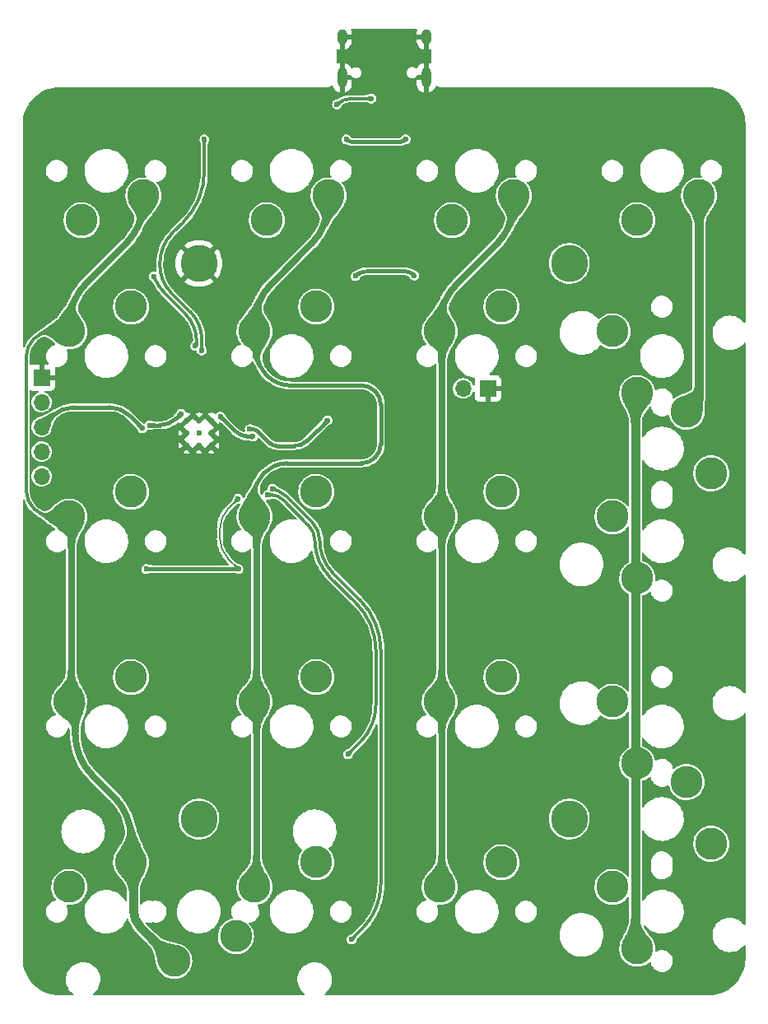
<source format=gtl>
%TF.GenerationSoftware,KiCad,Pcbnew,(6.0.6)*%
%TF.CreationDate,2022-08-17T22:11:57+10:00*%
%TF.ProjectId,snzagpad,736e7a61-6770-4616-942e-6b696361645f,rev?*%
%TF.SameCoordinates,Original*%
%TF.FileFunction,Copper,L1,Top*%
%TF.FilePolarity,Positive*%
%FSLAX46Y46*%
G04 Gerber Fmt 4.6, Leading zero omitted, Abs format (unit mm)*
G04 Created by KiCad (PCBNEW (6.0.6)) date 2022-08-17 22:11:57*
%MOMM*%
%LPD*%
G01*
G04 APERTURE LIST*
%TA.AperFunction,ComponentPad*%
%ADD10R,1.700000X1.700000*%
%TD*%
%TA.AperFunction,ComponentPad*%
%ADD11O,1.700000X1.700000*%
%TD*%
%TA.AperFunction,ComponentPad*%
%ADD12O,1.000000X2.100000*%
%TD*%
%TA.AperFunction,ComponentPad*%
%ADD13O,1.000000X1.600000*%
%TD*%
%TA.AperFunction,ComponentPad*%
%ADD14C,3.300000*%
%TD*%
%TA.AperFunction,ComponentPad*%
%ADD15C,3.800000*%
%TD*%
%TA.AperFunction,ComponentPad*%
%ADD16C,0.600000*%
%TD*%
%TA.AperFunction,ViaPad*%
%ADD17C,0.600000*%
%TD*%
%TA.AperFunction,ViaPad*%
%ADD18C,0.800000*%
%TD*%
%TA.AperFunction,Conductor*%
%ADD19C,0.400000*%
%TD*%
%TA.AperFunction,Conductor*%
%ADD20C,0.300000*%
%TD*%
%TA.AperFunction,Conductor*%
%ADD21C,0.200000*%
%TD*%
%TA.AperFunction,Conductor*%
%ADD22C,0.700000*%
%TD*%
%TA.AperFunction,Conductor*%
%ADD23C,0.900000*%
%TD*%
%TA.AperFunction,Conductor*%
%ADD24C,0.500000*%
%TD*%
G04 APERTURE END LIST*
D10*
X81318750Y-84297500D03*
D11*
X78778750Y-84297500D03*
D10*
X35420625Y-83172500D03*
D11*
X35420625Y-85712500D03*
X35420625Y-88252500D03*
X35420625Y-90792500D03*
X35420625Y-93332500D03*
D12*
X74963750Y-52342500D03*
D13*
X74963750Y-48162500D03*
X66323750Y-48162500D03*
D12*
X66323750Y-52342500D03*
D14*
X83978750Y-64452500D03*
X77628750Y-66992500D03*
X101758750Y-124777500D03*
X104298750Y-131127500D03*
D15*
X89693750Y-71437500D03*
D14*
X38258750Y-135572500D03*
X44608750Y-133032500D03*
X38258750Y-78422500D03*
X44608750Y-75882500D03*
X101758750Y-86677500D03*
X104298750Y-93027500D03*
X96678750Y-122872500D03*
X94138750Y-116522500D03*
X96678750Y-103822500D03*
X94138750Y-97472500D03*
D15*
X51593750Y-128587500D03*
X89693750Y-128587500D03*
D14*
X38258750Y-97472500D03*
X44608750Y-94932500D03*
X76358750Y-116522500D03*
X82708750Y-113982500D03*
X57308750Y-135572500D03*
X63658750Y-133032500D03*
X76358750Y-97472500D03*
X82708750Y-94932500D03*
X38258750Y-116522500D03*
X44608750Y-113982500D03*
X64928750Y-64452500D03*
X58578750Y-66992500D03*
X57308750Y-78422500D03*
X63658750Y-75882500D03*
X103028750Y-64452500D03*
X96678750Y-66992500D03*
X76358750Y-135572500D03*
X82708750Y-133032500D03*
X96678750Y-141922500D03*
X94138750Y-135572500D03*
X55403750Y-140652500D03*
X49053750Y-143192500D03*
X57308750Y-97472500D03*
X63658750Y-94932500D03*
D16*
X50323750Y-87615000D03*
X51598750Y-87615000D03*
X50323750Y-88890000D03*
X52873750Y-87615000D03*
X50323750Y-90165000D03*
X52873750Y-90165000D03*
X51598750Y-90165000D03*
X51598750Y-88890000D03*
X52873750Y-88890000D03*
D14*
X96678750Y-84772500D03*
X94138750Y-78422500D03*
X45878750Y-64452500D03*
X39528750Y-66992500D03*
X76358750Y-78422500D03*
X82708750Y-75882500D03*
D15*
X51593750Y-71437500D03*
D14*
X57308750Y-116522500D03*
X63658750Y-113982500D03*
D17*
X57950000Y-85700000D03*
X38810000Y-85530000D03*
X40460000Y-91820000D03*
X100600000Y-70310000D03*
X56420000Y-74180000D03*
X78070000Y-55980000D03*
X37610000Y-70650000D03*
X75030000Y-75240000D03*
X54348750Y-137822500D03*
X65590000Y-86760000D03*
X73100000Y-65190000D03*
X67480000Y-58030000D03*
X75350000Y-86410000D03*
D18*
X39990000Y-89740000D03*
D17*
X34940000Y-99660000D03*
X102930000Y-138590000D03*
X69730000Y-59700000D03*
X90418750Y-62642500D03*
X106000000Y-82980000D03*
X70818750Y-109652500D03*
X92680000Y-109830000D03*
X71730000Y-58190000D03*
X43118750Y-142452500D03*
X77640000Y-82000000D03*
D18*
X62990000Y-86730000D03*
D17*
X98828750Y-110362500D03*
X72700000Y-119600000D03*
X45160000Y-71010000D03*
X66370000Y-116670000D03*
X69330000Y-73000000D03*
X86120000Y-126640000D03*
X51210000Y-101810000D03*
X41570000Y-96150000D03*
X58860000Y-70890000D03*
X68350000Y-91260000D03*
X64862500Y-88530000D03*
X68890000Y-93490000D03*
D18*
X59130000Y-86720000D03*
D17*
X54520000Y-82650000D03*
X63232500Y-90180000D03*
X72320000Y-76670000D03*
X61028750Y-89492500D03*
X58470000Y-80800000D03*
X69820000Y-68200000D03*
X50550000Y-119370000D03*
X69400000Y-58160000D03*
X63030000Y-55980000D03*
X71280000Y-71510000D03*
X60940000Y-74080000D03*
X58870000Y-93470000D03*
X37430000Y-83910000D03*
X88028750Y-104402500D03*
X93678750Y-90732500D03*
X46470000Y-90660000D03*
X36840000Y-124530000D03*
X39900000Y-87740000D03*
X41920000Y-55930000D03*
X59480000Y-89480000D03*
X75640000Y-93370000D03*
X77728750Y-103552500D03*
X52800000Y-105430000D03*
X87160000Y-69130000D03*
X73060000Y-73340000D03*
X96970000Y-74770000D03*
X52040000Y-84410000D03*
X48150000Y-85460000D03*
X68200000Y-77870000D03*
X56360000Y-101710000D03*
X57950000Y-86720000D03*
X69088750Y-143862500D03*
D18*
X69950000Y-78230000D03*
D17*
X34638750Y-113032500D03*
X72240000Y-100950000D03*
X78970000Y-76570000D03*
X37020000Y-90180000D03*
X65248750Y-125662500D03*
X41360000Y-77280000D03*
X102020000Y-119060000D03*
X72510000Y-59660000D03*
X70730000Y-91350000D03*
X69430000Y-62680000D03*
X73060000Y-68760000D03*
X81050000Y-65490000D03*
X68830000Y-71390000D03*
X73050000Y-71520000D03*
X70910000Y-84700000D03*
D18*
X41940000Y-87080000D03*
D17*
X59758750Y-106602500D03*
X77730000Y-91890000D03*
X39678750Y-101882500D03*
X44880000Y-85770000D03*
X65050000Y-89640000D03*
X48220000Y-92320000D03*
X49990000Y-94840000D03*
X56720000Y-93730000D03*
X53080000Y-95580000D03*
X87280000Y-79070000D03*
X62818750Y-88532500D03*
X45880000Y-85770000D03*
X65500000Y-84760000D03*
X93618750Y-54422500D03*
X68330000Y-66360000D03*
X65410000Y-83090000D03*
X55530000Y-82650000D03*
X55820000Y-104360000D03*
X67720000Y-59650000D03*
X55060000Y-92240000D03*
X72900000Y-83580000D03*
X70220000Y-74800000D03*
X41710000Y-74060000D03*
X46440000Y-96920000D03*
X69140000Y-83270000D03*
X47090000Y-105210000D03*
D18*
X71280000Y-73190000D03*
D17*
X48230000Y-101810000D03*
X54950000Y-125040000D03*
X53600000Y-60690000D03*
X51800000Y-97700000D03*
X69360000Y-85830000D03*
X62020000Y-93470000D03*
X84628750Y-143942500D03*
X53960000Y-102080000D03*
X106010000Y-120650000D03*
X64822500Y-87570000D03*
X56818750Y-88490000D03*
X45778750Y-88402500D03*
X46518750Y-88082500D03*
X49733750Y-86917806D03*
X57158750Y-89260000D03*
X53813751Y-87187806D03*
X51890000Y-80400000D03*
X66760000Y-58670000D03*
X72860000Y-58670000D03*
X52155000Y-58675000D03*
X46930000Y-72752500D03*
X73748750Y-72682500D03*
X51230000Y-79920000D03*
X67690000Y-72750000D03*
X55670000Y-102870000D03*
X46170000Y-102870000D03*
X55630000Y-95640000D03*
X66937500Y-121922500D03*
X58680000Y-95250000D03*
X69310000Y-54478750D03*
X65800000Y-55088750D03*
X67297500Y-140972500D03*
X59160000Y-94600000D03*
D19*
X42369038Y-86240000D02*
X38759492Y-86240000D01*
X36495241Y-87177884D02*
X35420625Y-88252500D01*
X56818750Y-88490000D02*
X57025786Y-88490000D01*
X57732893Y-88782893D02*
X58815638Y-89865638D01*
X62719070Y-89673430D02*
X64822500Y-87570000D01*
X59671144Y-90220000D02*
X61399533Y-90220000D01*
X45778750Y-88402500D02*
X44498163Y-87121913D01*
X36495252Y-87177895D02*
G75*
G02*
X38759492Y-86240000I2264248J-2264205D01*
G01*
X59671144Y-90219959D02*
G75*
G02*
X58815638Y-89865638I-44J1209859D01*
G01*
X42369038Y-86239963D02*
G75*
G02*
X44498163Y-87121913I-38J-3011037D01*
G01*
X57732900Y-88782886D02*
G75*
G03*
X57025786Y-88490000I-707100J-707114D01*
G01*
X61399533Y-90220025D02*
G75*
G03*
X62719070Y-89673430I-33J1866125D01*
G01*
X53813751Y-87187806D02*
X55268007Y-88642062D01*
X56759840Y-89260000D02*
X57158750Y-89260000D01*
X46518750Y-88082500D02*
X47571370Y-88082500D01*
X49274526Y-87377030D02*
X49733750Y-86917806D01*
X47571370Y-88082486D02*
G75*
G03*
X49274525Y-87377029I30J2408586D01*
G01*
X56759840Y-89259962D02*
G75*
G02*
X55268007Y-88642062I-40J2109762D01*
G01*
D20*
X52155000Y-58675000D02*
X52155000Y-61956306D01*
X47580000Y-71468874D02*
X47580000Y-71623146D01*
X51890000Y-79246854D02*
X51890000Y-80400000D01*
X48751573Y-74451573D02*
X50718427Y-76418427D01*
D19*
X67411834Y-58940000D02*
X72208166Y-58940000D01*
D20*
X49992176Y-67177824D02*
X48908564Y-68261436D01*
X47579968Y-71623146D02*
G75*
G03*
X48751573Y-74451573I4000032J46D01*
G01*
D19*
X66759989Y-58670011D02*
G75*
G03*
X67411834Y-58940000I651811J651811D01*
G01*
D20*
X47579981Y-71468874D02*
G75*
G02*
X48908564Y-68261436I4536019J-26D01*
G01*
X49992165Y-67177813D02*
G75*
G03*
X52155000Y-61956306I-5221465J5221513D01*
G01*
X50718429Y-76418425D02*
G75*
G02*
X51890000Y-79246854I-2828429J-2828425D01*
G01*
D19*
X72860011Y-58670011D02*
G75*
G02*
X72208166Y-58940000I-651811J651811D01*
G01*
D20*
X51360000Y-79790000D02*
X51230000Y-79920000D01*
X48159735Y-74589735D02*
X50188427Y-76618427D01*
X51360000Y-79446854D02*
X51360000Y-79790000D01*
D19*
X72656318Y-72230000D02*
X68945401Y-72230000D01*
D20*
X48159727Y-74589743D02*
G75*
G02*
X46930000Y-72752500I4022773J4022743D01*
G01*
D19*
X68945401Y-72229997D02*
G75*
G03*
X67690000Y-72750000I-1J-1775403D01*
G01*
D20*
X51360032Y-79446854D02*
G75*
G03*
X50188427Y-76618427I-4000032J-46D01*
G01*
D19*
X72656318Y-72229978D02*
G75*
G02*
X73748750Y-72682500I-18J-1544922D01*
G01*
D21*
X54628680Y-101828680D02*
X55670000Y-102870000D01*
X53750000Y-98762641D02*
X53750000Y-99707359D01*
D19*
X55670000Y-102870000D02*
X46170000Y-102870000D01*
D21*
X55630000Y-95640000D02*
X54628679Y-96641321D01*
X53750029Y-98762641D02*
G75*
G02*
X54628679Y-96641321I2999971J41D01*
G01*
X54628660Y-101828700D02*
G75*
G02*
X53750000Y-99707359I2121340J2121300D01*
G01*
D20*
X65040014Y-103660014D02*
X67779160Y-106399160D01*
X69800000Y-111277899D02*
X69800000Y-116818694D01*
X68215156Y-120644844D02*
X66937500Y-121922500D01*
X58680000Y-95250000D02*
X59060036Y-95250000D01*
X60237877Y-95737877D02*
X62833845Y-98333845D01*
X67779164Y-106399156D02*
G75*
G02*
X69800000Y-111277899I-4878764J-4878744D01*
G01*
X59060036Y-95249969D02*
G75*
G02*
X60237877Y-95737877I-36J-1665731D01*
G01*
X65040016Y-103660012D02*
G75*
G02*
X63540000Y-100038655I3621344J3621352D01*
G01*
X68215161Y-120644849D02*
G75*
G03*
X69800000Y-116818694I-3826161J3826149D01*
G01*
X62833829Y-98333861D02*
G75*
G02*
X63540000Y-100038655I-1704829J-1704839D01*
G01*
X69310000Y-54478750D02*
X67272665Y-54478750D01*
X67272665Y-54478724D02*
G75*
G03*
X65800001Y-55088751I35J-2082676D01*
G01*
X70310000Y-111269728D02*
X70310000Y-135232866D01*
X65384744Y-103274744D02*
X68139375Y-106029375D01*
X68381624Y-139888376D02*
X67297500Y-140972500D01*
X60612615Y-95402615D02*
X63192724Y-97982724D01*
X59702149Y-94809700D02*
X59160000Y-94600000D01*
X65384745Y-103274743D02*
G75*
G02*
X64040000Y-100028230I3246505J3246503D01*
G01*
X70309974Y-111269728D02*
G75*
G03*
X68139375Y-106029375I-7410974J28D01*
G01*
X59702142Y-94809719D02*
G75*
G02*
X60612615Y-95402615I-948242J-2451681D01*
G01*
X68381625Y-139888377D02*
G75*
G03*
X70310000Y-135232866I-4655505J4655507D01*
G01*
X64039973Y-100028230D02*
G75*
G03*
X63192723Y-97982725I-2892773J30D01*
G01*
D22*
X45878750Y-65125969D02*
X45878750Y-64452500D01*
X38470000Y-97683750D02*
X38470000Y-116311250D01*
X38258750Y-116522500D02*
X38880000Y-117143750D01*
D20*
X38258750Y-97472500D02*
X36575255Y-97472500D01*
D23*
X49053750Y-143192500D02*
X45635267Y-139774017D01*
D20*
X33818750Y-94715995D02*
X33818750Y-81099122D01*
X36495372Y-78422500D02*
X38258750Y-78422500D01*
D23*
X44858750Y-137899339D02*
X44858750Y-133282500D01*
X44858750Y-133282500D02*
X44608750Y-133032500D01*
D22*
X40016110Y-73473890D02*
X44121391Y-69368609D01*
X38470000Y-116311250D02*
X38258750Y-116522500D01*
X38258750Y-78422500D02*
X38258750Y-77716531D01*
X38880000Y-117143750D02*
X38880000Y-119848469D01*
X44608750Y-130547781D02*
X44608750Y-133032500D01*
X40637360Y-124091110D02*
X42851391Y-126305141D01*
X38258750Y-97472500D02*
X38470000Y-97683750D01*
X40637359Y-124091111D02*
G75*
G02*
X38880000Y-119848469I4242641J4242641D01*
G01*
X44608748Y-130547781D02*
G75*
G03*
X42851391Y-126305141I-6000048J-19D01*
G01*
X38258758Y-77716531D02*
G75*
G02*
X40016110Y-73473890I5999942J31D01*
G01*
D20*
X36575255Y-97472500D02*
G75*
G02*
X33818750Y-94715995I5J2756510D01*
G01*
D22*
X45878713Y-65125969D02*
G75*
G02*
X44121391Y-69368609I-6000013J-31D01*
G01*
D23*
X45635296Y-139773988D02*
G75*
G02*
X44858750Y-137899339I1874604J1874688D01*
G01*
D20*
X33818800Y-81099122D02*
G75*
G02*
X36495372Y-78422500I2676600J22D01*
G01*
D22*
X64928750Y-65175969D02*
X64928750Y-64452500D01*
X57308750Y-78422500D02*
X57308750Y-77766531D01*
D19*
X57600000Y-78713750D02*
X57600000Y-80574964D01*
D22*
X57308750Y-116522500D02*
X57520000Y-116733750D01*
D19*
X57308750Y-78422500D02*
X57600000Y-78713750D01*
X61015036Y-83990000D02*
X68308750Y-83990000D01*
X68308750Y-92000000D02*
X60662443Y-92000000D01*
X57308750Y-95353693D02*
X57308750Y-97472500D01*
D22*
X57520000Y-116733750D02*
X57520000Y-135361250D01*
X57520000Y-97683750D02*
X57520000Y-116311250D01*
D19*
X70308750Y-85990000D02*
X70308750Y-90000000D01*
D22*
X57308750Y-97472500D02*
X57520000Y-97683750D01*
X59066110Y-73523890D02*
X63171391Y-69418609D01*
X57520000Y-135361250D02*
X57308750Y-135572500D01*
X57520000Y-116311250D02*
X57308750Y-116522500D01*
X59066109Y-73523889D02*
G75*
G03*
X57308750Y-77766531I4242641J-4242641D01*
G01*
D19*
X57308700Y-95353693D02*
G75*
G02*
X60662443Y-92000000I3353700J-7D01*
G01*
D22*
X64928713Y-65175969D02*
G75*
G02*
X63171391Y-69418609I-6000013J-31D01*
G01*
D19*
X70308800Y-85990000D02*
G75*
G03*
X68308750Y-83990000I-2000000J0D01*
G01*
X70308800Y-90000000D02*
G75*
G02*
X68308750Y-92000000I-2000000J0D01*
G01*
X61015036Y-83990000D02*
G75*
G02*
X57600000Y-80574964I4J3415040D01*
G01*
D22*
X76358750Y-97472500D02*
X76570000Y-97261250D01*
X76570000Y-97683750D02*
X76358750Y-97472500D01*
X76570000Y-97261250D02*
X76570000Y-78633750D01*
X76570000Y-135361250D02*
X76570000Y-116733750D01*
X76570000Y-116733750D02*
X76358750Y-116522500D01*
X76358750Y-135572500D02*
X76570000Y-135361250D01*
X83978750Y-65215969D02*
X83978750Y-64452500D01*
X76358750Y-116522500D02*
X76570000Y-116311250D01*
X78116110Y-73563890D02*
X82221391Y-69458609D01*
X76570000Y-116311250D02*
X76570000Y-97683750D01*
X76570000Y-78633750D02*
X76358750Y-78422500D01*
X76358750Y-78422500D02*
X76358750Y-77806531D01*
X78116105Y-73563885D02*
G75*
G03*
X76358750Y-77806531I4242595J-4242615D01*
G01*
X82221417Y-69458635D02*
G75*
G03*
X83978750Y-65215969I-4242717J4242635D01*
G01*
D24*
X96430000Y-141673750D02*
X96678750Y-141922500D01*
X96678750Y-84772500D02*
X96430000Y-85021250D01*
D23*
X96490000Y-141613750D02*
X96430000Y-141673750D01*
X103028750Y-85407500D02*
X101758750Y-86677500D01*
X96430000Y-85021250D02*
X96490000Y-85081250D01*
X103028750Y-64452500D02*
X103028750Y-85407500D01*
X96490000Y-85081250D02*
X96490000Y-141613750D01*
%TA.AperFunction,Conductor*%
G36*
X67024424Y-58530294D02*
G01*
X67027619Y-58533938D01*
X67041554Y-58558771D01*
X67041620Y-58558877D01*
X67055190Y-58580736D01*
X67059889Y-58588306D01*
X67079459Y-58615475D01*
X67101024Y-58640205D01*
X67101257Y-58640418D01*
X67101263Y-58640424D01*
X67125082Y-58662186D01*
X67125348Y-58662429D01*
X67153193Y-58682075D01*
X67153515Y-58682245D01*
X67153516Y-58682246D01*
X67185021Y-58698916D01*
X67185030Y-58698920D01*
X67185319Y-58699073D01*
X67185634Y-58699194D01*
X67222196Y-58713242D01*
X67222205Y-58713245D01*
X67222489Y-58713354D01*
X67222792Y-58713435D01*
X67222795Y-58713436D01*
X67265225Y-58724782D01*
X67265234Y-58724784D01*
X67265466Y-58724846D01*
X67303916Y-58731548D01*
X67311478Y-58736344D01*
X67313501Y-58744642D01*
X67265277Y-59101035D01*
X67262994Y-59117905D01*
X67258489Y-59125644D01*
X67249468Y-59127875D01*
X67183795Y-59116882D01*
X67183058Y-59116733D01*
X67151891Y-59109365D01*
X67116655Y-59101035D01*
X67115918Y-59100835D01*
X67058224Y-59083148D01*
X67057592Y-59082935D01*
X67006352Y-59063970D01*
X67005975Y-59063822D01*
X66975946Y-59051337D01*
X66959126Y-59044343D01*
X66958982Y-59044282D01*
X66914532Y-59025098D01*
X66914451Y-59025063D01*
X66888953Y-59014600D01*
X66870443Y-59007004D01*
X66870432Y-59007000D01*
X66870296Y-59006944D01*
X66824515Y-58990749D01*
X66824320Y-58990696D01*
X66824314Y-58990694D01*
X66775271Y-58977332D01*
X66775268Y-58977331D01*
X66775032Y-58977267D01*
X66774794Y-58977224D01*
X66774785Y-58977222D01*
X66752348Y-58973171D01*
X66727507Y-58968686D01*
X66719976Y-58963845D01*
X66718142Y-58959601D01*
X66670783Y-58736344D01*
X66640745Y-58594743D01*
X66642380Y-58585940D01*
X66650521Y-58580736D01*
X66803741Y-58558647D01*
X67015748Y-58528083D01*
X67024424Y-58530294D01*
G37*
%TD.AperFunction*%
%TA.AperFunction,Conductor*%
G36*
X73341962Y-72170523D02*
G01*
X73399845Y-72196011D01*
X73400220Y-72196184D01*
X73459305Y-72224732D01*
X73459628Y-72224894D01*
X73511167Y-72251790D01*
X73511389Y-72251909D01*
X73557334Y-72277156D01*
X73599546Y-72300709D01*
X73639808Y-72322471D01*
X73639920Y-72322527D01*
X73657821Y-72331402D01*
X73680015Y-72342407D01*
X73680147Y-72342464D01*
X73680154Y-72342467D01*
X73721885Y-72360404D01*
X73721894Y-72360408D01*
X73722065Y-72360481D01*
X73744539Y-72368422D01*
X73767659Y-72376592D01*
X73767664Y-72376594D01*
X73767852Y-72376660D01*
X73811692Y-72388807D01*
X73818750Y-72394318D01*
X73820189Y-72398721D01*
X73863180Y-72765703D01*
X73860739Y-72774318D01*
X73852465Y-72778729D01*
X73690564Y-72791306D01*
X73484214Y-72807335D01*
X73475701Y-72804559D01*
X73472769Y-72800750D01*
X73458524Y-72771194D01*
X73458465Y-72771071D01*
X73458399Y-72770950D01*
X73458391Y-72770934D01*
X73440314Y-72737709D01*
X73440212Y-72737521D01*
X73440106Y-72737354D01*
X73440099Y-72737343D01*
X73420785Y-72707073D01*
X73420784Y-72707072D01*
X73420642Y-72706849D01*
X73398918Y-72678601D01*
X73398726Y-72678397D01*
X73398721Y-72678391D01*
X73374407Y-72652542D01*
X73374201Y-72652323D01*
X73373984Y-72652135D01*
X73373979Y-72652130D01*
X73345850Y-72627733D01*
X73345653Y-72627562D01*
X73312436Y-72603864D01*
X73273710Y-72580774D01*
X73273546Y-72580691D01*
X73273536Y-72580685D01*
X73251175Y-72569306D01*
X73228639Y-72557838D01*
X73201558Y-72545797D01*
X73186849Y-72539257D01*
X73180681Y-72532764D01*
X73180812Y-72524042D01*
X73242589Y-72376717D01*
X73326458Y-72176706D01*
X73332817Y-72170402D01*
X73341962Y-72170523D01*
G37*
%TD.AperFunction*%
%TA.AperFunction,Conductor*%
G36*
X76917060Y-113234677D02*
G01*
X76920476Y-113242453D01*
X76937081Y-113633506D01*
X76937125Y-113633810D01*
X76975738Y-113901684D01*
X76985194Y-113967288D01*
X77059640Y-114247814D01*
X77059768Y-114248138D01*
X77059770Y-114248143D01*
X77108247Y-114370490D01*
X77155720Y-114490303D01*
X77155844Y-114490544D01*
X77192139Y-114561090D01*
X77268737Y-114709975D01*
X77268823Y-114710121D01*
X77268826Y-114710126D01*
X77393990Y-114922049D01*
X77515400Y-115122910D01*
X77526672Y-115141559D01*
X77526871Y-115141900D01*
X77662236Y-115383953D01*
X77662585Y-115384629D01*
X77795989Y-115664443D01*
X77796361Y-115665312D01*
X77920383Y-115990788D01*
X77920127Y-115999739D01*
X77916779Y-116004074D01*
X76253431Y-117340749D01*
X75011604Y-115665312D01*
X74982766Y-115626405D01*
X74980593Y-115617718D01*
X74982621Y-115612672D01*
X75168545Y-115350356D01*
X75169017Y-115349735D01*
X75353697Y-115122910D01*
X75354013Y-115122537D01*
X75529653Y-114924329D01*
X75529683Y-114924296D01*
X75612074Y-114832038D01*
X75692816Y-114741627D01*
X75718658Y-114709975D01*
X75839838Y-114561546D01*
X75840018Y-114561326D01*
X75840176Y-114561090D01*
X75967702Y-114370490D01*
X75967705Y-114370485D01*
X75967927Y-114370153D01*
X76073211Y-114154834D01*
X76152539Y-113902093D01*
X76202579Y-113598656D01*
X76219472Y-113242395D01*
X76223286Y-113234294D01*
X76231158Y-113231250D01*
X76908787Y-113231250D01*
X76917060Y-113234677D01*
G37*
%TD.AperFunction*%
%TA.AperFunction,Conductor*%
G36*
X77249890Y-78405010D02*
G01*
X77249890Y-78405011D01*
X77916779Y-78940926D01*
X77921081Y-78948779D01*
X77920383Y-78954212D01*
X77796361Y-79279687D01*
X77795989Y-79280556D01*
X77662585Y-79560370D01*
X77662236Y-79561046D01*
X77526871Y-79803099D01*
X77526678Y-79803430D01*
X77393990Y-80022950D01*
X77268737Y-80235024D01*
X77268665Y-80235164D01*
X77268660Y-80235173D01*
X77184165Y-80399407D01*
X77155720Y-80454696D01*
X77155619Y-80454950D01*
X77155618Y-80454953D01*
X77108114Y-80574846D01*
X77059640Y-80697185D01*
X76985194Y-80977711D01*
X76937081Y-81311493D01*
X76935616Y-81346007D01*
X76920476Y-81702546D01*
X76916702Y-81710667D01*
X76908787Y-81713750D01*
X76231159Y-81713750D01*
X76222886Y-81710323D01*
X76219472Y-81702604D01*
X76202595Y-81346682D01*
X76202579Y-81346343D01*
X76185134Y-81240558D01*
X76185626Y-81234816D01*
X76187018Y-81230809D01*
X76187020Y-81230801D01*
X76187203Y-81230274D01*
X76218020Y-81017731D01*
X76208091Y-80803194D01*
X76157772Y-80594406D01*
X76068881Y-80398900D01*
X75944624Y-80223730D01*
X75789485Y-80075216D01*
X75609061Y-79958718D01*
X75608545Y-79958510D01*
X75410385Y-79878649D01*
X75410382Y-79878648D01*
X75409863Y-79878439D01*
X75409313Y-79878332D01*
X75409311Y-79878331D01*
X75406197Y-79877723D01*
X75399683Y-79874000D01*
X75354013Y-79822462D01*
X75353697Y-79822089D01*
X75169017Y-79595264D01*
X75168545Y-79594643D01*
X74982621Y-79332328D01*
X74980632Y-79323596D01*
X74982766Y-79318595D01*
X75256872Y-78948779D01*
X76253431Y-77604251D01*
X77249890Y-78405010D01*
G37*
%TD.AperFunction*%
%TA.AperFunction,Conductor*%
G36*
X84047829Y-63639155D02*
G01*
X85400864Y-65273681D01*
X85403499Y-65282240D01*
X85401843Y-65287229D01*
X85237024Y-65557677D01*
X85215668Y-65592719D01*
X85215381Y-65593166D01*
X85040288Y-65853118D01*
X85040041Y-65853469D01*
X84896884Y-66048393D01*
X84876634Y-66075966D01*
X84876460Y-66076196D01*
X84721147Y-66276187D01*
X84570444Y-66468488D01*
X84570419Y-66468522D01*
X84570393Y-66468555D01*
X84420982Y-66667784D01*
X84420908Y-66667883D01*
X84269009Y-66889262D01*
X84111221Y-67147515D01*
X84111156Y-67147636D01*
X84111154Y-67147639D01*
X83987607Y-67376708D01*
X83944015Y-67457533D01*
X83768805Y-67823873D01*
X83762145Y-67829857D01*
X83753427Y-67829483D01*
X83136076Y-67550087D01*
X83129952Y-67543554D01*
X83129931Y-67535358D01*
X83247192Y-67219344D01*
X83247370Y-67218865D01*
X83299055Y-66936539D01*
X83291488Y-66688469D01*
X83234966Y-66464515D01*
X83139785Y-66254537D01*
X83139614Y-66254252D01*
X83139610Y-66254244D01*
X83016313Y-66048510D01*
X83016243Y-66048393D01*
X82874637Y-65835943D01*
X82725439Y-65607317D01*
X82725099Y-65606763D01*
X82717154Y-65592939D01*
X82578685Y-65352026D01*
X82578194Y-65351074D01*
X82447994Y-65067186D01*
X82447660Y-65058239D01*
X82450821Y-65053597D01*
X84031008Y-63637902D01*
X84039457Y-63634934D01*
X84047829Y-63639155D01*
G37*
%TD.AperFunction*%
%TA.AperFunction,Conductor*%
G36*
X51495120Y-79139574D02*
G01*
X51499163Y-79147649D01*
X51499894Y-79158376D01*
X51505539Y-79241251D01*
X51505550Y-79241427D01*
X51510338Y-79331854D01*
X51513290Y-79410543D01*
X51514959Y-79480604D01*
X51515901Y-79545210D01*
X51516645Y-79605383D01*
X51516671Y-79607510D01*
X51516671Y-79607535D01*
X51517380Y-79646321D01*
X51517826Y-79670754D01*
X51519921Y-79738042D01*
X51519925Y-79738135D01*
X51523507Y-79812477D01*
X51523512Y-79812572D01*
X51528611Y-79889317D01*
X51525740Y-79897799D01*
X51521627Y-79900812D01*
X51368027Y-79968020D01*
X51178460Y-80050964D01*
X51169508Y-80051141D01*
X51163052Y-80044935D01*
X51162707Y-80044049D01*
X51042712Y-79695070D01*
X51043262Y-79686133D01*
X51046008Y-79682518D01*
X51065980Y-79664789D01*
X51086560Y-79646523D01*
X51086565Y-79646518D01*
X51086787Y-79646321D01*
X51124440Y-79605383D01*
X51153936Y-79563754D01*
X51160563Y-79550747D01*
X51175877Y-79520692D01*
X51175878Y-79520690D01*
X51176073Y-79520307D01*
X51176209Y-79519902D01*
X51176212Y-79519895D01*
X51191527Y-79474291D01*
X51191653Y-79473916D01*
X51201477Y-79423454D01*
X51201503Y-79423160D01*
X51201504Y-79423151D01*
X51206325Y-79368004D01*
X51206325Y-79367999D01*
X51206343Y-79367796D01*
X51207053Y-79305814D01*
X51204407Y-79236383D01*
X51199978Y-79169952D01*
X51202847Y-79161470D01*
X51210775Y-79157507D01*
X51486613Y-79136777D01*
X51495120Y-79139574D01*
G37*
%TD.AperFunction*%
%TA.AperFunction,Conductor*%
G36*
X65000522Y-63639386D02*
G01*
X66163859Y-65054264D01*
X66348135Y-65278385D01*
X66350743Y-65286952D01*
X66349068Y-65291938D01*
X66161692Y-65597072D01*
X66161405Y-65597517D01*
X66158168Y-65602285D01*
X65985246Y-65857025D01*
X65984968Y-65857417D01*
X65846307Y-66044653D01*
X65820586Y-66079384D01*
X65820401Y-66079627D01*
X65664076Y-66279071D01*
X65512278Y-66470771D01*
X65361484Y-66669510D01*
X65361433Y-66669583D01*
X65361426Y-66669593D01*
X65208174Y-66890059D01*
X65208165Y-66890072D01*
X65208089Y-66890182D01*
X65208020Y-66890294D01*
X65208013Y-66890304D01*
X65181585Y-66932942D01*
X65048487Y-67147678D01*
X64879072Y-67456892D01*
X64879012Y-67457015D01*
X64879007Y-67457025D01*
X64701252Y-67822413D01*
X64694551Y-67828354D01*
X64685836Y-67827922D01*
X64070361Y-67544416D01*
X64064280Y-67537842D01*
X64064314Y-67529646D01*
X64107984Y-67414300D01*
X64183642Y-67214469D01*
X64183735Y-67213976D01*
X64183737Y-67213971D01*
X64236945Y-66933551D01*
X64236945Y-66933546D01*
X64237060Y-66932942D01*
X64231036Y-66685226D01*
X64175903Y-66461277D01*
X64081992Y-66251052D01*
X63959635Y-66044507D01*
X63819165Y-65831599D01*
X63671088Y-65602554D01*
X63670753Y-65602003D01*
X63525482Y-65346992D01*
X63524996Y-65346042D01*
X63497179Y-65284830D01*
X63395965Y-65062113D01*
X63395662Y-65053163D01*
X63398839Y-65048532D01*
X64983708Y-63638078D01*
X64992166Y-63635138D01*
X65000522Y-63639386D01*
G37*
%TD.AperFunction*%
%TA.AperFunction,Conductor*%
G36*
X45511253Y-87852148D02*
G01*
X45549221Y-87890062D01*
X45590222Y-87930455D01*
X45627213Y-87965680D01*
X45627250Y-87965713D01*
X45627267Y-87965729D01*
X45659179Y-87994338D01*
X45661425Y-87996351D01*
X45694086Y-88023081D01*
X45726428Y-88046485D01*
X45726602Y-88046593D01*
X45759489Y-88067057D01*
X45759498Y-88067062D01*
X45759681Y-88067176D01*
X45795074Y-88085769D01*
X45810802Y-88092710D01*
X45833698Y-88102816D01*
X45833707Y-88102820D01*
X45833837Y-88102877D01*
X45869762Y-88116329D01*
X45876308Y-88122439D01*
X45877357Y-88127057D01*
X45884578Y-88496401D01*
X45881313Y-88504740D01*
X45872651Y-88508328D01*
X45503307Y-88501107D01*
X45495103Y-88497519D01*
X45492579Y-88493512D01*
X45479127Y-88457587D01*
X45462019Y-88418824D01*
X45443426Y-88383431D01*
X45422735Y-88350178D01*
X45399331Y-88317836D01*
X45372601Y-88285175D01*
X45370588Y-88282929D01*
X45341979Y-88251017D01*
X45341963Y-88251000D01*
X45341930Y-88250963D01*
X45306705Y-88213972D01*
X45266312Y-88172971D01*
X45228398Y-88135003D01*
X45224977Y-88126728D01*
X45228404Y-88118463D01*
X45494713Y-87852154D01*
X45502986Y-87848727D01*
X45511253Y-87852148D01*
G37*
%TD.AperFunction*%
%TA.AperFunction,Conductor*%
G36*
X57867060Y-132284677D02*
G01*
X57870476Y-132292453D01*
X57887081Y-132683506D01*
X57887125Y-132683810D01*
X57925738Y-132951684D01*
X57935194Y-133017288D01*
X58009640Y-133297814D01*
X58009768Y-133298138D01*
X58009770Y-133298143D01*
X58058247Y-133420490D01*
X58105720Y-133540303D01*
X58105844Y-133540544D01*
X58142139Y-133611090D01*
X58218737Y-133759975D01*
X58218823Y-133760121D01*
X58218826Y-133760126D01*
X58343990Y-133972049D01*
X58465400Y-134172910D01*
X58476672Y-134191559D01*
X58476871Y-134191900D01*
X58612236Y-134433953D01*
X58612585Y-134434629D01*
X58745989Y-134714443D01*
X58746361Y-134715312D01*
X58870383Y-135040788D01*
X58870127Y-135049739D01*
X58866779Y-135054074D01*
X57212915Y-136383127D01*
X57204319Y-136385638D01*
X57196186Y-136380974D01*
X55932766Y-134676405D01*
X55930593Y-134667718D01*
X55932621Y-134662672D01*
X56118545Y-134400356D01*
X56119017Y-134399735D01*
X56303697Y-134172910D01*
X56304013Y-134172537D01*
X56479653Y-133974329D01*
X56479683Y-133974296D01*
X56562074Y-133882038D01*
X56642816Y-133791627D01*
X56668658Y-133759975D01*
X56789838Y-133611546D01*
X56790018Y-133611326D01*
X56790176Y-133611090D01*
X56917702Y-133420490D01*
X56917705Y-133420485D01*
X56917927Y-133420153D01*
X57023211Y-133204834D01*
X57102539Y-132952093D01*
X57152579Y-132648656D01*
X57169472Y-132292395D01*
X57173286Y-132284294D01*
X57181158Y-132281250D01*
X57858787Y-132281250D01*
X57867060Y-132284677D01*
G37*
%TD.AperFunction*%
%TA.AperFunction,Conductor*%
G36*
X76917060Y-94184677D02*
G01*
X76920476Y-94192453D01*
X76937081Y-94583506D01*
X76937125Y-94583810D01*
X76975738Y-94851684D01*
X76985194Y-94917288D01*
X77059640Y-95197814D01*
X77059768Y-95198138D01*
X77059770Y-95198143D01*
X77108247Y-95320490D01*
X77155720Y-95440303D01*
X77155844Y-95440544D01*
X77192139Y-95511090D01*
X77268737Y-95659975D01*
X77268823Y-95660121D01*
X77268826Y-95660126D01*
X77393990Y-95872049D01*
X77515400Y-96072910D01*
X77526672Y-96091559D01*
X77526871Y-96091900D01*
X77662236Y-96333953D01*
X77662585Y-96334629D01*
X77795989Y-96614443D01*
X77796361Y-96615312D01*
X77920383Y-96940788D01*
X77920127Y-96949739D01*
X77916779Y-96954074D01*
X76253431Y-98290749D01*
X75011604Y-96615312D01*
X74982766Y-96576405D01*
X74980593Y-96567718D01*
X74982621Y-96562672D01*
X75168545Y-96300356D01*
X75169017Y-96299735D01*
X75353697Y-96072910D01*
X75354013Y-96072537D01*
X75529653Y-95874329D01*
X75529683Y-95874296D01*
X75612074Y-95782038D01*
X75692816Y-95691627D01*
X75718658Y-95659975D01*
X75839838Y-95511546D01*
X75840018Y-95511326D01*
X75840176Y-95511090D01*
X75967702Y-95320490D01*
X75967705Y-95320485D01*
X75967927Y-95320153D01*
X76073211Y-95104834D01*
X76152539Y-94852093D01*
X76202579Y-94548656D01*
X76219472Y-94192395D01*
X76223286Y-94184294D01*
X76231158Y-94181250D01*
X76908787Y-94181250D01*
X76917060Y-94184677D01*
G37*
%TD.AperFunction*%
%TA.AperFunction,Conductor*%
G36*
X37545844Y-95993570D02*
G01*
X38636599Y-97042497D01*
X38636606Y-97042503D01*
X39083750Y-97472500D01*
X37329019Y-98835620D01*
X37089244Y-98670107D01*
X37089243Y-98670105D01*
X37088562Y-98669635D01*
X37088560Y-98669633D01*
X37031821Y-98630468D01*
X37031704Y-98630385D01*
X36781409Y-98453037D01*
X36781292Y-98452953D01*
X36565005Y-98295660D01*
X36564909Y-98295590D01*
X36369848Y-98150672D01*
X36369797Y-98150634D01*
X36183446Y-98010612D01*
X35993029Y-97867814D01*
X35785913Y-97714674D01*
X35549413Y-97543587D01*
X35270842Y-97346949D01*
X34947102Y-97123764D01*
X34942236Y-97116247D01*
X34944077Y-97107538D01*
X34945312Y-97105727D01*
X35100553Y-96878121D01*
X35108045Y-96873219D01*
X35115885Y-96874479D01*
X35406454Y-97035347D01*
X35670569Y-97105767D01*
X35907604Y-97095245D01*
X36126261Y-97018451D01*
X36335240Y-96890055D01*
X36335517Y-96889835D01*
X36543151Y-96724802D01*
X36543158Y-96724796D01*
X36543245Y-96724727D01*
X36651110Y-96630932D01*
X36758886Y-96537216D01*
X36759034Y-96537089D01*
X36990833Y-96342208D01*
X36991450Y-96341725D01*
X37247888Y-96154241D01*
X37248988Y-96153528D01*
X37531929Y-95991845D01*
X37540812Y-95990715D01*
X37545844Y-95993570D01*
G37*
%TD.AperFunction*%
%TA.AperFunction,Conductor*%
G36*
X59384918Y-94400989D02*
G01*
X59440351Y-94457207D01*
X59497102Y-94507669D01*
X59497278Y-94507803D01*
X59550005Y-94547970D01*
X59551669Y-94549238D01*
X59606104Y-94584409D01*
X59662458Y-94615677D01*
X59662549Y-94615722D01*
X59662566Y-94615731D01*
X59697867Y-94633205D01*
X59722785Y-94645539D01*
X59789136Y-94676488D01*
X59863563Y-94711022D01*
X59948044Y-94751599D01*
X59948243Y-94751698D01*
X59973905Y-94764747D01*
X60034292Y-94795453D01*
X60040113Y-94802257D01*
X60039350Y-94811318D01*
X59910864Y-95056214D01*
X59903985Y-95061948D01*
X59895163Y-95061188D01*
X59813628Y-95019357D01*
X59732992Y-94980714D01*
X59732880Y-94980666D01*
X59661161Y-94949966D01*
X59661144Y-94949959D01*
X59661010Y-94949902D01*
X59595125Y-94926271D01*
X59532777Y-94909175D01*
X59532531Y-94909130D01*
X59532522Y-94909128D01*
X59471666Y-94898010D01*
X59471667Y-94898010D01*
X59471409Y-94897963D01*
X59471165Y-94897940D01*
X59471159Y-94897939D01*
X59408653Y-94892005D01*
X59408647Y-94892005D01*
X59408461Y-94891987D01*
X59408271Y-94891983D01*
X59408270Y-94891983D01*
X59341537Y-94890603D01*
X59341526Y-94890603D01*
X59341376Y-94890600D01*
X59267595Y-94893151D01*
X59215214Y-94896836D01*
X59192588Y-94898428D01*
X59184095Y-94895590D01*
X59181161Y-94891697D01*
X59025238Y-94556917D01*
X59024851Y-94547970D01*
X59031323Y-94541186D01*
X59372066Y-94398413D01*
X59381020Y-94398376D01*
X59384918Y-94400989D01*
G37*
%TD.AperFunction*%
%TA.AperFunction,Conductor*%
G36*
X56969507Y-88230109D02*
G01*
X56990937Y-88240577D01*
X57011827Y-88250781D01*
X57058535Y-88268447D01*
X57103940Y-88281414D01*
X57122866Y-88285577D01*
X57149227Y-88291377D01*
X57149256Y-88291383D01*
X57149325Y-88291398D01*
X57149417Y-88291415D01*
X57149431Y-88291418D01*
X57195974Y-88300115D01*
X57245013Y-88309250D01*
X57245314Y-88309310D01*
X57297946Y-88320553D01*
X57298462Y-88320676D01*
X57356009Y-88335726D01*
X57356639Y-88335909D01*
X57420551Y-88356508D01*
X57421189Y-88356735D01*
X57481866Y-88380353D01*
X57488332Y-88386546D01*
X57488397Y-88395811D01*
X57344553Y-88736049D01*
X57341723Y-88742742D01*
X57335346Y-88749028D01*
X57326773Y-88749116D01*
X57309710Y-88742599D01*
X57284884Y-88733116D01*
X57284874Y-88733113D01*
X57284668Y-88733034D01*
X57237039Y-88719203D01*
X57193598Y-88711081D01*
X57193283Y-88711058D01*
X57193279Y-88711057D01*
X57153829Y-88708120D01*
X57153824Y-88708120D01*
X57153503Y-88708096D01*
X57137065Y-88708787D01*
X57116240Y-88709663D01*
X57116234Y-88709664D01*
X57115916Y-88709677D01*
X57100675Y-88712043D01*
X57080284Y-88715207D01*
X57080275Y-88715209D01*
X57079997Y-88715252D01*
X57044904Y-88724249D01*
X57044712Y-88724314D01*
X57044708Y-88724315D01*
X57018631Y-88733116D01*
X57009798Y-88736097D01*
X56973840Y-88750224D01*
X56973804Y-88750239D01*
X56973787Y-88750246D01*
X56951925Y-88759440D01*
X56950226Y-88760155D01*
X56943670Y-88762912D01*
X56934715Y-88762960D01*
X56930622Y-88760155D01*
X56677277Y-88491534D01*
X56674094Y-88483164D01*
X56678100Y-88474687D01*
X56956683Y-88231803D01*
X56965171Y-88228949D01*
X56969507Y-88230109D01*
G37*
%TD.AperFunction*%
%TA.AperFunction,Conductor*%
G36*
X76917060Y-132284677D02*
G01*
X76920476Y-132292453D01*
X76937081Y-132683506D01*
X76937125Y-132683810D01*
X76975738Y-132951684D01*
X76985194Y-133017288D01*
X77059640Y-133297814D01*
X77059768Y-133298138D01*
X77059770Y-133298143D01*
X77108247Y-133420490D01*
X77155720Y-133540303D01*
X77155844Y-133540544D01*
X77192139Y-133611090D01*
X77268737Y-133759975D01*
X77268823Y-133760121D01*
X77268826Y-133760126D01*
X77393990Y-133972049D01*
X77515400Y-134172910D01*
X77526672Y-134191559D01*
X77526871Y-134191900D01*
X77662236Y-134433953D01*
X77662585Y-134434629D01*
X77795989Y-134714443D01*
X77796361Y-134715312D01*
X77920383Y-135040788D01*
X77920127Y-135049739D01*
X77916779Y-135054074D01*
X76262915Y-136383127D01*
X76254319Y-136385638D01*
X76246186Y-136380974D01*
X74982766Y-134676405D01*
X74980593Y-134667718D01*
X74982621Y-134662672D01*
X75168545Y-134400356D01*
X75169017Y-134399735D01*
X75353697Y-134172910D01*
X75354013Y-134172537D01*
X75529653Y-133974329D01*
X75529683Y-133974296D01*
X75612074Y-133882038D01*
X75692816Y-133791627D01*
X75718658Y-133759975D01*
X75839838Y-133611546D01*
X75840018Y-133611326D01*
X75840176Y-133611090D01*
X75967702Y-133420490D01*
X75967705Y-133420485D01*
X75967927Y-133420153D01*
X76073211Y-133204834D01*
X76152539Y-132952093D01*
X76202579Y-132648656D01*
X76219472Y-132292395D01*
X76223286Y-132284294D01*
X76231158Y-132281250D01*
X76908787Y-132281250D01*
X76917060Y-132284677D01*
G37*
%TD.AperFunction*%
%TA.AperFunction,Conductor*%
G36*
X58222867Y-116523475D02*
G01*
X58866779Y-117040926D01*
X58871081Y-117048779D01*
X58870383Y-117054212D01*
X58746361Y-117379687D01*
X58745989Y-117380556D01*
X58612585Y-117660370D01*
X58612236Y-117661046D01*
X58476871Y-117903099D01*
X58476678Y-117903430D01*
X58343990Y-118122950D01*
X58218737Y-118335024D01*
X58218665Y-118335164D01*
X58218660Y-118335173D01*
X58134165Y-118499407D01*
X58105720Y-118554696D01*
X58105619Y-118554950D01*
X58105618Y-118554953D01*
X58058114Y-118674846D01*
X58009640Y-118797185D01*
X57935194Y-119077711D01*
X57887081Y-119411493D01*
X57885616Y-119446007D01*
X57870476Y-119802546D01*
X57866702Y-119810667D01*
X57858787Y-119813750D01*
X57181159Y-119813750D01*
X57172886Y-119810323D01*
X57169472Y-119802604D01*
X57152595Y-119446682D01*
X57152579Y-119446343D01*
X57135134Y-119340558D01*
X57135626Y-119334816D01*
X57137018Y-119330809D01*
X57137020Y-119330801D01*
X57137203Y-119330274D01*
X57168020Y-119117731D01*
X57158091Y-118903194D01*
X57107772Y-118694406D01*
X57018881Y-118498900D01*
X56894624Y-118323730D01*
X56739485Y-118175216D01*
X56559061Y-118058718D01*
X56558545Y-118058510D01*
X56360385Y-117978649D01*
X56360382Y-117978648D01*
X56359863Y-117978439D01*
X56359313Y-117978332D01*
X56359311Y-117978331D01*
X56356197Y-117977723D01*
X56349683Y-117974000D01*
X56304013Y-117922462D01*
X56303697Y-117922089D01*
X56119017Y-117695264D01*
X56118545Y-117694643D01*
X55932621Y-117432328D01*
X55930632Y-117423596D01*
X55932766Y-117418595D01*
X56206872Y-117048779D01*
X57203431Y-115704251D01*
X58222867Y-116523475D01*
G37*
%TD.AperFunction*%
%TA.AperFunction,Conductor*%
G36*
X68095853Y-72235180D02*
G01*
X68203420Y-72459318D01*
X68258807Y-72574729D01*
X68259297Y-72583670D01*
X68253514Y-72590245D01*
X68211530Y-72611349D01*
X68166455Y-72636658D01*
X68166316Y-72636747D01*
X68166305Y-72636754D01*
X68144065Y-72651059D01*
X68127719Y-72661573D01*
X68127554Y-72661697D01*
X68127549Y-72661701D01*
X68094687Y-72686503D01*
X68094679Y-72686509D01*
X68094489Y-72686653D01*
X68065931Y-72712461D01*
X68041213Y-72739555D01*
X68019500Y-72768497D01*
X67999960Y-72799848D01*
X67981759Y-72834167D01*
X67981696Y-72834302D01*
X67967449Y-72864777D01*
X67960841Y-72870820D01*
X67956091Y-72871497D01*
X67769835Y-72859384D01*
X67587502Y-72847526D01*
X67579469Y-72843570D01*
X67576625Y-72834636D01*
X67576689Y-72834031D01*
X67614996Y-72467151D01*
X67619264Y-72459278D01*
X67623379Y-72457128D01*
X67666132Y-72444749D01*
X67666322Y-72444694D01*
X67666492Y-72444632D01*
X67666498Y-72444630D01*
X67711085Y-72428355D01*
X67711269Y-72428288D01*
X67752488Y-72410030D01*
X67752640Y-72409952D01*
X67791692Y-72389912D01*
X67791706Y-72389904D01*
X67791814Y-72389849D01*
X67831080Y-72367676D01*
X67872121Y-72343440D01*
X67916707Y-72317109D01*
X67916859Y-72317021D01*
X67966730Y-72288575D01*
X67966986Y-72288433D01*
X68024082Y-72257734D01*
X68024397Y-72257571D01*
X68080079Y-72229774D01*
X68089012Y-72229145D01*
X68095853Y-72235180D01*
G37*
%TD.AperFunction*%
%TA.AperFunction,Conductor*%
G36*
X77272867Y-97473475D02*
G01*
X77916779Y-97990926D01*
X77921081Y-97998779D01*
X77920383Y-98004212D01*
X77796361Y-98329687D01*
X77795989Y-98330556D01*
X77662585Y-98610370D01*
X77662236Y-98611046D01*
X77526871Y-98853099D01*
X77526678Y-98853430D01*
X77393990Y-99072950D01*
X77268737Y-99285024D01*
X77268665Y-99285164D01*
X77268660Y-99285173D01*
X77184165Y-99449407D01*
X77155720Y-99504696D01*
X77155619Y-99504950D01*
X77155618Y-99504953D01*
X77108114Y-99624846D01*
X77059640Y-99747185D01*
X76985194Y-100027711D01*
X76937081Y-100361493D01*
X76935616Y-100396007D01*
X76920476Y-100752546D01*
X76916702Y-100760667D01*
X76908787Y-100763750D01*
X76231159Y-100763750D01*
X76222886Y-100760323D01*
X76219472Y-100752604D01*
X76202595Y-100396682D01*
X76202579Y-100396343D01*
X76185134Y-100290558D01*
X76185626Y-100284816D01*
X76187018Y-100280809D01*
X76187020Y-100280801D01*
X76187203Y-100280274D01*
X76218020Y-100067731D01*
X76208091Y-99853194D01*
X76157772Y-99644406D01*
X76068881Y-99448900D01*
X75944624Y-99273730D01*
X75789485Y-99125216D01*
X75609061Y-99008718D01*
X75608545Y-99008510D01*
X75410385Y-98928649D01*
X75410382Y-98928648D01*
X75409863Y-98928439D01*
X75409313Y-98928332D01*
X75409311Y-98928331D01*
X75406197Y-98927723D01*
X75399683Y-98924000D01*
X75354013Y-98872462D01*
X75353697Y-98872089D01*
X75169017Y-98645264D01*
X75168545Y-98644643D01*
X74982621Y-98382328D01*
X74980632Y-98373596D01*
X74982766Y-98368595D01*
X75256872Y-97998779D01*
X76253431Y-96654251D01*
X77272867Y-97473475D01*
G37*
%TD.AperFunction*%
%TA.AperFunction,Conductor*%
G36*
X44717836Y-128827669D02*
G01*
X44723363Y-128834641D01*
X44774866Y-129013540D01*
X44863074Y-129319943D01*
X44990026Y-129737969D01*
X45106526Y-130094666D01*
X45218103Y-130407164D01*
X45330285Y-130692595D01*
X45448600Y-130968087D01*
X45578576Y-131250771D01*
X45611046Y-131318507D01*
X45725741Y-131557778D01*
X45895620Y-131906232D01*
X45895623Y-131906238D01*
X46090175Y-132305938D01*
X46090715Y-132314877D01*
X46088088Y-132319169D01*
X45466088Y-132965973D01*
X45466088Y-132965974D01*
X44608750Y-133857500D01*
X43129597Y-132319362D01*
X43126332Y-132311023D01*
X43127670Y-132305814D01*
X43320433Y-131938561D01*
X43320734Y-131938023D01*
X43514669Y-131611567D01*
X43514817Y-131611326D01*
X43548406Y-131557778D01*
X43698494Y-131318507D01*
X43770660Y-131199408D01*
X43864066Y-131045258D01*
X43864074Y-131045244D01*
X43864169Y-131045087D01*
X44004039Y-130776900D01*
X44110393Y-130499634D01*
X44175522Y-130198977D01*
X44191715Y-129860617D01*
X44178994Y-129737857D01*
X44151296Y-129470586D01*
X44151295Y-129470580D01*
X44151260Y-129470242D01*
X44048939Y-129024393D01*
X44050429Y-129015563D01*
X44057166Y-129010516D01*
X44158483Y-128981929D01*
X44708944Y-128826618D01*
X44717836Y-128827669D01*
G37*
%TD.AperFunction*%
%TA.AperFunction,Conductor*%
G36*
X47053827Y-140555557D02*
G01*
X47244686Y-140731986D01*
X47324569Y-140805830D01*
X47578600Y-140999453D01*
X47815021Y-141140454D01*
X47815344Y-141140597D01*
X47815352Y-141140601D01*
X48017300Y-141229929D01*
X48041193Y-141240498D01*
X48264478Y-141311249D01*
X48492238Y-141364373D01*
X48731832Y-141411533D01*
X48731914Y-141411550D01*
X48830449Y-141431677D01*
X48990410Y-141464351D01*
X48990826Y-141464445D01*
X49275644Y-141534543D01*
X49276303Y-141534726D01*
X49587181Y-141631378D01*
X49594062Y-141637105D01*
X49595404Y-141642320D01*
X49636875Y-143763698D01*
X49633610Y-143772037D01*
X49624948Y-143775625D01*
X48047184Y-143744781D01*
X47503570Y-143734154D01*
X47495366Y-143730566D01*
X47492627Y-143725930D01*
X47395979Y-143415063D01*
X47395790Y-143414385D01*
X47325699Y-143129594D01*
X47325597Y-143129140D01*
X47272800Y-142870664D01*
X47272783Y-142870582D01*
X47225639Y-142631071D01*
X47225623Y-142630988D01*
X47172499Y-142403228D01*
X47101748Y-142179943D01*
X47091179Y-142156050D01*
X47001851Y-141954102D01*
X47001847Y-141954094D01*
X47001704Y-141953771D01*
X46860703Y-141717350D01*
X46797085Y-141633883D01*
X46667251Y-141463543D01*
X46667248Y-141463540D01*
X46667080Y-141463319D01*
X46575629Y-141364389D01*
X46416807Y-141192577D01*
X46413708Y-141184176D01*
X46417126Y-141176362D01*
X47037612Y-140555876D01*
X47045885Y-140552449D01*
X47053827Y-140555557D01*
G37*
%TD.AperFunction*%
%TA.AperFunction,Conductor*%
G36*
X76646627Y-75058996D02*
G01*
X77032695Y-75244695D01*
X77257295Y-75352728D01*
X77263265Y-75359403D01*
X77263095Y-75367593D01*
X77139480Y-75678544D01*
X77082022Y-75957238D01*
X77084343Y-76203317D01*
X77084488Y-76203942D01*
X77084488Y-76203944D01*
X77135918Y-76426044D01*
X77135920Y-76426049D01*
X77136038Y-76426560D01*
X77226699Y-76636745D01*
X77345920Y-76843652D01*
X77345985Y-76843753D01*
X77483293Y-77057059D01*
X77483346Y-77057143D01*
X77628236Y-77286467D01*
X77628566Y-77287022D01*
X77770612Y-77542029D01*
X77771082Y-77542971D01*
X77786561Y-77577853D01*
X77896764Y-77826195D01*
X77896988Y-77835147D01*
X77893772Y-77839748D01*
X77250352Y-78402441D01*
X77250351Y-78402442D01*
X77248600Y-78403974D01*
X76287578Y-79244424D01*
X75148308Y-77834074D01*
X74946580Y-77584347D01*
X74944047Y-77575758D01*
X74945767Y-77570781D01*
X75135952Y-77267356D01*
X75136255Y-77266898D01*
X75281936Y-77057059D01*
X75315106Y-77009282D01*
X75315373Y-77008915D01*
X75408404Y-76886424D01*
X75482422Y-76788968D01*
X75482632Y-76788700D01*
X75641692Y-76591474D01*
X75641741Y-76591414D01*
X75796431Y-76402193D01*
X75796499Y-76402110D01*
X75796573Y-76402016D01*
X75950630Y-76205933D01*
X75950646Y-76205911D01*
X75950692Y-76205853D01*
X76108020Y-75987809D01*
X76272232Y-75733086D01*
X76447078Y-75426791D01*
X76631123Y-75064244D01*
X76637924Y-75058418D01*
X76646627Y-75058996D01*
G37*
%TD.AperFunction*%
%TA.AperFunction,Conductor*%
G36*
X45953888Y-63639692D02*
G01*
X47294705Y-65284254D01*
X47297277Y-65292830D01*
X47295581Y-65297811D01*
X47106689Y-65602502D01*
X47106395Y-65602952D01*
X46928878Y-65861899D01*
X46928595Y-65862295D01*
X46795779Y-66039744D01*
X46762907Y-66083662D01*
X46762724Y-66083899D01*
X46605104Y-66282632D01*
X46451896Y-66473556D01*
X46299491Y-66671452D01*
X46299428Y-66671542D01*
X46299420Y-66671552D01*
X46292225Y-66681734D01*
X46144189Y-66891216D01*
X45982290Y-67147745D01*
X45810093Y-67455936D01*
X45810032Y-67456058D01*
X45628997Y-67820426D01*
X45622247Y-67826310D01*
X45613536Y-67825806D01*
X45000446Y-67537180D01*
X44994420Y-67530555D01*
X44994522Y-67522361D01*
X45116010Y-67209337D01*
X45116197Y-67208856D01*
X45116295Y-67208359D01*
X45116297Y-67208354D01*
X45171669Y-66928954D01*
X45171789Y-66928349D01*
X45167721Y-66681089D01*
X45114363Y-66457157D01*
X45022088Y-66246633D01*
X44901265Y-66039595D01*
X44762265Y-65826123D01*
X44615632Y-65596565D01*
X44615303Y-65596017D01*
X44471485Y-65340662D01*
X44471006Y-65339714D01*
X44343453Y-65055763D01*
X44343189Y-65046812D01*
X44346384Y-65042197D01*
X45937077Y-63638313D01*
X45945547Y-63635408D01*
X45953888Y-63639692D01*
G37*
%TD.AperFunction*%
%TA.AperFunction,Conductor*%
G36*
X103475263Y-83906979D02*
G01*
X103478690Y-83915312D01*
X103476790Y-84286040D01*
X103476788Y-84286172D01*
X103471471Y-84609859D01*
X103471468Y-84609996D01*
X103463632Y-84888336D01*
X103463628Y-84888459D01*
X103454402Y-85127169D01*
X103454110Y-85134711D01*
X103443750Y-85362064D01*
X103433390Y-85583694D01*
X103423869Y-85812827D01*
X103416030Y-86062689D01*
X103416029Y-86062764D01*
X103416028Y-86062786D01*
X103410710Y-86346504D01*
X103410709Y-86346591D01*
X103408803Y-86668519D01*
X103405327Y-86676772D01*
X103400060Y-86679770D01*
X102420671Y-86935590D01*
X101190344Y-87256956D01*
X101181473Y-87255731D01*
X101176067Y-87248593D01*
X101175689Y-87245407D01*
X101186806Y-86676772D01*
X101217099Y-85127169D01*
X101220687Y-85118965D01*
X101225132Y-85116287D01*
X101435985Y-85046745D01*
X101436125Y-85046700D01*
X101644248Y-84980936D01*
X101644340Y-84980907D01*
X101644414Y-84980882D01*
X101839018Y-84914994D01*
X101839028Y-84914990D01*
X101839203Y-84914931D01*
X102017675Y-84842309D01*
X102176798Y-84756550D01*
X102313619Y-84651165D01*
X102314017Y-84650696D01*
X102314021Y-84650692D01*
X102424738Y-84520184D01*
X102425180Y-84519663D01*
X102508526Y-84355553D01*
X102560701Y-84152346D01*
X102577963Y-83914405D01*
X102581979Y-83906402D01*
X102589632Y-83903552D01*
X103466990Y-83903552D01*
X103475263Y-83906979D01*
G37*
%TD.AperFunction*%
%TA.AperFunction,Conductor*%
G36*
X38637001Y-97042850D02*
G01*
X38637004Y-97042853D01*
X39816779Y-97990926D01*
X39821081Y-97998779D01*
X39820383Y-98004212D01*
X39696361Y-98329687D01*
X39695989Y-98330556D01*
X39562585Y-98610370D01*
X39562238Y-98611042D01*
X39529209Y-98670104D01*
X39426871Y-98853099D01*
X39426678Y-98853430D01*
X39293990Y-99072950D01*
X39168737Y-99285024D01*
X39168665Y-99285164D01*
X39168660Y-99285173D01*
X39084165Y-99449407D01*
X39055720Y-99504696D01*
X39055619Y-99504950D01*
X39055618Y-99504953D01*
X39008114Y-99624846D01*
X38959640Y-99747185D01*
X38885194Y-100027711D01*
X38837081Y-100361493D01*
X38835616Y-100396007D01*
X38820476Y-100752546D01*
X38816702Y-100760667D01*
X38808787Y-100763750D01*
X38131159Y-100763750D01*
X38122886Y-100760323D01*
X38119472Y-100752604D01*
X38102595Y-100396682D01*
X38102579Y-100396343D01*
X38085134Y-100290558D01*
X38085626Y-100284816D01*
X38087018Y-100280809D01*
X38087020Y-100280801D01*
X38087203Y-100280274D01*
X38118020Y-100067731D01*
X38108091Y-99853194D01*
X38057772Y-99644406D01*
X37968881Y-99448900D01*
X37844624Y-99273730D01*
X37689485Y-99125216D01*
X37509061Y-99008718D01*
X37508545Y-99008510D01*
X37310385Y-98928649D01*
X37310382Y-98928648D01*
X37309863Y-98928439D01*
X37309313Y-98928332D01*
X37309311Y-98928331D01*
X37306197Y-98927723D01*
X37299683Y-98924000D01*
X37254013Y-98872462D01*
X37253697Y-98872089D01*
X37089769Y-98670751D01*
X37089243Y-98670105D01*
X37089241Y-98670104D01*
X37068771Y-98644962D01*
X36877716Y-98375408D01*
X38153431Y-96654251D01*
X38637001Y-97042850D01*
G37*
%TD.AperFunction*%
%TA.AperFunction,Conductor*%
G36*
X96779964Y-83962526D02*
G01*
X98062753Y-85643426D01*
X98067204Y-85649259D01*
X98069499Y-85657915D01*
X98067589Y-85662920D01*
X97891097Y-85923419D01*
X97890741Y-85923915D01*
X97718131Y-86152055D01*
X97717927Y-86152317D01*
X97556101Y-86354043D01*
X97407650Y-86541736D01*
X97275177Y-86727781D01*
X97161182Y-86924692D01*
X97068166Y-87144982D01*
X96998629Y-87401162D01*
X96955074Y-87705747D01*
X96955062Y-87706048D01*
X96940463Y-88060032D01*
X96936698Y-88068157D01*
X96928773Y-88071250D01*
X96051280Y-88071250D01*
X96043007Y-88067823D01*
X96039588Y-88059977D01*
X96025469Y-87673693D01*
X96025468Y-87673683D01*
X96025459Y-87673431D01*
X95984219Y-87341088D01*
X95919849Y-87059876D01*
X95873431Y-86924692D01*
X95836005Y-86815698D01*
X95836004Y-86815694D01*
X95835920Y-86815451D01*
X95736004Y-86593469D01*
X95623671Y-86379585D01*
X95502544Y-86159551D01*
X95502436Y-86159350D01*
X95376166Y-85918980D01*
X95375915Y-85918472D01*
X95248037Y-85643426D01*
X95247741Y-85642732D01*
X95124645Y-85326023D01*
X95124842Y-85317070D01*
X95128094Y-85312768D01*
X96763207Y-83960608D01*
X96771766Y-83957976D01*
X96779964Y-83962526D01*
G37*
%TD.AperFunction*%
%TA.AperFunction,Conductor*%
G36*
X69185134Y-54214424D02*
G01*
X69451231Y-54470317D01*
X69454819Y-54478521D01*
X69451231Y-54487183D01*
X69185134Y-54743076D01*
X69176795Y-54746341D01*
X69171882Y-54745153D01*
X69131260Y-54725279D01*
X69088684Y-54704511D01*
X69088606Y-54704474D01*
X69049624Y-54686373D01*
X69049538Y-54686333D01*
X69012115Y-54670758D01*
X68974536Y-54657715D01*
X68974344Y-54657664D01*
X68974335Y-54657661D01*
X68935180Y-54647213D01*
X68934963Y-54647155D01*
X68891560Y-54639028D01*
X68842489Y-54633285D01*
X68811726Y-54631431D01*
X68786052Y-54629883D01*
X68786040Y-54629883D01*
X68785915Y-54629875D01*
X68785786Y-54629873D01*
X68785765Y-54629872D01*
X68731500Y-54628946D01*
X68723287Y-54625379D01*
X68720000Y-54617248D01*
X68720000Y-54340252D01*
X68723427Y-54331979D01*
X68731500Y-54328554D01*
X68785765Y-54327627D01*
X68785786Y-54327626D01*
X68785915Y-54327624D01*
X68786040Y-54327616D01*
X68786052Y-54327616D01*
X68811726Y-54326068D01*
X68842489Y-54324214D01*
X68891560Y-54318471D01*
X68934963Y-54310344D01*
X68943216Y-54308142D01*
X68974335Y-54299838D01*
X68974344Y-54299835D01*
X68974536Y-54299784D01*
X69012115Y-54286741D01*
X69049538Y-54271166D01*
X69088640Y-54253009D01*
X69088650Y-54253004D01*
X69088684Y-54252988D01*
X69131260Y-54232220D01*
X69171882Y-54212347D01*
X69180820Y-54211790D01*
X69185134Y-54214424D01*
G37*
%TD.AperFunction*%
%TA.AperFunction,Conductor*%
G36*
X52163433Y-58533769D02*
G01*
X52419326Y-58799866D01*
X52422591Y-58808205D01*
X52421403Y-58813118D01*
X52401529Y-58853739D01*
X52380740Y-58896359D01*
X52362583Y-58935461D01*
X52347008Y-58972884D01*
X52333965Y-59010463D01*
X52323405Y-59050036D01*
X52315278Y-59093439D01*
X52309535Y-59142510D01*
X52306125Y-59199084D01*
X52306123Y-59199213D01*
X52306122Y-59199234D01*
X52305196Y-59253500D01*
X52301629Y-59261713D01*
X52293498Y-59265000D01*
X52016502Y-59265000D01*
X52008229Y-59261573D01*
X52004804Y-59253500D01*
X52003877Y-59199234D01*
X52003876Y-59199213D01*
X52003874Y-59199084D01*
X52000464Y-59142510D01*
X51994721Y-59093439D01*
X51986594Y-59050036D01*
X51976034Y-59010463D01*
X51962991Y-58972884D01*
X51947416Y-58935461D01*
X51929259Y-58896359D01*
X51908470Y-58853739D01*
X51888597Y-58813118D01*
X51888040Y-58804180D01*
X51890674Y-58799866D01*
X52146567Y-58533769D01*
X52154771Y-58530181D01*
X52163433Y-58533769D01*
G37*
%TD.AperFunction*%
%TA.AperFunction,Conductor*%
G36*
X57540478Y-93680491D02*
G01*
X57791665Y-93815116D01*
X57873208Y-93858819D01*
X57878881Y-93865747D01*
X57878388Y-93873847D01*
X57781966Y-94092750D01*
X57718581Y-94236649D01*
X57646548Y-94561127D01*
X57653374Y-94848475D01*
X57725781Y-95109802D01*
X57726045Y-95110324D01*
X57726046Y-95110326D01*
X57850323Y-95355888D01*
X57850327Y-95355894D01*
X57850488Y-95356213D01*
X58014216Y-95598816D01*
X58116807Y-95734128D01*
X58203661Y-95848684D01*
X58203686Y-95848717D01*
X58405437Y-96116785D01*
X58405785Y-96117273D01*
X58606436Y-96414405D01*
X58606981Y-96415294D01*
X58789578Y-96745732D01*
X58790580Y-96754631D01*
X58787771Y-96759500D01*
X57308750Y-98297500D01*
X55860015Y-96699198D01*
X55856998Y-96690766D01*
X55858391Y-96685778D01*
X56054905Y-96322095D01*
X56054946Y-96322018D01*
X56227926Y-96007518D01*
X56227969Y-96007442D01*
X56380933Y-95734191D01*
X56380968Y-95734128D01*
X56521645Y-95486413D01*
X56657532Y-95248940D01*
X56796202Y-95006273D01*
X56885518Y-94848475D01*
X56945230Y-94742978D01*
X56945251Y-94742941D01*
X57046653Y-94561127D01*
X57112189Y-94443621D01*
X57304654Y-94092767D01*
X57524657Y-93685245D01*
X57531603Y-93679593D01*
X57540478Y-93680491D01*
G37*
%TD.AperFunction*%
%TA.AperFunction,Conductor*%
G36*
X46656747Y-87815791D02*
G01*
X46691511Y-87831613D01*
X46691519Y-87831616D01*
X46691661Y-87831681D01*
X46691816Y-87831741D01*
X46691823Y-87831744D01*
X46708096Y-87838051D01*
X46731169Y-87846994D01*
X46769343Y-87858873D01*
X46769548Y-87858921D01*
X46769560Y-87858924D01*
X46793698Y-87864544D01*
X46807487Y-87867755D01*
X46807683Y-87867786D01*
X46807696Y-87867789D01*
X46846716Y-87874046D01*
X46846726Y-87874047D01*
X46846905Y-87874076D01*
X46888902Y-87878270D01*
X46922437Y-87880100D01*
X46934705Y-87880770D01*
X46934715Y-87880770D01*
X46934781Y-87880774D01*
X46934840Y-87880775D01*
X46934854Y-87880776D01*
X46967580Y-87881576D01*
X46985845Y-87882023D01*
X47043400Y-87882453D01*
X47043495Y-87882453D01*
X47097059Y-87882492D01*
X47105329Y-87885925D01*
X47108750Y-87894192D01*
X47108750Y-88270808D01*
X47105323Y-88279081D01*
X47097058Y-88282508D01*
X47043400Y-88282546D01*
X46985845Y-88282976D01*
X46967580Y-88283423D01*
X46934854Y-88284223D01*
X46934840Y-88284224D01*
X46934781Y-88284225D01*
X46934715Y-88284229D01*
X46934705Y-88284229D01*
X46922437Y-88284899D01*
X46888902Y-88286729D01*
X46846905Y-88290923D01*
X46846726Y-88290952D01*
X46846716Y-88290953D01*
X46807696Y-88297210D01*
X46807683Y-88297213D01*
X46807487Y-88297244D01*
X46793698Y-88300455D01*
X46769560Y-88306075D01*
X46769548Y-88306078D01*
X46769343Y-88306126D01*
X46731169Y-88318005D01*
X46708096Y-88326948D01*
X46691823Y-88333255D01*
X46691816Y-88333258D01*
X46691661Y-88333318D01*
X46691519Y-88333383D01*
X46691511Y-88333386D01*
X46668505Y-88343857D01*
X46661616Y-88346993D01*
X46656747Y-88349209D01*
X46647797Y-88349517D01*
X46643790Y-88346993D01*
X46377519Y-88090933D01*
X46373931Y-88082729D01*
X46377519Y-88074067D01*
X46643790Y-87818007D01*
X46652129Y-87814742D01*
X46656747Y-87815791D01*
G37*
%TD.AperFunction*%
%TA.AperFunction,Conductor*%
G36*
X38817060Y-113234677D02*
G01*
X38820476Y-113242453D01*
X38837081Y-113633506D01*
X38837125Y-113633810D01*
X38875738Y-113901684D01*
X38885194Y-113967288D01*
X38959640Y-114247814D01*
X38959768Y-114248138D01*
X38959770Y-114248143D01*
X39008247Y-114370490D01*
X39055720Y-114490303D01*
X39055844Y-114490544D01*
X39092139Y-114561090D01*
X39168737Y-114709975D01*
X39168823Y-114710121D01*
X39168826Y-114710126D01*
X39293990Y-114922049D01*
X39415400Y-115122910D01*
X39426672Y-115141559D01*
X39426871Y-115141900D01*
X39562236Y-115383953D01*
X39562585Y-115384629D01*
X39695989Y-115664443D01*
X39696361Y-115665312D01*
X39820383Y-115990788D01*
X39820127Y-115999739D01*
X39816779Y-116004074D01*
X38153431Y-117340749D01*
X37456852Y-116400945D01*
X36882766Y-115626405D01*
X36880593Y-115617718D01*
X36882621Y-115612672D01*
X37068545Y-115350356D01*
X37069017Y-115349735D01*
X37253697Y-115122910D01*
X37254013Y-115122537D01*
X37429653Y-114924329D01*
X37429683Y-114924296D01*
X37512074Y-114832038D01*
X37592816Y-114741627D01*
X37618658Y-114709975D01*
X37739838Y-114561546D01*
X37740018Y-114561326D01*
X37740176Y-114561090D01*
X37867702Y-114370490D01*
X37867705Y-114370485D01*
X37867927Y-114370153D01*
X37973211Y-114154834D01*
X38052539Y-113902093D01*
X38102579Y-113598656D01*
X38119472Y-113242395D01*
X38123286Y-113234294D01*
X38131158Y-113231250D01*
X38808787Y-113231250D01*
X38817060Y-113234677D01*
G37*
%TD.AperFunction*%
%TA.AperFunction,Conductor*%
G36*
X38506066Y-75054984D02*
G01*
X39121071Y-75339522D01*
X39127140Y-75346106D01*
X39127094Y-75354299D01*
X39007675Y-75668285D01*
X38954136Y-75948832D01*
X38960011Y-76195745D01*
X39014955Y-76419027D01*
X39015169Y-76419506D01*
X39015170Y-76419509D01*
X39108487Y-76628372D01*
X39108624Y-76628678D01*
X39230675Y-76834701D01*
X39370764Y-77047099D01*
X39518379Y-77275614D01*
X39518701Y-77276146D01*
X39537202Y-77308671D01*
X39663415Y-77530564D01*
X39663901Y-77531519D01*
X39792254Y-77814702D01*
X39792549Y-77823652D01*
X39789366Y-77828280D01*
X38193730Y-79244933D01*
X36835053Y-77588482D01*
X37026996Y-77276940D01*
X37203502Y-77018101D01*
X37203779Y-77017712D01*
X37368442Y-76796647D01*
X37368640Y-76796388D01*
X37525284Y-76597893D01*
X37525323Y-76597844D01*
X37677540Y-76407050D01*
X37677550Y-76407037D01*
X37692664Y-76387269D01*
X37828783Y-76209238D01*
X37982635Y-75989526D01*
X38142678Y-75733033D01*
X38178622Y-75667809D01*
X38312425Y-75425005D01*
X38312426Y-75425002D01*
X38312496Y-75424876D01*
X38490642Y-75060464D01*
X38497354Y-75054537D01*
X38506066Y-75054984D01*
G37*
%TD.AperFunction*%
%TA.AperFunction,Conductor*%
G36*
X39083750Y-78422500D02*
G01*
X38624108Y-78864516D01*
X37545830Y-79901443D01*
X37537491Y-79904708D01*
X37531936Y-79903180D01*
X37241090Y-79737773D01*
X37240028Y-79737091D01*
X36975379Y-79546155D01*
X36974787Y-79545699D01*
X36734618Y-79347916D01*
X36734498Y-79347815D01*
X36510582Y-79158328D01*
X36294505Y-78992209D01*
X36234982Y-78957130D01*
X36078377Y-78864835D01*
X36078374Y-78864834D01*
X36077835Y-78864516D01*
X35971808Y-78829631D01*
X35852858Y-78790495D01*
X35852855Y-78790494D01*
X35852042Y-78790227D01*
X35851186Y-78790206D01*
X35851185Y-78790206D01*
X35777514Y-78788419D01*
X35608597Y-78784322D01*
X35607746Y-78784567D01*
X35607742Y-78784567D01*
X35405576Y-78842645D01*
X35338971Y-78861779D01*
X35043868Y-79032243D01*
X35034991Y-79033414D01*
X35028471Y-79028876D01*
X35002490Y-78992209D01*
X34867960Y-78802352D01*
X34865973Y-78793621D01*
X34870748Y-78786037D01*
X35196380Y-78555704D01*
X35479058Y-78356537D01*
X35721332Y-78186538D01*
X35721351Y-78186533D01*
X35721347Y-78186527D01*
X35935358Y-78036912D01*
X35935369Y-78036904D01*
X36133248Y-77898899D01*
X36133250Y-77898898D01*
X36327106Y-77763742D01*
X36529067Y-77622666D01*
X36751254Y-77466899D01*
X37005789Y-77287673D01*
X37031759Y-77269308D01*
X37031761Y-77269306D01*
X37304797Y-77076220D01*
X39083750Y-78422500D01*
G37*
%TD.AperFunction*%
%TA.AperFunction,Conductor*%
G36*
X55331783Y-102389813D02*
G01*
X55372739Y-102428051D01*
X55417401Y-102463293D01*
X55441492Y-102478661D01*
X55458541Y-102489538D01*
X55458546Y-102489541D01*
X55458819Y-102489715D01*
X55459111Y-102489859D01*
X55459116Y-102489862D01*
X55498031Y-102509073D01*
X55498309Y-102509210D01*
X55537187Y-102523668D01*
X55576770Y-102534981D01*
X55576891Y-102535010D01*
X55576890Y-102535010D01*
X55618371Y-102545041D01*
X55663156Y-102555703D01*
X55663461Y-102555780D01*
X55712633Y-102568896D01*
X55713160Y-102569050D01*
X55760460Y-102584076D01*
X55767308Y-102589847D01*
X55768616Y-102594998D01*
X55774841Y-102913427D01*
X55775529Y-102948624D01*
X55775828Y-102963901D01*
X55772563Y-102972240D01*
X55763901Y-102975828D01*
X55756312Y-102975680D01*
X55711027Y-102974794D01*
X55386615Y-102968452D01*
X55368966Y-102912896D01*
X55355739Y-102863308D01*
X55345041Y-102818371D01*
X55334981Y-102776770D01*
X55323668Y-102737187D01*
X55309210Y-102698309D01*
X55289715Y-102658819D01*
X55263293Y-102617401D01*
X55228051Y-102572739D01*
X55211549Y-102555064D01*
X55189813Y-102531782D01*
X55186672Y-102523397D01*
X55190092Y-102515525D01*
X55315525Y-102390092D01*
X55323798Y-102386665D01*
X55331783Y-102389813D01*
G37*
%TD.AperFunction*%
%TA.AperFunction,Conductor*%
G36*
X58222770Y-78379680D02*
G01*
X58224022Y-78380589D01*
X58224022Y-78380590D01*
X58890001Y-78864395D01*
X58894680Y-78872030D01*
X58894167Y-78877727D01*
X58760556Y-79259323D01*
X58760058Y-79260526D01*
X58597004Y-79599752D01*
X58596591Y-79600535D01*
X58421892Y-79903005D01*
X58421737Y-79903264D01*
X58250769Y-80181776D01*
X58099016Y-80449079D01*
X58087011Y-80476653D01*
X58085058Y-80479723D01*
X58047377Y-80522388D01*
X57986447Y-80652163D01*
X57986319Y-80652987D01*
X57965189Y-80788698D01*
X57965014Y-80789590D01*
X57914930Y-81001431D01*
X57913353Y-81312383D01*
X57992590Y-81663788D01*
X57992808Y-81664291D01*
X57992809Y-81664294D01*
X58163699Y-82058630D01*
X58163845Y-82067583D01*
X58158400Y-82073643D01*
X57824110Y-82249021D01*
X57815192Y-82249830D01*
X57808344Y-82244151D01*
X57594110Y-81841107D01*
X57594071Y-81841034D01*
X57403830Y-81495197D01*
X57234997Y-81202174D01*
X57161472Y-81081635D01*
X57159881Y-81073863D01*
X57167940Y-81018281D01*
X57168020Y-81017731D01*
X57158091Y-80803194D01*
X57107772Y-80594406D01*
X57018881Y-80398900D01*
X56894624Y-80223730D01*
X56850799Y-80181776D01*
X56739884Y-80075598D01*
X56739485Y-80075216D01*
X56559061Y-79958718D01*
X56558545Y-79958510D01*
X56360385Y-79878649D01*
X56360382Y-79878648D01*
X56359863Y-79878439D01*
X56329075Y-79872427D01*
X56321894Y-79867878D01*
X56218693Y-79727614D01*
X56218668Y-79727580D01*
X55978104Y-79398135D01*
X55975993Y-79389432D01*
X55977826Y-79384734D01*
X56597411Y-78457701D01*
X57163745Y-77610344D01*
X58222770Y-78379680D01*
G37*
%TD.AperFunction*%
%TA.AperFunction,Conductor*%
G36*
X64924740Y-87467437D02*
G01*
X64928328Y-87476099D01*
X64921107Y-87845443D01*
X64917519Y-87853647D01*
X64913513Y-87856170D01*
X64877587Y-87869622D01*
X64877457Y-87869679D01*
X64877448Y-87869683D01*
X64854552Y-87879789D01*
X64838824Y-87886730D01*
X64803431Y-87905323D01*
X64803248Y-87905437D01*
X64803239Y-87905442D01*
X64782324Y-87918456D01*
X64770178Y-87926014D01*
X64737836Y-87949418D01*
X64705175Y-87976148D01*
X64705078Y-87976235D01*
X64671017Y-88006770D01*
X64671000Y-88006786D01*
X64670963Y-88006819D01*
X64633972Y-88042044D01*
X64633933Y-88042082D01*
X64633922Y-88042093D01*
X64592971Y-88082437D01*
X64555003Y-88120352D01*
X64546728Y-88123773D01*
X64538463Y-88120346D01*
X64272154Y-87854037D01*
X64268727Y-87845764D01*
X64272148Y-87837497D01*
X64310062Y-87799528D01*
X64350406Y-87758577D01*
X64350417Y-87758566D01*
X64350455Y-87758527D01*
X64385680Y-87721536D01*
X64385713Y-87721499D01*
X64385729Y-87721482D01*
X64416264Y-87687421D01*
X64416351Y-87687324D01*
X64443081Y-87654663D01*
X64466485Y-87622321D01*
X64487176Y-87589068D01*
X64505769Y-87553675D01*
X64522877Y-87514912D01*
X64536329Y-87478988D01*
X64542439Y-87472442D01*
X64547057Y-87471393D01*
X64916401Y-87464172D01*
X64924740Y-87467437D01*
G37*
%TD.AperFunction*%
%TA.AperFunction,Conductor*%
G36*
X67256759Y-121407375D02*
G01*
X67452625Y-121603241D01*
X67456052Y-121611514D01*
X67452765Y-121619644D01*
X67414944Y-121658778D01*
X67377351Y-121701193D01*
X67346715Y-121739952D01*
X67346597Y-121740125D01*
X67321899Y-121776201D01*
X67321891Y-121776214D01*
X67321771Y-121776389D01*
X67301256Y-121811838D01*
X67283906Y-121847633D01*
X67268458Y-121885108D01*
X67268430Y-121885186D01*
X67268424Y-121885200D01*
X67253647Y-121925597D01*
X67238211Y-121970433D01*
X67223540Y-122013210D01*
X67217615Y-122019924D01*
X67212702Y-122021112D01*
X67177768Y-122021795D01*
X66843599Y-122028328D01*
X66835260Y-122025063D01*
X66831672Y-122016401D01*
X66838888Y-121647298D01*
X66842476Y-121639094D01*
X66846790Y-121636460D01*
X66889566Y-121621788D01*
X66934402Y-121606352D01*
X66974799Y-121591575D01*
X66974813Y-121591569D01*
X66974891Y-121591541D01*
X67012366Y-121576093D01*
X67048161Y-121558743D01*
X67048348Y-121558635D01*
X67083412Y-121538343D01*
X67083420Y-121538338D01*
X67083610Y-121538228D01*
X67083785Y-121538108D01*
X67083798Y-121538100D01*
X67106114Y-121522822D01*
X67120047Y-121513284D01*
X67158806Y-121482648D01*
X67201221Y-121445055D01*
X67240355Y-121407235D01*
X67248686Y-121403950D01*
X67256759Y-121407375D01*
G37*
%TD.AperFunction*%
%TA.AperFunction,Conductor*%
G36*
X47222266Y-72758536D02*
G01*
X47228650Y-72764814D01*
X47229572Y-72769794D01*
X47227994Y-72814466D01*
X47226362Y-72861642D01*
X47225790Y-72904692D01*
X47227104Y-72945173D01*
X47231132Y-72984646D01*
X47238701Y-73024667D01*
X47250635Y-73066796D01*
X47267764Y-73112590D01*
X47290912Y-73163608D01*
X47295538Y-73172522D01*
X47315630Y-73211240D01*
X47316399Y-73220162D01*
X47310852Y-73226898D01*
X47067753Y-73359628D01*
X47058849Y-73360585D01*
X47051941Y-73355081D01*
X47023726Y-73304759D01*
X47023663Y-73304646D01*
X46992969Y-73253497D01*
X46971906Y-73221408D01*
X46964555Y-73210208D01*
X46964552Y-73210203D01*
X46964457Y-73210059D01*
X46937066Y-73172668D01*
X46909737Y-73139660D01*
X46884589Y-73112769D01*
X46881520Y-73109487D01*
X46881511Y-73109478D01*
X46881411Y-73109371D01*
X46851028Y-73080137D01*
X46817528Y-73050294D01*
X46779852Y-73018178D01*
X46743183Y-72987370D01*
X46739053Y-72979424D01*
X46739699Y-72974453D01*
X46864629Y-72627027D01*
X46870653Y-72620401D01*
X46880025Y-72620139D01*
X47222266Y-72758536D01*
G37*
%TD.AperFunction*%
%TA.AperFunction,Conductor*%
G36*
X49835990Y-86815243D02*
G01*
X49839578Y-86823905D01*
X49832357Y-87193249D01*
X49828769Y-87201453D01*
X49824763Y-87203976D01*
X49788837Y-87217428D01*
X49788707Y-87217485D01*
X49788698Y-87217489D01*
X49765802Y-87227595D01*
X49750074Y-87234536D01*
X49714681Y-87253129D01*
X49714498Y-87253243D01*
X49714489Y-87253248D01*
X49693574Y-87266262D01*
X49681428Y-87273820D01*
X49649086Y-87297224D01*
X49616425Y-87323954D01*
X49616328Y-87324041D01*
X49582267Y-87354576D01*
X49582250Y-87354592D01*
X49582213Y-87354625D01*
X49545222Y-87389850D01*
X49545183Y-87389888D01*
X49545172Y-87389899D01*
X49504221Y-87430243D01*
X49466253Y-87468158D01*
X49457978Y-87471579D01*
X49449713Y-87468152D01*
X49183404Y-87201843D01*
X49179977Y-87193570D01*
X49183398Y-87185303D01*
X49221312Y-87147334D01*
X49261656Y-87106383D01*
X49261667Y-87106372D01*
X49261705Y-87106333D01*
X49296930Y-87069342D01*
X49296963Y-87069305D01*
X49296979Y-87069288D01*
X49327514Y-87035227D01*
X49327601Y-87035130D01*
X49354331Y-87002469D01*
X49377735Y-86970127D01*
X49398426Y-86936874D01*
X49417019Y-86901481D01*
X49434127Y-86862718D01*
X49447579Y-86826794D01*
X49453689Y-86820248D01*
X49458307Y-86819199D01*
X49827651Y-86811978D01*
X49835990Y-86815243D01*
G37*
%TD.AperFunction*%
%TA.AperFunction,Conductor*%
G36*
X72816384Y-58558665D02*
G01*
X72969479Y-58580736D01*
X72977179Y-58585308D01*
X72979255Y-58594743D01*
X72947457Y-58744643D01*
X72901858Y-58959600D01*
X72896789Y-58966982D01*
X72892492Y-58968686D01*
X72845214Y-58977222D01*
X72845205Y-58977224D01*
X72844967Y-58977267D01*
X72844731Y-58977331D01*
X72844728Y-58977332D01*
X72795685Y-58990694D01*
X72795679Y-58990696D01*
X72795484Y-58990749D01*
X72749702Y-59006944D01*
X72749566Y-59007000D01*
X72749555Y-59007004D01*
X72731014Y-59014613D01*
X72705548Y-59025063D01*
X72705467Y-59025098D01*
X72661017Y-59044282D01*
X72660873Y-59044343D01*
X72644053Y-59051337D01*
X72614024Y-59063822D01*
X72613647Y-59063970D01*
X72562406Y-59082935D01*
X72561774Y-59083148D01*
X72504080Y-59100835D01*
X72503343Y-59101035D01*
X72468107Y-59109365D01*
X72436940Y-59116733D01*
X72436203Y-59116882D01*
X72370531Y-59127875D01*
X72361805Y-59125861D01*
X72357005Y-59117905D01*
X72354723Y-59101035D01*
X72306498Y-58744642D01*
X72308784Y-58735985D01*
X72316083Y-58731548D01*
X72354532Y-58724846D01*
X72354764Y-58724784D01*
X72354773Y-58724782D01*
X72397203Y-58713436D01*
X72397206Y-58713435D01*
X72397509Y-58713354D01*
X72434680Y-58699073D01*
X72434969Y-58698920D01*
X72434978Y-58698916D01*
X72466483Y-58682246D01*
X72466484Y-58682245D01*
X72466806Y-58682075D01*
X72494650Y-58662429D01*
X72494916Y-58662186D01*
X72518735Y-58640425D01*
X72518741Y-58640419D01*
X72518974Y-58640206D01*
X72540540Y-58615475D01*
X72560110Y-58588306D01*
X72564810Y-58580736D01*
X72578379Y-58558877D01*
X72578445Y-58558771D01*
X72592382Y-58533937D01*
X72599418Y-58528400D01*
X72604252Y-58528083D01*
X72816384Y-58558665D01*
G37*
%TD.AperFunction*%
%TA.AperFunction,Conductor*%
G36*
X58155722Y-97419517D02*
G01*
X58866779Y-97990926D01*
X58871081Y-97998779D01*
X58870383Y-98004212D01*
X58746361Y-98329687D01*
X58745989Y-98330556D01*
X58612585Y-98610370D01*
X58612236Y-98611046D01*
X58476871Y-98853099D01*
X58476678Y-98853430D01*
X58343990Y-99072950D01*
X58218737Y-99285024D01*
X58218665Y-99285164D01*
X58218660Y-99285173D01*
X58134165Y-99449407D01*
X58105720Y-99504696D01*
X58105619Y-99504950D01*
X58105618Y-99504953D01*
X58058114Y-99624846D01*
X58009640Y-99747185D01*
X57935194Y-100027711D01*
X57887081Y-100361493D01*
X57885616Y-100396007D01*
X57870476Y-100752546D01*
X57866702Y-100760667D01*
X57858787Y-100763750D01*
X57181159Y-100763750D01*
X57172886Y-100760323D01*
X57169472Y-100752604D01*
X57152595Y-100396682D01*
X57152579Y-100396343D01*
X57135134Y-100290558D01*
X57135626Y-100284816D01*
X57137018Y-100280809D01*
X57137020Y-100280801D01*
X57137203Y-100280274D01*
X57168020Y-100067731D01*
X57158091Y-99853194D01*
X57107772Y-99644406D01*
X57018881Y-99448900D01*
X56894624Y-99273730D01*
X56739485Y-99125216D01*
X56559061Y-99008718D01*
X56558545Y-99008510D01*
X56360385Y-98928649D01*
X56360382Y-98928648D01*
X56359863Y-98928439D01*
X56359313Y-98928332D01*
X56359311Y-98928331D01*
X56356197Y-98927723D01*
X56349683Y-98924000D01*
X56304013Y-98872462D01*
X56303697Y-98872089D01*
X56119017Y-98645264D01*
X56118545Y-98644643D01*
X55932621Y-98382328D01*
X55930632Y-98373596D01*
X55932766Y-98368595D01*
X56206872Y-97998779D01*
X57203431Y-96654251D01*
X58155722Y-97419517D01*
G37*
%TD.AperFunction*%
%TA.AperFunction,Conductor*%
G36*
X57578445Y-75057139D02*
G01*
X58191058Y-75346793D01*
X58197073Y-75353427D01*
X58196958Y-75361619D01*
X58075201Y-75673932D01*
X58019489Y-75953459D01*
X58023404Y-76199916D01*
X58076563Y-76423181D01*
X58168586Y-76633133D01*
X58289090Y-76839650D01*
X58289158Y-76839754D01*
X58289162Y-76839761D01*
X58427638Y-77052525D01*
X58427695Y-77052613D01*
X58573844Y-77281626D01*
X58574179Y-77282185D01*
X58717416Y-77536918D01*
X58717896Y-77537870D01*
X58844772Y-77821088D01*
X58845026Y-77830039D01*
X58841826Y-77834651D01*
X57240310Y-79244656D01*
X55893801Y-77589043D01*
X55891240Y-77580463D01*
X55892943Y-77575481D01*
X56081894Y-77271712D01*
X56082193Y-77271256D01*
X56259914Y-77013205D01*
X56260203Y-77012804D01*
X56426171Y-76792360D01*
X56426376Y-76792096D01*
X56584309Y-76594339D01*
X56584353Y-76594284D01*
X56737936Y-76404339D01*
X56737989Y-76404274D01*
X56890851Y-76207315D01*
X56890905Y-76207239D01*
X56890917Y-76207223D01*
X57046516Y-75988660D01*
X57046522Y-75988651D01*
X57046616Y-75988519D01*
X57068892Y-75953459D01*
X57208873Y-75733137D01*
X57208874Y-75733136D01*
X57208960Y-75733000D01*
X57242420Y-75673460D01*
X57381500Y-75425976D01*
X57381509Y-75425959D01*
X57381559Y-75425870D01*
X57562976Y-75062490D01*
X57569738Y-75056619D01*
X57578445Y-75057139D01*
G37*
%TD.AperFunction*%
%TA.AperFunction,Conductor*%
G36*
X57033720Y-88995516D02*
G01*
X57101488Y-89060685D01*
X57299981Y-89251567D01*
X57303569Y-89259771D01*
X57299981Y-89268433D01*
X57033606Y-89524593D01*
X57025267Y-89527858D01*
X57020831Y-89526890D01*
X56973461Y-89506295D01*
X56973455Y-89506293D01*
X56973228Y-89506194D01*
X56921786Y-89489080D01*
X56894567Y-89482668D01*
X56872254Y-89477412D01*
X56872247Y-89477411D01*
X56872015Y-89477356D01*
X56871779Y-89477320D01*
X56871770Y-89477318D01*
X56822447Y-89469742D01*
X56822433Y-89469740D01*
X56822275Y-89469716D01*
X56822119Y-89469701D01*
X56822109Y-89469700D01*
X56771041Y-89464869D01*
X56771023Y-89464868D01*
X56770922Y-89464858D01*
X56770840Y-89464853D01*
X56770816Y-89464851D01*
X56716315Y-89461477D01*
X56656812Y-89458270D01*
X56619101Y-89455793D01*
X56590928Y-89453943D01*
X56590632Y-89453920D01*
X56557509Y-89450899D01*
X56516721Y-89447178D01*
X56516379Y-89447140D01*
X56444328Y-89438133D01*
X56436544Y-89433706D01*
X56434198Y-89424865D01*
X56487545Y-89052171D01*
X56492110Y-89044467D01*
X56500681Y-89042233D01*
X56564760Y-89050819D01*
X56631714Y-89058070D01*
X56631840Y-89058079D01*
X56631853Y-89058080D01*
X56691299Y-89062244D01*
X56691309Y-89062244D01*
X56691474Y-89062256D01*
X56691647Y-89062259D01*
X56745271Y-89063187D01*
X56745280Y-89063187D01*
X56745463Y-89063190D01*
X56785946Y-89061147D01*
X56794870Y-89060697D01*
X56794872Y-89060697D01*
X56795106Y-89060685D01*
X56841827Y-89054553D01*
X56887051Y-89044606D01*
X56887279Y-89044536D01*
X56887285Y-89044534D01*
X56909393Y-89037703D01*
X56932202Y-89030656D01*
X56932377Y-89030588D01*
X56932382Y-89030586D01*
X56978573Y-89012569D01*
X56978587Y-89012563D01*
X56978705Y-89012517D01*
X56978841Y-89012455D01*
X57020748Y-88993307D01*
X57029697Y-88992986D01*
X57033720Y-88995516D01*
G37*
%TD.AperFunction*%
%TA.AperFunction,Conductor*%
G36*
X103037183Y-63636269D02*
G01*
X104507900Y-65165635D01*
X104511165Y-65173974D01*
X104509823Y-65179189D01*
X104358347Y-65467343D01*
X104358002Y-65467955D01*
X104206190Y-65718889D01*
X104205946Y-65719276D01*
X104060454Y-65939464D01*
X103924382Y-66142230D01*
X103800896Y-66340843D01*
X103751416Y-66436224D01*
X103693179Y-66548486D01*
X103693175Y-66548495D01*
X103693038Y-66548759D01*
X103603851Y-66779428D01*
X103536379Y-67046306D01*
X103493664Y-67362845D01*
X103493653Y-67363114D01*
X103493653Y-67363119D01*
X103479192Y-67731259D01*
X103475443Y-67739392D01*
X103467501Y-67742500D01*
X102589999Y-67742500D01*
X102581726Y-67739073D01*
X102578308Y-67731259D01*
X102563846Y-67363119D01*
X102563846Y-67363114D01*
X102563835Y-67362845D01*
X102521120Y-67046306D01*
X102453648Y-66779428D01*
X102364461Y-66548759D01*
X102364324Y-66548495D01*
X102364320Y-66548486D01*
X102306083Y-66436224D01*
X102256603Y-66340843D01*
X102133117Y-66142230D01*
X101997045Y-65939464D01*
X101851553Y-65719276D01*
X101851309Y-65718889D01*
X101699497Y-65467955D01*
X101699152Y-65467343D01*
X101547677Y-65179189D01*
X101546860Y-65170272D01*
X101549600Y-65165635D01*
X103020317Y-63636269D01*
X103028521Y-63632681D01*
X103037183Y-63636269D01*
G37*
%TD.AperFunction*%
%TA.AperFunction,Conductor*%
G36*
X46307997Y-102603291D02*
G01*
X46342761Y-102619113D01*
X46342769Y-102619116D01*
X46342911Y-102619181D01*
X46343066Y-102619241D01*
X46343073Y-102619244D01*
X46359346Y-102625551D01*
X46382419Y-102634494D01*
X46420593Y-102646373D01*
X46420798Y-102646421D01*
X46420810Y-102646424D01*
X46444948Y-102652044D01*
X46458737Y-102655255D01*
X46458933Y-102655286D01*
X46458946Y-102655289D01*
X46497966Y-102661546D01*
X46497976Y-102661547D01*
X46498155Y-102661576D01*
X46540152Y-102665770D01*
X46573687Y-102667600D01*
X46585955Y-102668270D01*
X46585965Y-102668270D01*
X46586031Y-102668274D01*
X46586090Y-102668275D01*
X46586104Y-102668276D01*
X46618830Y-102669076D01*
X46637095Y-102669523D01*
X46694650Y-102669953D01*
X46694745Y-102669953D01*
X46748309Y-102669992D01*
X46756579Y-102673425D01*
X46760000Y-102681692D01*
X46760000Y-103058308D01*
X46756573Y-103066581D01*
X46748308Y-103070008D01*
X46694650Y-103070046D01*
X46637095Y-103070476D01*
X46618830Y-103070923D01*
X46586104Y-103071723D01*
X46586090Y-103071724D01*
X46586031Y-103071725D01*
X46585965Y-103071729D01*
X46585955Y-103071729D01*
X46573687Y-103072399D01*
X46540152Y-103074229D01*
X46498155Y-103078423D01*
X46497976Y-103078452D01*
X46497966Y-103078453D01*
X46458946Y-103084710D01*
X46458933Y-103084713D01*
X46458737Y-103084744D01*
X46444948Y-103087955D01*
X46420810Y-103093575D01*
X46420798Y-103093578D01*
X46420593Y-103093626D01*
X46382419Y-103105505D01*
X46359346Y-103114448D01*
X46343073Y-103120755D01*
X46343066Y-103120758D01*
X46342911Y-103120818D01*
X46342769Y-103120883D01*
X46342761Y-103120886D01*
X46319755Y-103131357D01*
X46312866Y-103134493D01*
X46307997Y-103136709D01*
X46299047Y-103137017D01*
X46295040Y-103134493D01*
X46028769Y-102878433D01*
X46025181Y-102870229D01*
X46028769Y-102861567D01*
X46295040Y-102605507D01*
X46303379Y-102602242D01*
X46307997Y-102603291D01*
G37*
%TD.AperFunction*%
%TA.AperFunction,Conductor*%
G36*
X52036771Y-79813427D02*
G01*
X52040196Y-79821500D01*
X52041125Y-79875915D01*
X52044535Y-79932489D01*
X52050278Y-79981560D01*
X52058405Y-80024963D01*
X52068965Y-80064536D01*
X52082008Y-80102115D01*
X52097583Y-80139538D01*
X52097623Y-80139624D01*
X52115724Y-80178606D01*
X52115740Y-80178640D01*
X52136529Y-80221260D01*
X52156403Y-80261882D01*
X52156960Y-80270820D01*
X52154326Y-80275134D01*
X51898433Y-80541231D01*
X51890229Y-80544819D01*
X51881567Y-80541231D01*
X51625674Y-80275134D01*
X51622409Y-80266795D01*
X51623597Y-80261882D01*
X51643470Y-80221260D01*
X51664259Y-80178640D01*
X51664275Y-80178606D01*
X51682376Y-80139624D01*
X51682416Y-80139538D01*
X51697991Y-80102115D01*
X51697996Y-80102117D01*
X51698306Y-80101400D01*
X51711344Y-80074488D01*
X51711710Y-80073733D01*
X51716961Y-80042523D01*
X51717194Y-80041451D01*
X51721536Y-80025180D01*
X51721594Y-80024963D01*
X51729721Y-79981560D01*
X51735443Y-79932670D01*
X51735496Y-79932354D01*
X51735502Y-79931891D01*
X51735511Y-79931785D01*
X51735519Y-79931583D01*
X51738866Y-79876052D01*
X51738866Y-79876040D01*
X51738874Y-79875915D01*
X51739804Y-79821500D01*
X51743371Y-79813287D01*
X51751502Y-79810000D01*
X52028498Y-79810000D01*
X52036771Y-79813427D01*
G37*
%TD.AperFunction*%
%TA.AperFunction,Conductor*%
G36*
X45464474Y-132967652D02*
G01*
X45465936Y-132968772D01*
X46178468Y-133514579D01*
X46182952Y-133522330D01*
X46182407Y-133527700D01*
X46069895Y-133852190D01*
X46069621Y-133852906D01*
X46021268Y-133967291D01*
X45950543Y-134134598D01*
X45950297Y-134135138D01*
X45906849Y-134224717D01*
X45831023Y-134381051D01*
X45830902Y-134381294D01*
X45715126Y-134606120D01*
X45606730Y-134824222D01*
X45606662Y-134824379D01*
X45606655Y-134824395D01*
X45530020Y-135002507D01*
X45509553Y-135050075D01*
X45509474Y-135050314D01*
X45461537Y-135195096D01*
X45427381Y-135298254D01*
X45363998Y-135583335D01*
X45323193Y-135919891D01*
X45321655Y-135962777D01*
X45309155Y-136311219D01*
X45305434Y-136319364D01*
X45297463Y-136322500D01*
X44419968Y-136322500D01*
X44411695Y-136319073D01*
X44408278Y-136311292D01*
X44393610Y-135963077D01*
X44393609Y-135963070D01*
X44393597Y-135962777D01*
X44387319Y-135919891D01*
X44349773Y-135663443D01*
X44349719Y-135663074D01*
X44279488Y-135411232D01*
X44185273Y-135195096D01*
X44069445Y-135002507D01*
X43934376Y-134821310D01*
X43782435Y-134639346D01*
X43616090Y-134444572D01*
X43615911Y-134444358D01*
X43564722Y-134381302D01*
X43437603Y-134224716D01*
X43437248Y-134224255D01*
X43254063Y-133974077D01*
X43251940Y-133965378D01*
X43253944Y-133960419D01*
X43564971Y-133519717D01*
X44484425Y-132216922D01*
X45464474Y-132967652D01*
G37*
%TD.AperFunction*%
%TA.AperFunction,Conductor*%
G36*
X58818029Y-94983370D02*
G01*
X58865345Y-95005321D01*
X58866904Y-95006194D01*
X58892209Y-95023038D01*
X58942313Y-95056390D01*
X59079157Y-95099142D01*
X59222499Y-95101770D01*
X59222499Y-95101787D01*
X59224916Y-95101836D01*
X59231622Y-95102948D01*
X59233909Y-95103327D01*
X59233922Y-95103329D01*
X59304013Y-95115035D01*
X59373699Y-95127304D01*
X59381251Y-95132113D01*
X59383180Y-95140922D01*
X59333587Y-95413268D01*
X59328733Y-95420793D01*
X59320273Y-95422732D01*
X59258819Y-95413147D01*
X59195668Y-95407348D01*
X59195432Y-95407345D01*
X59195423Y-95407345D01*
X59140511Y-95406760D01*
X59140509Y-95406760D01*
X59140222Y-95406757D01*
X59139946Y-95406781D01*
X59139940Y-95406781D01*
X59110538Y-95409316D01*
X59090610Y-95411034D01*
X59090316Y-95411091D01*
X59090307Y-95411092D01*
X59045252Y-95419786D01*
X59045244Y-95419788D01*
X59044964Y-95419842D01*
X59001412Y-95432841D01*
X59001210Y-95432920D01*
X59001200Y-95432923D01*
X58958232Y-95449638D01*
X58958225Y-95449641D01*
X58958086Y-95449695D01*
X58957956Y-95449754D01*
X58957951Y-95449756D01*
X58913153Y-95470048D01*
X58913142Y-95470053D01*
X58913116Y-95470065D01*
X58913064Y-95470090D01*
X58913054Y-95470095D01*
X58864633Y-95493612D01*
X58818120Y-95516397D01*
X58809183Y-95516959D01*
X58804863Y-95514323D01*
X58538769Y-95258433D01*
X58535181Y-95250229D01*
X58538769Y-95241567D01*
X58804995Y-94985550D01*
X58813334Y-94982285D01*
X58818029Y-94983370D01*
G37*
%TD.AperFunction*%
%TA.AperFunction,Conductor*%
G36*
X77272867Y-116523475D02*
G01*
X77916779Y-117040926D01*
X77921081Y-117048779D01*
X77920383Y-117054212D01*
X77796361Y-117379687D01*
X77795989Y-117380556D01*
X77662585Y-117660370D01*
X77662236Y-117661046D01*
X77526871Y-117903099D01*
X77526678Y-117903430D01*
X77393990Y-118122950D01*
X77268737Y-118335024D01*
X77268665Y-118335164D01*
X77268660Y-118335173D01*
X77184165Y-118499407D01*
X77155720Y-118554696D01*
X77155619Y-118554950D01*
X77155618Y-118554953D01*
X77108114Y-118674846D01*
X77059640Y-118797185D01*
X76985194Y-119077711D01*
X76937081Y-119411493D01*
X76935616Y-119446007D01*
X76920476Y-119802546D01*
X76916702Y-119810667D01*
X76908787Y-119813750D01*
X76231159Y-119813750D01*
X76222886Y-119810323D01*
X76219472Y-119802604D01*
X76202595Y-119446682D01*
X76202579Y-119446343D01*
X76185134Y-119340558D01*
X76185626Y-119334816D01*
X76187018Y-119330809D01*
X76187020Y-119330801D01*
X76187203Y-119330274D01*
X76218020Y-119117731D01*
X76208091Y-118903194D01*
X76157772Y-118694406D01*
X76068881Y-118498900D01*
X75944624Y-118323730D01*
X75789485Y-118175216D01*
X75609061Y-118058718D01*
X75608545Y-118058510D01*
X75410385Y-117978649D01*
X75410382Y-117978648D01*
X75409863Y-117978439D01*
X75409313Y-117978332D01*
X75409311Y-117978331D01*
X75406197Y-117977723D01*
X75399683Y-117974000D01*
X75354013Y-117922462D01*
X75353697Y-117922089D01*
X75169017Y-117695264D01*
X75168545Y-117694643D01*
X74982621Y-117432328D01*
X74980632Y-117423596D01*
X74982766Y-117418595D01*
X75256872Y-117048779D01*
X76253431Y-115704251D01*
X77272867Y-116523475D01*
G37*
%TD.AperFunction*%
%TA.AperFunction,Conductor*%
G36*
X37075027Y-86499813D02*
G01*
X37154251Y-86638194D01*
X37262350Y-86827013D01*
X37263486Y-86835895D01*
X37258425Y-86842730D01*
X37036450Y-86982309D01*
X37036232Y-86982480D01*
X37036223Y-86982486D01*
X36943596Y-87054993D01*
X36854874Y-87124443D01*
X36715073Y-87266431D01*
X36608921Y-87411551D01*
X36528290Y-87563077D01*
X36465056Y-87724285D01*
X36411091Y-87898450D01*
X36411075Y-87898507D01*
X36411074Y-87898511D01*
X36358290Y-88088771D01*
X36358268Y-88088849D01*
X36298519Y-88298558D01*
X36298404Y-88298937D01*
X36226108Y-88523499D01*
X36220311Y-88530324D01*
X36215200Y-88531612D01*
X35132270Y-88552782D01*
X35123931Y-88549517D01*
X35120343Y-88540855D01*
X35141518Y-87457646D01*
X35145106Y-87449442D01*
X35149276Y-87446859D01*
X35262601Y-87406348D01*
X35385148Y-87362540D01*
X35385192Y-87362524D01*
X35385239Y-87362507D01*
X35385270Y-87362495D01*
X35385292Y-87362487D01*
X35591853Y-87283177D01*
X35591908Y-87283156D01*
X35771283Y-87207883D01*
X35932966Y-87133051D01*
X35933051Y-87133008D01*
X35933063Y-87133002D01*
X36086497Y-87055054D01*
X36086526Y-87055039D01*
X36086557Y-87055023D01*
X36086583Y-87055009D01*
X36086613Y-87054993D01*
X36241617Y-86970184D01*
X36241618Y-86970183D01*
X36241659Y-86970161D01*
X36407872Y-86874827D01*
X36594797Y-86765384D01*
X36812036Y-86638194D01*
X37059021Y-86495495D01*
X37067898Y-86494324D01*
X37075027Y-86499813D01*
G37*
%TD.AperFunction*%
%TA.AperFunction,Conductor*%
G36*
X54089194Y-87089199D02*
G01*
X54097398Y-87092787D01*
X54099921Y-87096793D01*
X54113373Y-87132718D01*
X54130481Y-87171481D01*
X54149074Y-87206874D01*
X54169765Y-87240127D01*
X54193169Y-87272469D01*
X54219899Y-87305130D01*
X54219986Y-87305227D01*
X54250521Y-87339288D01*
X54250537Y-87339305D01*
X54250570Y-87339342D01*
X54285795Y-87376333D01*
X54285833Y-87376372D01*
X54285844Y-87376383D01*
X54326188Y-87417334D01*
X54364103Y-87455303D01*
X54367524Y-87463578D01*
X54364097Y-87471843D01*
X54097788Y-87738152D01*
X54089515Y-87741579D01*
X54081248Y-87738158D01*
X54043279Y-87700243D01*
X54002328Y-87659899D01*
X54002317Y-87659888D01*
X54002278Y-87659850D01*
X53965287Y-87624625D01*
X53965250Y-87624592D01*
X53965233Y-87624576D01*
X53931172Y-87594041D01*
X53931075Y-87593954D01*
X53898414Y-87567224D01*
X53866072Y-87543820D01*
X53853926Y-87536262D01*
X53833011Y-87523248D01*
X53833002Y-87523243D01*
X53832819Y-87523129D01*
X53797426Y-87504536D01*
X53781698Y-87497595D01*
X53758802Y-87487489D01*
X53758793Y-87487485D01*
X53758663Y-87487428D01*
X53722739Y-87473977D01*
X53716193Y-87467867D01*
X53715144Y-87463249D01*
X53707923Y-87093905D01*
X53711188Y-87085566D01*
X53719850Y-87081978D01*
X54089194Y-87089199D01*
G37*
%TD.AperFunction*%
%TA.AperFunction,Conductor*%
G36*
X67616759Y-140457375D02*
G01*
X67812625Y-140653241D01*
X67816052Y-140661514D01*
X67812765Y-140669644D01*
X67774944Y-140708778D01*
X67737351Y-140751193D01*
X67706715Y-140789952D01*
X67706597Y-140790125D01*
X67681899Y-140826201D01*
X67681891Y-140826214D01*
X67681771Y-140826389D01*
X67661256Y-140861838D01*
X67643906Y-140897633D01*
X67628458Y-140935108D01*
X67628430Y-140935186D01*
X67628424Y-140935200D01*
X67613647Y-140975597D01*
X67598211Y-141020433D01*
X67583540Y-141063210D01*
X67577615Y-141069924D01*
X67572702Y-141071112D01*
X67537768Y-141071795D01*
X67203599Y-141078328D01*
X67195260Y-141075063D01*
X67191672Y-141066401D01*
X67198888Y-140697298D01*
X67202476Y-140689094D01*
X67206790Y-140686460D01*
X67249566Y-140671788D01*
X67294402Y-140656352D01*
X67334799Y-140641575D01*
X67334813Y-140641569D01*
X67334891Y-140641541D01*
X67372366Y-140626093D01*
X67408161Y-140608743D01*
X67408348Y-140608635D01*
X67443412Y-140588343D01*
X67443420Y-140588338D01*
X67443610Y-140588228D01*
X67443785Y-140588108D01*
X67443798Y-140588100D01*
X67466114Y-140572822D01*
X67480047Y-140563284D01*
X67518806Y-140532648D01*
X67561221Y-140495055D01*
X67600355Y-140457235D01*
X67608686Y-140453950D01*
X67616759Y-140457375D01*
G37*
%TD.AperFunction*%
%TA.AperFunction,Conductor*%
G36*
X96937046Y-138627177D02*
G01*
X96940463Y-138634967D01*
X96955074Y-138989252D01*
X96998629Y-139293837D01*
X97068166Y-139550017D01*
X97161182Y-139770307D01*
X97275177Y-139967218D01*
X97407650Y-140153263D01*
X97407737Y-140153373D01*
X97556050Y-140340892D01*
X97556069Y-140340915D01*
X97556101Y-140340956D01*
X97717927Y-140542682D01*
X97718131Y-140542944D01*
X97890741Y-140771084D01*
X97891097Y-140771580D01*
X98067589Y-141032080D01*
X98069393Y-141040852D01*
X98067204Y-141045741D01*
X96779964Y-142732474D01*
X96772221Y-142736972D01*
X96763207Y-142734392D01*
X95128094Y-141382232D01*
X95123902Y-141374319D01*
X95124645Y-141368977D01*
X95247741Y-141052267D01*
X95248037Y-141051573D01*
X95375915Y-140776527D01*
X95376166Y-140776019D01*
X95502436Y-140535649D01*
X95502544Y-140535448D01*
X95623649Y-140315454D01*
X95623650Y-140315453D01*
X95623671Y-140315414D01*
X95736004Y-140101530D01*
X95835920Y-139879548D01*
X95836005Y-139879301D01*
X95919748Y-139635418D01*
X95919749Y-139635413D01*
X95919849Y-139635123D01*
X95984219Y-139353911D01*
X96025459Y-139021568D01*
X96026630Y-138989552D01*
X96039588Y-138635023D01*
X96043315Y-138626880D01*
X96051280Y-138623750D01*
X96928773Y-138623750D01*
X96937046Y-138627177D01*
G37*
%TD.AperFunction*%
%TA.AperFunction,Conductor*%
G36*
X66213107Y-54609432D02*
G01*
X66299895Y-54769311D01*
X66345251Y-54852866D01*
X66346186Y-54861772D01*
X66340859Y-54868557D01*
X66297769Y-54893668D01*
X66254356Y-54923500D01*
X66218985Y-54953014D01*
X66190216Y-54982882D01*
X66190007Y-54983156D01*
X66166789Y-55013543D01*
X66166782Y-55013553D01*
X66166608Y-55013781D01*
X66146721Y-55046384D01*
X66129114Y-55081366D01*
X66129055Y-55081499D01*
X66129053Y-55081504D01*
X66112346Y-55119402D01*
X66094994Y-55161126D01*
X66094977Y-55161168D01*
X66078754Y-55199755D01*
X66072388Y-55206053D01*
X66067355Y-55206904D01*
X65698727Y-55187548D01*
X65690645Y-55183692D01*
X65687690Y-55174794D01*
X65688942Y-55161167D01*
X65721449Y-54807099D01*
X65725618Y-54799174D01*
X65730020Y-54796881D01*
X65778825Y-54783569D01*
X65828319Y-54769363D01*
X65828332Y-54769359D01*
X65828388Y-54769343D01*
X65872854Y-54755502D01*
X65914203Y-54741210D01*
X65914276Y-54741182D01*
X65914289Y-54741177D01*
X65929564Y-54735258D01*
X65954411Y-54725631D01*
X65995456Y-54707930D01*
X66039314Y-54687271D01*
X66087963Y-54662817D01*
X66143381Y-54633733D01*
X66197278Y-54604712D01*
X66206186Y-54603807D01*
X66213107Y-54609432D01*
G37*
%TD.AperFunction*%
%TA.AperFunction,Conductor*%
G36*
X55732240Y-95537437D02*
G01*
X55735828Y-95546099D01*
X55732985Y-95691540D01*
X55729050Y-95892827D01*
X55728616Y-95915002D01*
X55725028Y-95923206D01*
X55720461Y-95925923D01*
X55689950Y-95935615D01*
X55673160Y-95940949D01*
X55672633Y-95941103D01*
X55623461Y-95954219D01*
X55623156Y-95954296D01*
X55578371Y-95964958D01*
X55536770Y-95975018D01*
X55497187Y-95986331D01*
X55496970Y-95986412D01*
X55496966Y-95986413D01*
X55479291Y-95992986D01*
X55458309Y-96000789D01*
X55458035Y-96000924D01*
X55458031Y-96000926D01*
X55419116Y-96020137D01*
X55419111Y-96020140D01*
X55418819Y-96020284D01*
X55418546Y-96020458D01*
X55418541Y-96020461D01*
X55401492Y-96031338D01*
X55377401Y-96046706D01*
X55377172Y-96046887D01*
X55332926Y-96081800D01*
X55332920Y-96081805D01*
X55332739Y-96081948D01*
X55291782Y-96120187D01*
X55283397Y-96123328D01*
X55275525Y-96119908D01*
X55150092Y-95994475D01*
X55146665Y-95986202D01*
X55149813Y-95978218D01*
X55184463Y-95941103D01*
X55188051Y-95937260D01*
X55223293Y-95892598D01*
X55249715Y-95851180D01*
X55269210Y-95811690D01*
X55283668Y-95772812D01*
X55294981Y-95733229D01*
X55305041Y-95691628D01*
X55315703Y-95646843D01*
X55315780Y-95646538D01*
X55328896Y-95597366D01*
X55329050Y-95596839D01*
X55344076Y-95549540D01*
X55349847Y-95542692D01*
X55354998Y-95541384D01*
X55499348Y-95538562D01*
X55723901Y-95534172D01*
X55732240Y-95537437D01*
G37*
%TD.AperFunction*%
%TA.AperFunction,Conductor*%
G36*
X55811231Y-102861567D02*
G01*
X55814819Y-102869771D01*
X55811231Y-102878433D01*
X55776603Y-102911732D01*
X55776602Y-102911733D01*
X55711027Y-102974794D01*
X55709348Y-102976408D01*
X55709349Y-102976408D01*
X55544960Y-103134493D01*
X55536621Y-103137758D01*
X55532003Y-103136709D01*
X55497238Y-103120886D01*
X55497230Y-103120883D01*
X55497088Y-103120818D01*
X55496933Y-103120758D01*
X55496926Y-103120755D01*
X55480653Y-103114448D01*
X55457580Y-103105505D01*
X55419406Y-103093626D01*
X55419201Y-103093578D01*
X55419189Y-103093575D01*
X55395051Y-103087955D01*
X55381262Y-103084744D01*
X55381066Y-103084713D01*
X55381053Y-103084710D01*
X55342033Y-103078453D01*
X55342023Y-103078452D01*
X55341844Y-103078423D01*
X55299847Y-103074229D01*
X55266312Y-103072399D01*
X55254044Y-103071729D01*
X55254034Y-103071729D01*
X55253968Y-103071725D01*
X55253909Y-103071724D01*
X55253895Y-103071723D01*
X55221169Y-103070923D01*
X55202904Y-103070476D01*
X55145349Y-103070046D01*
X55091692Y-103070008D01*
X55083421Y-103066575D01*
X55080000Y-103058308D01*
X55080000Y-102681692D01*
X55083427Y-102673419D01*
X55091691Y-102669992D01*
X55145254Y-102669953D01*
X55145349Y-102669953D01*
X55202904Y-102669523D01*
X55221169Y-102669076D01*
X55253895Y-102668276D01*
X55253909Y-102668275D01*
X55253968Y-102668274D01*
X55254034Y-102668270D01*
X55254044Y-102668270D01*
X55291000Y-102666253D01*
X55299847Y-102665770D01*
X55341844Y-102661576D01*
X55381262Y-102655255D01*
X55419406Y-102646373D01*
X55457580Y-102634494D01*
X55497088Y-102619181D01*
X55539234Y-102600000D01*
X55811231Y-102861567D01*
G37*
%TD.AperFunction*%
%TA.AperFunction,Conductor*%
G36*
X39348177Y-116382237D02*
G01*
X39348178Y-116382238D01*
X39626786Y-116506496D01*
X39897417Y-116627198D01*
X39903576Y-116633696D01*
X39904282Y-116639142D01*
X39864470Y-117006762D01*
X39864308Y-117007809D01*
X39800502Y-117325041D01*
X39800261Y-117326020D01*
X39719753Y-117601178D01*
X39719521Y-117601886D01*
X39667488Y-117744726D01*
X39628689Y-117851236D01*
X39628585Y-117851511D01*
X39533833Y-118091223D01*
X39441737Y-118337128D01*
X39358824Y-118605223D01*
X39358772Y-118605462D01*
X39358771Y-118605464D01*
X39291631Y-118911365D01*
X39291629Y-118911376D01*
X39291576Y-118911618D01*
X39246474Y-119272423D01*
X39246464Y-119272672D01*
X39246464Y-119272678D01*
X39230430Y-119692497D01*
X39226690Y-119700633D01*
X39218739Y-119703750D01*
X38541086Y-119703750D01*
X38532813Y-119700323D01*
X38529403Y-119692680D01*
X38512399Y-119377580D01*
X38512398Y-119377574D01*
X38512377Y-119377180D01*
X38461221Y-119108108D01*
X38379102Y-118885881D01*
X38334923Y-118811512D01*
X38268839Y-118700267D01*
X38268836Y-118700263D01*
X38268589Y-118699847D01*
X38132249Y-118539356D01*
X37972653Y-118393756D01*
X37792369Y-118252396D01*
X37772947Y-118237930D01*
X37692659Y-118178131D01*
X37691563Y-118177205D01*
X37689485Y-118175216D01*
X37689018Y-118174914D01*
X37689011Y-118174909D01*
X37684248Y-118171834D01*
X37683605Y-118171388D01*
X37594049Y-118104686D01*
X37593897Y-118104571D01*
X37380232Y-117939959D01*
X37379803Y-117939612D01*
X37275645Y-117851236D01*
X37159501Y-117752690D01*
X37155411Y-117744726D01*
X37156208Y-117739426D01*
X37211207Y-117601897D01*
X37609253Y-116606560D01*
X37948591Y-115758023D01*
X39348177Y-116382237D01*
G37*
%TD.AperFunction*%
%TA.AperFunction,Conductor*%
G36*
X57867060Y-113234677D02*
G01*
X57870476Y-113242453D01*
X57887081Y-113633506D01*
X57887125Y-113633810D01*
X57925738Y-113901684D01*
X57935194Y-113967288D01*
X58009640Y-114247814D01*
X58009768Y-114248138D01*
X58009770Y-114248143D01*
X58058247Y-114370490D01*
X58105720Y-114490303D01*
X58105844Y-114490544D01*
X58142139Y-114561090D01*
X58218737Y-114709975D01*
X58218823Y-114710121D01*
X58218826Y-114710126D01*
X58343990Y-114922049D01*
X58465400Y-115122910D01*
X58476672Y-115141559D01*
X58476871Y-115141900D01*
X58612236Y-115383953D01*
X58612585Y-115384629D01*
X58745989Y-115664443D01*
X58746361Y-115665312D01*
X58870383Y-115990788D01*
X58870127Y-115999739D01*
X58866779Y-116004074D01*
X57203431Y-117340749D01*
X55961604Y-115665312D01*
X55932766Y-115626405D01*
X55930593Y-115617718D01*
X55932621Y-115612672D01*
X56118545Y-115350356D01*
X56119017Y-115349735D01*
X56303697Y-115122910D01*
X56304013Y-115122537D01*
X56479653Y-114924329D01*
X56479683Y-114924296D01*
X56562074Y-114832038D01*
X56642816Y-114741627D01*
X56668658Y-114709975D01*
X56789838Y-114561546D01*
X56790018Y-114561326D01*
X56790176Y-114561090D01*
X56917702Y-114370490D01*
X56917705Y-114370485D01*
X56917927Y-114370153D01*
X57023211Y-114154834D01*
X57102539Y-113902093D01*
X57152579Y-113598656D01*
X57169472Y-113242395D01*
X57173286Y-113234294D01*
X57181158Y-113231250D01*
X57858787Y-113231250D01*
X57867060Y-113234677D01*
G37*
%TD.AperFunction*%
%TA.AperFunction,Conductor*%
G36*
X74006301Y-47331906D02*
G01*
X74042265Y-47381406D01*
X74042265Y-47442592D01*
X74036990Y-47454780D01*
X74037019Y-47454793D01*
X74031314Y-47468102D01*
X73974471Y-47647296D01*
X73972467Y-47656724D01*
X73956059Y-47803005D01*
X73955750Y-47808534D01*
X73955750Y-47892820D01*
X73959872Y-47905505D01*
X73963993Y-47908500D01*
X75118750Y-47908500D01*
X75176941Y-47927407D01*
X75212905Y-47976907D01*
X75217750Y-48007500D01*
X75217750Y-49422859D01*
X75221423Y-49434163D01*
X75232112Y-49434312D01*
X75338533Y-49402991D01*
X75347474Y-49399378D01*
X75398384Y-49372763D01*
X75458712Y-49362559D01*
X75513517Y-49389764D01*
X75541864Y-49443987D01*
X75543250Y-49460497D01*
X75543249Y-50793799D01*
X75524342Y-50851990D01*
X75474842Y-50887954D01*
X75413656Y-50887954D01*
X75397162Y-50880884D01*
X75360510Y-50861066D01*
X75351639Y-50857337D01*
X75232727Y-50820528D01*
X75221089Y-50820691D01*
X75217750Y-50831217D01*
X75217750Y-53852859D01*
X75221423Y-53864163D01*
X75232112Y-53864312D01*
X75338533Y-53832991D01*
X75347474Y-53829378D01*
X75514073Y-53742282D01*
X75522134Y-53737008D01*
X75668656Y-53619201D01*
X75675530Y-53612470D01*
X75796379Y-53468448D01*
X75801820Y-53460500D01*
X75892390Y-53295755D01*
X75896184Y-53286903D01*
X75909769Y-53244076D01*
X75945386Y-53194326D01*
X76003443Y-53175012D01*
X76045978Y-53184287D01*
X76196341Y-53254411D01*
X76196344Y-53254412D01*
X76200255Y-53256236D01*
X76204429Y-53257355D01*
X76204430Y-53257355D01*
X76365172Y-53300435D01*
X76365176Y-53300436D01*
X76369345Y-53301553D01*
X76526405Y-53315303D01*
X76533252Y-53316392D01*
X76537557Y-53316888D01*
X76543018Y-53318154D01*
X76543736Y-53318155D01*
X76549301Y-53316886D01*
X76555481Y-53315477D01*
X76577491Y-53312999D01*
X90226615Y-53312999D01*
X103984736Y-53312998D01*
X104006919Y-53315516D01*
X104018393Y-53318154D01*
X104029270Y-53315693D01*
X104037568Y-53315707D01*
X104050688Y-53314567D01*
X104253987Y-53324551D01*
X104386317Y-53331051D01*
X104395974Y-53332001D01*
X104755205Y-53385284D01*
X104764723Y-53387178D01*
X105089185Y-53468448D01*
X105116980Y-53475410D01*
X105126277Y-53478230D01*
X105468195Y-53600566D01*
X105477170Y-53604284D01*
X105805451Y-53759546D01*
X105813993Y-53764111D01*
X106125500Y-53950816D01*
X106133571Y-53956210D01*
X106425249Y-54172530D01*
X106432759Y-54178693D01*
X106544093Y-54279598D01*
X106701838Y-54422568D01*
X106708698Y-54429428D01*
X106843729Y-54578410D01*
X106952577Y-54698504D01*
X106958740Y-54706014D01*
X106995189Y-54755159D01*
X107160955Y-54978665D01*
X107175061Y-54997685D01*
X107180457Y-55005760D01*
X107354624Y-55296336D01*
X107367155Y-55317243D01*
X107371731Y-55325805D01*
X107498335Y-55593483D01*
X107526996Y-55654082D01*
X107530714Y-55663057D01*
X107653057Y-56004978D01*
X107655877Y-56014276D01*
X107744113Y-56366532D01*
X107746008Y-56376061D01*
X107799291Y-56735263D01*
X107800244Y-56744931D01*
X107816699Y-57079852D01*
X107815608Y-57092141D01*
X107815592Y-57101274D01*
X107813093Y-57112140D01*
X107815808Y-57124137D01*
X107818249Y-57145987D01*
X107818249Y-77475653D01*
X107799342Y-77533844D01*
X107749842Y-77569808D01*
X107688656Y-77569808D01*
X107636457Y-77529934D01*
X107617514Y-77501041D01*
X107617513Y-77501039D01*
X107615503Y-77497974D01*
X107580944Y-77459253D01*
X107442321Y-77303939D01*
X107442320Y-77303938D01*
X107439878Y-77301202D01*
X107358828Y-77233793D01*
X107239925Y-77134903D01*
X107237097Y-77132551D01*
X107011615Y-76995725D01*
X106768386Y-76893731D01*
X106764142Y-76892653D01*
X106559416Y-76840659D01*
X106512753Y-76828808D01*
X106509100Y-76828440D01*
X106509099Y-76828440D01*
X106419727Y-76819441D01*
X106293691Y-76806750D01*
X106136790Y-76806750D01*
X106048954Y-76813277D01*
X105944381Y-76821048D01*
X105944375Y-76821049D01*
X105940727Y-76821320D01*
X105683482Y-76879529D01*
X105680065Y-76880858D01*
X105680061Y-76880859D01*
X105441085Y-76973791D01*
X105441080Y-76973793D01*
X105437666Y-76975121D01*
X105380245Y-77007940D01*
X105211862Y-77104179D01*
X105211859Y-77104181D01*
X105208680Y-77105998D01*
X105205804Y-77108266D01*
X105205800Y-77108268D01*
X105042362Y-77237112D01*
X105001553Y-77269283D01*
X104820837Y-77461389D01*
X104670502Y-77678098D01*
X104553849Y-77914647D01*
X104473441Y-78165840D01*
X104431045Y-78426158D01*
X104427593Y-78689884D01*
X104428087Y-78693512D01*
X104428087Y-78693516D01*
X104441459Y-78791770D01*
X104463160Y-78951224D01*
X104536964Y-79204436D01*
X104557307Y-79248563D01*
X104645847Y-79440622D01*
X104645850Y-79440628D01*
X104647385Y-79443957D01*
X104649396Y-79447024D01*
X104649398Y-79447028D01*
X104789915Y-79661350D01*
X104791997Y-79664526D01*
X104794436Y-79667259D01*
X104794437Y-79667260D01*
X104959180Y-79851840D01*
X104967622Y-79861298D01*
X104970444Y-79863645D01*
X104970445Y-79863646D01*
X105147291Y-80010727D01*
X105170403Y-80029949D01*
X105395885Y-80166775D01*
X105639114Y-80268769D01*
X105642676Y-80269674D01*
X105642677Y-80269674D01*
X105683300Y-80279991D01*
X105894747Y-80333692D01*
X105898400Y-80334060D01*
X105898401Y-80334060D01*
X105961077Y-80340371D01*
X106113809Y-80355750D01*
X106270710Y-80355750D01*
X106358546Y-80349223D01*
X106463119Y-80341452D01*
X106463125Y-80341451D01*
X106466773Y-80341180D01*
X106724018Y-80282971D01*
X106727435Y-80281642D01*
X106727439Y-80281641D01*
X106966415Y-80188709D01*
X106966420Y-80188707D01*
X106969834Y-80187379D01*
X107138178Y-80091162D01*
X107195638Y-80058321D01*
X107195641Y-80058319D01*
X107198820Y-80056502D01*
X107201696Y-80054234D01*
X107201700Y-80054232D01*
X107403064Y-79895490D01*
X107403066Y-79895488D01*
X107405947Y-79893217D01*
X107586663Y-79701111D01*
X107637906Y-79627244D01*
X107686609Y-79590208D01*
X107747780Y-79588873D01*
X107798053Y-79623749D01*
X107818249Y-79683673D01*
X107818249Y-101288153D01*
X107799342Y-101346344D01*
X107749842Y-101382308D01*
X107688656Y-101382308D01*
X107636457Y-101342434D01*
X107617514Y-101313541D01*
X107617513Y-101313539D01*
X107615503Y-101310474D01*
X107530798Y-101215569D01*
X107442321Y-101116439D01*
X107442320Y-101116438D01*
X107439878Y-101113702D01*
X107417155Y-101094803D01*
X107239925Y-100947403D01*
X107237097Y-100945051D01*
X107011615Y-100808225D01*
X106768386Y-100706231D01*
X106512753Y-100641308D01*
X106509100Y-100640940D01*
X106509099Y-100640940D01*
X106419727Y-100631941D01*
X106293691Y-100619250D01*
X106136790Y-100619250D01*
X106048954Y-100625777D01*
X105944381Y-100633548D01*
X105944375Y-100633549D01*
X105940727Y-100633820D01*
X105683482Y-100692029D01*
X105680065Y-100693358D01*
X105680061Y-100693359D01*
X105441085Y-100786291D01*
X105441080Y-100786293D01*
X105437666Y-100787621D01*
X105339844Y-100843531D01*
X105211862Y-100916679D01*
X105211859Y-100916681D01*
X105208680Y-100918498D01*
X105205804Y-100920766D01*
X105205800Y-100920768D01*
X105024510Y-101063685D01*
X105001553Y-101081783D01*
X104820837Y-101273889D01*
X104670502Y-101490598D01*
X104553849Y-101727147D01*
X104473441Y-101978340D01*
X104446693Y-102142577D01*
X104432971Y-102226835D01*
X104431045Y-102238658D01*
X104427593Y-102502384D01*
X104428087Y-102506012D01*
X104428087Y-102506016D01*
X104437327Y-102573909D01*
X104463160Y-102763724D01*
X104536964Y-103016936D01*
X104557891Y-103062330D01*
X104645847Y-103253122D01*
X104645850Y-103253128D01*
X104647385Y-103256457D01*
X104649396Y-103259524D01*
X104649398Y-103259528D01*
X104743272Y-103402708D01*
X104791997Y-103477026D01*
X104794436Y-103479759D01*
X104794437Y-103479760D01*
X104896008Y-103593561D01*
X104967622Y-103673798D01*
X104970444Y-103676145D01*
X104970445Y-103676146D01*
X105167575Y-103840097D01*
X105170403Y-103842449D01*
X105395885Y-103979275D01*
X105639114Y-104081269D01*
X105642676Y-104082174D01*
X105642677Y-104082174D01*
X105689797Y-104094141D01*
X105894747Y-104146192D01*
X105898400Y-104146560D01*
X105898401Y-104146560D01*
X105961077Y-104152871D01*
X106113809Y-104168250D01*
X106270710Y-104168250D01*
X106358546Y-104161723D01*
X106463119Y-104153952D01*
X106463125Y-104153951D01*
X106466773Y-104153680D01*
X106724018Y-104095471D01*
X106727435Y-104094142D01*
X106727439Y-104094141D01*
X106966415Y-104001209D01*
X106966420Y-104001207D01*
X106969834Y-103999879D01*
X107087080Y-103932867D01*
X107195638Y-103870821D01*
X107195641Y-103870819D01*
X107198820Y-103869002D01*
X107201696Y-103866734D01*
X107201700Y-103866732D01*
X107403064Y-103707990D01*
X107403066Y-103707988D01*
X107405947Y-103705717D01*
X107586663Y-103513611D01*
X107637906Y-103439744D01*
X107686609Y-103402708D01*
X107747780Y-103401373D01*
X107798053Y-103436249D01*
X107818249Y-103496173D01*
X107818249Y-115575653D01*
X107799342Y-115633844D01*
X107749842Y-115669808D01*
X107688656Y-115669808D01*
X107636457Y-115629934D01*
X107617514Y-115601041D01*
X107617513Y-115601039D01*
X107615503Y-115597974D01*
X107610709Y-115592602D01*
X107442321Y-115403939D01*
X107442320Y-115403938D01*
X107439878Y-115401202D01*
X107358828Y-115333793D01*
X107239925Y-115234903D01*
X107237097Y-115232551D01*
X107011615Y-115095725D01*
X106768386Y-114993731D01*
X106753255Y-114989888D01*
X106559416Y-114940659D01*
X106512753Y-114928808D01*
X106509100Y-114928440D01*
X106509099Y-114928440D01*
X106419727Y-114919441D01*
X106293691Y-114906750D01*
X106136790Y-114906750D01*
X106048954Y-114913277D01*
X105944381Y-114921048D01*
X105944375Y-114921049D01*
X105940727Y-114921320D01*
X105683482Y-114979529D01*
X105680065Y-114980858D01*
X105680061Y-114980859D01*
X105441085Y-115073791D01*
X105441080Y-115073793D01*
X105437666Y-115075121D01*
X105380245Y-115107940D01*
X105211862Y-115204179D01*
X105211859Y-115204181D01*
X105208680Y-115205998D01*
X105205804Y-115208266D01*
X105205800Y-115208268D01*
X105042362Y-115337112D01*
X105001553Y-115369283D01*
X104820837Y-115561389D01*
X104670502Y-115778098D01*
X104553849Y-116014647D01*
X104473441Y-116265840D01*
X104431045Y-116526158D01*
X104427593Y-116789884D01*
X104428087Y-116793512D01*
X104428087Y-116793516D01*
X104441459Y-116891770D01*
X104463160Y-117051224D01*
X104536964Y-117304436D01*
X104538503Y-117307774D01*
X104645847Y-117540622D01*
X104645850Y-117540628D01*
X104647385Y-117543957D01*
X104649396Y-117547024D01*
X104649398Y-117547028D01*
X104789915Y-117761350D01*
X104791997Y-117764526D01*
X104794436Y-117767259D01*
X104794437Y-117767260D01*
X104959173Y-117951832D01*
X104967622Y-117961298D01*
X104970444Y-117963645D01*
X104970445Y-117963646D01*
X105147705Y-118111071D01*
X105170403Y-118129949D01*
X105395885Y-118266775D01*
X105639114Y-118368769D01*
X105642676Y-118369674D01*
X105642677Y-118369674D01*
X105689797Y-118381641D01*
X105894747Y-118433692D01*
X105898400Y-118434060D01*
X105898401Y-118434060D01*
X105961077Y-118440371D01*
X106113809Y-118455750D01*
X106270710Y-118455750D01*
X106358546Y-118449223D01*
X106463119Y-118441452D01*
X106463125Y-118441451D01*
X106466773Y-118441180D01*
X106724018Y-118382971D01*
X106727435Y-118381642D01*
X106727439Y-118381641D01*
X106966415Y-118288709D01*
X106966420Y-118288707D01*
X106969834Y-118287379D01*
X107111150Y-118206610D01*
X107195638Y-118158321D01*
X107195641Y-118158319D01*
X107198820Y-118156502D01*
X107201696Y-118154234D01*
X107201700Y-118154232D01*
X107403064Y-117995490D01*
X107403066Y-117995488D01*
X107405947Y-117993217D01*
X107586663Y-117801111D01*
X107637906Y-117727244D01*
X107686609Y-117690208D01*
X107747780Y-117688873D01*
X107798053Y-117723749D01*
X107818249Y-117783673D01*
X107818249Y-139388153D01*
X107799342Y-139446344D01*
X107749842Y-139482308D01*
X107688656Y-139482308D01*
X107636457Y-139442434D01*
X107617514Y-139413541D01*
X107617513Y-139413539D01*
X107615503Y-139410474D01*
X107599472Y-139392512D01*
X107442321Y-139216439D01*
X107442320Y-139216438D01*
X107439878Y-139213702D01*
X107417155Y-139194803D01*
X107239925Y-139047403D01*
X107237097Y-139045051D01*
X107011615Y-138908225D01*
X106768386Y-138806231D01*
X106512753Y-138741308D01*
X106509100Y-138740940D01*
X106509099Y-138740940D01*
X106419727Y-138731941D01*
X106293691Y-138719250D01*
X106136790Y-138719250D01*
X106048954Y-138725777D01*
X105944381Y-138733548D01*
X105944375Y-138733549D01*
X105940727Y-138733820D01*
X105683482Y-138792029D01*
X105680065Y-138793358D01*
X105680061Y-138793359D01*
X105441085Y-138886291D01*
X105441080Y-138886293D01*
X105437666Y-138887621D01*
X105339844Y-138943531D01*
X105211862Y-139016679D01*
X105211859Y-139016681D01*
X105208680Y-139018498D01*
X105205804Y-139020766D01*
X105205800Y-139020768D01*
X105023645Y-139164367D01*
X105001553Y-139181783D01*
X104820837Y-139373889D01*
X104670502Y-139590598D01*
X104553849Y-139827147D01*
X104473441Y-140078340D01*
X104431045Y-140338658D01*
X104430997Y-140342321D01*
X104430997Y-140342322D01*
X104429770Y-140436075D01*
X104427593Y-140602384D01*
X104428087Y-140606012D01*
X104428087Y-140606016D01*
X104438835Y-140684988D01*
X104463160Y-140863724D01*
X104536964Y-141116936D01*
X104557891Y-141162330D01*
X104645847Y-141353122D01*
X104645850Y-141353128D01*
X104647385Y-141356457D01*
X104649396Y-141359524D01*
X104649398Y-141359528D01*
X104743272Y-141502708D01*
X104791997Y-141577026D01*
X104794436Y-141579759D01*
X104794437Y-141579760D01*
X104965179Y-141771061D01*
X104967622Y-141773798D01*
X104970444Y-141776145D01*
X104970445Y-141776146D01*
X105167575Y-141940097D01*
X105170403Y-141942449D01*
X105395885Y-142079275D01*
X105639114Y-142181269D01*
X105642676Y-142182174D01*
X105642677Y-142182174D01*
X105698223Y-142196281D01*
X105894747Y-142246192D01*
X105898400Y-142246560D01*
X105898401Y-142246560D01*
X105910597Y-142247788D01*
X106113809Y-142268250D01*
X106270710Y-142268250D01*
X106358546Y-142261723D01*
X106463119Y-142253952D01*
X106463125Y-142253951D01*
X106466773Y-142253680D01*
X106724018Y-142195471D01*
X106727435Y-142194142D01*
X106727439Y-142194141D01*
X106966415Y-142101209D01*
X106966420Y-142101207D01*
X106969834Y-142099879D01*
X107132142Y-142007112D01*
X107195638Y-141970821D01*
X107195641Y-141970819D01*
X107198820Y-141969002D01*
X107201696Y-141966734D01*
X107201700Y-141966732D01*
X107403064Y-141807990D01*
X107403066Y-141807988D01*
X107405947Y-141805717D01*
X107586663Y-141613611D01*
X107637906Y-141539744D01*
X107686609Y-141502708D01*
X107747780Y-141501373D01*
X107798053Y-141536249D01*
X107818249Y-141596173D01*
X107818249Y-142878481D01*
X107815731Y-142900667D01*
X107813093Y-142912139D01*
X107815554Y-142923016D01*
X107815540Y-142931318D01*
X107816680Y-142944435D01*
X107800192Y-143280067D01*
X107799239Y-143289735D01*
X107745957Y-143648933D01*
X107744062Y-143658462D01*
X107655827Y-144010721D01*
X107653007Y-144020018D01*
X107530668Y-144361934D01*
X107526950Y-144370910D01*
X107371688Y-144699187D01*
X107367108Y-144707755D01*
X107180422Y-145019226D01*
X107175025Y-145027304D01*
X106958702Y-145318984D01*
X106952539Y-145326494D01*
X106780411Y-145516412D01*
X106708670Y-145595567D01*
X106701805Y-145602432D01*
X106544087Y-145745381D01*
X106432730Y-145846310D01*
X106425220Y-145852473D01*
X106133550Y-146068794D01*
X106125474Y-146074191D01*
X105882146Y-146220039D01*
X105813996Y-146260887D01*
X105805433Y-146265465D01*
X105537041Y-146392407D01*
X105477143Y-146420737D01*
X105468167Y-146424454D01*
X105126273Y-146546790D01*
X105116976Y-146549611D01*
X104764708Y-146637853D01*
X104755179Y-146639748D01*
X104395981Y-146693034D01*
X104386313Y-146693987D01*
X104051383Y-146710445D01*
X104039121Y-146709358D01*
X104029973Y-146709342D01*
X104019105Y-146706843D01*
X104008230Y-146709304D01*
X104008229Y-146709304D01*
X104007112Y-146709557D01*
X103985261Y-146711999D01*
X102809438Y-146711999D01*
X64603927Y-146712000D01*
X64545736Y-146693093D01*
X64509772Y-146643593D01*
X64509772Y-146582407D01*
X64542637Y-146535253D01*
X64699314Y-146411740D01*
X64699316Y-146411738D01*
X64702197Y-146409467D01*
X64882913Y-146217361D01*
X65033248Y-146000652D01*
X65149901Y-145764103D01*
X65230309Y-145512910D01*
X65272705Y-145252592D01*
X65276157Y-144988866D01*
X65269835Y-144942408D01*
X65241084Y-144731158D01*
X65240590Y-144727526D01*
X65166786Y-144474314D01*
X65114974Y-144361925D01*
X65057903Y-144238128D01*
X65057900Y-144238122D01*
X65056365Y-144234793D01*
X65029443Y-144193729D01*
X64913764Y-144017291D01*
X64913763Y-144017289D01*
X64911753Y-144014224D01*
X64908627Y-144010721D01*
X64738571Y-143820189D01*
X64738570Y-143820188D01*
X64736128Y-143817452D01*
X64627421Y-143727041D01*
X64536175Y-143651153D01*
X64533347Y-143648801D01*
X64307865Y-143511975D01*
X64064636Y-143409981D01*
X63970519Y-143386078D01*
X63945440Y-143379709D01*
X63809003Y-143345058D01*
X63805350Y-143344690D01*
X63805349Y-143344690D01*
X63715977Y-143335691D01*
X63589941Y-143323000D01*
X63433040Y-143323000D01*
X63345204Y-143329527D01*
X63240631Y-143337298D01*
X63240625Y-143337299D01*
X63236977Y-143337570D01*
X62979732Y-143395779D01*
X62976315Y-143397108D01*
X62976311Y-143397109D01*
X62737335Y-143490041D01*
X62737330Y-143490043D01*
X62733916Y-143491371D01*
X62656661Y-143535526D01*
X62508112Y-143620429D01*
X62508109Y-143620431D01*
X62504930Y-143622248D01*
X62502054Y-143624516D01*
X62502050Y-143624518D01*
X62310839Y-143775256D01*
X62297803Y-143785533D01*
X62117087Y-143977639D01*
X61966752Y-144194348D01*
X61850099Y-144430897D01*
X61769691Y-144682090D01*
X61727295Y-144942408D01*
X61727247Y-144946071D01*
X61727247Y-144946072D01*
X61726235Y-145023388D01*
X61723843Y-145206134D01*
X61724337Y-145209762D01*
X61724337Y-145209766D01*
X61730658Y-145256209D01*
X61759410Y-145467474D01*
X61833214Y-145720686D01*
X61851615Y-145760601D01*
X61942097Y-145956872D01*
X61942100Y-145956878D01*
X61943635Y-145960207D01*
X61945646Y-145963274D01*
X61945648Y-145963278D01*
X62018353Y-146074171D01*
X62088247Y-146180776D01*
X62090686Y-146183509D01*
X62090687Y-146183510D01*
X62161956Y-146263360D01*
X62263872Y-146377548D01*
X62266694Y-146379895D01*
X62266695Y-146379896D01*
X62455454Y-146536885D01*
X62488104Y-146588631D01*
X62484102Y-146649685D01*
X62444978Y-146696727D01*
X62392150Y-146712000D01*
X40791427Y-146712000D01*
X40733236Y-146693093D01*
X40697272Y-146643593D01*
X40697272Y-146582407D01*
X40730137Y-146535253D01*
X40886814Y-146411740D01*
X40886816Y-146411738D01*
X40889697Y-146409467D01*
X41070413Y-146217361D01*
X41220748Y-146000652D01*
X41337401Y-145764103D01*
X41417809Y-145512910D01*
X41460205Y-145252592D01*
X41463657Y-144988866D01*
X41457335Y-144942408D01*
X41428584Y-144731158D01*
X41428090Y-144727526D01*
X41354286Y-144474314D01*
X41302474Y-144361925D01*
X41245403Y-144238128D01*
X41245400Y-144238122D01*
X41243865Y-144234793D01*
X41216943Y-144193729D01*
X41101264Y-144017291D01*
X41101263Y-144017289D01*
X41099253Y-144014224D01*
X41096127Y-144010721D01*
X40926071Y-143820189D01*
X40926070Y-143820188D01*
X40923628Y-143817452D01*
X40814921Y-143727041D01*
X40723675Y-143651153D01*
X40720847Y-143648801D01*
X40495365Y-143511975D01*
X40252136Y-143409981D01*
X40158019Y-143386078D01*
X40132940Y-143379709D01*
X39996503Y-143345058D01*
X39992850Y-143344690D01*
X39992849Y-143344690D01*
X39903477Y-143335691D01*
X39777441Y-143323000D01*
X39620540Y-143323000D01*
X39532704Y-143329527D01*
X39428131Y-143337298D01*
X39428125Y-143337299D01*
X39424477Y-143337570D01*
X39167232Y-143395779D01*
X39163815Y-143397108D01*
X39163811Y-143397109D01*
X38924835Y-143490041D01*
X38924830Y-143490043D01*
X38921416Y-143491371D01*
X38844161Y-143535526D01*
X38695612Y-143620429D01*
X38695609Y-143620431D01*
X38692430Y-143622248D01*
X38689554Y-143624516D01*
X38689550Y-143624518D01*
X38498339Y-143775256D01*
X38485303Y-143785533D01*
X38304587Y-143977639D01*
X38154252Y-144194348D01*
X38037599Y-144430897D01*
X37957191Y-144682090D01*
X37914795Y-144942408D01*
X37914747Y-144946071D01*
X37914747Y-144946072D01*
X37913735Y-145023388D01*
X37911343Y-145206134D01*
X37911837Y-145209762D01*
X37911837Y-145209766D01*
X37918158Y-145256209D01*
X37946910Y-145467474D01*
X38020714Y-145720686D01*
X38039115Y-145760601D01*
X38129597Y-145956872D01*
X38129600Y-145956878D01*
X38131135Y-145960207D01*
X38133146Y-145963274D01*
X38133148Y-145963278D01*
X38205853Y-146074171D01*
X38275747Y-146180776D01*
X38278186Y-146183509D01*
X38278187Y-146183510D01*
X38349456Y-146263360D01*
X38451372Y-146377548D01*
X38454194Y-146379895D01*
X38454195Y-146379896D01*
X38642954Y-146536885D01*
X38675604Y-146588631D01*
X38671602Y-146649685D01*
X38632478Y-146696727D01*
X38579650Y-146712000D01*
X37302767Y-146712000D01*
X37280581Y-146709482D01*
X37280551Y-146709475D01*
X37269109Y-146706844D01*
X37258232Y-146709305D01*
X37249930Y-146709291D01*
X37236813Y-146710431D01*
X37072909Y-146702379D01*
X36901189Y-146693943D01*
X36891530Y-146692991D01*
X36532304Y-146639706D01*
X36522786Y-146637812D01*
X36326444Y-146588631D01*
X36170533Y-146549577D01*
X36161236Y-146546757D01*
X35819323Y-146424418D01*
X35810347Y-146420700D01*
X35482072Y-146265438D01*
X35473504Y-146260858D01*
X35395887Y-146214336D01*
X35162026Y-146074165D01*
X35153966Y-146068780D01*
X34862273Y-145852446D01*
X34854764Y-145846283D01*
X34585701Y-145602418D01*
X34578831Y-145595548D01*
X34334966Y-145326484D01*
X34328802Y-145318974D01*
X34279570Y-145252592D01*
X34112469Y-145027282D01*
X34107084Y-145019222D01*
X33920392Y-144707745D01*
X33915812Y-144699177D01*
X33760549Y-144370901D01*
X33756831Y-144361925D01*
X33634493Y-144020012D01*
X33631673Y-144010715D01*
X33543437Y-143658458D01*
X33541542Y-143648929D01*
X33488260Y-143289733D01*
X33487307Y-143280065D01*
X33470844Y-142944957D01*
X33471891Y-142933159D01*
X33471908Y-142923721D01*
X33474406Y-142912857D01*
X33471691Y-142900857D01*
X33469250Y-142879010D01*
X33469250Y-138057269D01*
X35859480Y-138057269D01*
X35869409Y-138271806D01*
X35890653Y-138359954D01*
X35913953Y-138456630D01*
X35919728Y-138480594D01*
X35921678Y-138484882D01*
X35921678Y-138484883D01*
X35952248Y-138552118D01*
X36008619Y-138676100D01*
X36132876Y-138851270D01*
X36288015Y-138999784D01*
X36468439Y-139116282D01*
X36472800Y-139118040D01*
X36472801Y-139118040D01*
X36663274Y-139194803D01*
X36663277Y-139194804D01*
X36667637Y-139196561D01*
X36672250Y-139197462D01*
X36672254Y-139197463D01*
X36874926Y-139237042D01*
X36874933Y-139237043D01*
X36878421Y-139237724D01*
X36884064Y-139238000D01*
X37042414Y-139238000D01*
X37140449Y-139228647D01*
X37197852Y-139223170D01*
X37197855Y-139223170D01*
X37202545Y-139222722D01*
X37408626Y-139162265D01*
X37599557Y-139063929D01*
X37685365Y-138996526D01*
X37764745Y-138934172D01*
X37764746Y-138934171D01*
X37768448Y-138931263D01*
X37771533Y-138927708D01*
X37771536Y-138927705D01*
X37906116Y-138772614D01*
X37906117Y-138772613D01*
X37909205Y-138769054D01*
X37925470Y-138740940D01*
X38014393Y-138587231D01*
X38016751Y-138583155D01*
X38087203Y-138380274D01*
X38118020Y-138167731D01*
X38108091Y-137953194D01*
X38064336Y-137771642D01*
X38058877Y-137748989D01*
X38058875Y-137748984D01*
X38057772Y-137744406D01*
X38013162Y-137646292D01*
X37970869Y-137553272D01*
X37963996Y-137492474D01*
X37994171Y-137439247D01*
X38049870Y-137413923D01*
X38072627Y-137413982D01*
X38167884Y-137425256D01*
X38171357Y-137425667D01*
X38174846Y-137425585D01*
X38174851Y-137425585D01*
X38283537Y-137423023D01*
X38433342Y-137419493D01*
X38691844Y-137376467D01*
X38695176Y-137375413D01*
X38695181Y-137375412D01*
X38843194Y-137328601D01*
X38941705Y-137297446D01*
X38944863Y-137295930D01*
X38944867Y-137295928D01*
X39174780Y-137185526D01*
X39174786Y-137185522D01*
X39177938Y-137184009D01*
X39395832Y-137038417D01*
X39398440Y-137036081D01*
X39398444Y-137036078D01*
X39588426Y-136865915D01*
X39588429Y-136865912D01*
X39591037Y-136863576D01*
X39759660Y-136662975D01*
X39835634Y-136541155D01*
X39896484Y-136443586D01*
X39896485Y-136443583D01*
X39898336Y-136440616D01*
X40004297Y-136200936D01*
X40012362Y-136172342D01*
X40028123Y-136116456D01*
X40075431Y-135948716D01*
X40110316Y-135688991D01*
X40112393Y-135622913D01*
X40113898Y-135575028D01*
X40113898Y-135575019D01*
X40113977Y-135572500D01*
X40109605Y-135510741D01*
X40095716Y-135314589D01*
X40095469Y-135311096D01*
X40040313Y-135054908D01*
X40039102Y-135051625D01*
X40039102Y-135051624D01*
X39971584Y-134868609D01*
X39949610Y-134809047D01*
X39855184Y-134634045D01*
X39826831Y-134581498D01*
X39826830Y-134581496D01*
X39825170Y-134578420D01*
X39809601Y-134557340D01*
X39671554Y-134370439D01*
X39671552Y-134370436D01*
X39669476Y-134367626D01*
X39485634Y-134180874D01*
X39436038Y-134143023D01*
X39280098Y-134024014D01*
X39280096Y-134024013D01*
X39277312Y-134021888D01*
X39060766Y-133900616D01*
X39051717Y-133895548D01*
X39051716Y-133895548D01*
X39048667Y-133893840D01*
X39045412Y-133892581D01*
X39045404Y-133892577D01*
X38902272Y-133837204D01*
X38804262Y-133799287D01*
X38800856Y-133798498D01*
X38800851Y-133798496D01*
X38643366Y-133761993D01*
X38548971Y-133740114D01*
X38344658Y-133722419D01*
X38291379Y-133717804D01*
X38291378Y-133717804D01*
X38287891Y-133717502D01*
X38175220Y-133723703D01*
X38029727Y-133731709D01*
X38029721Y-133731710D01*
X38026228Y-133731902D01*
X37957359Y-133745601D01*
X37772627Y-133782346D01*
X37772620Y-133782348D01*
X37769206Y-133783027D01*
X37765921Y-133784181D01*
X37765916Y-133784182D01*
X37529742Y-133867121D01*
X37521951Y-133869857D01*
X37518848Y-133871469D01*
X37518843Y-133871471D01*
X37414570Y-133925637D01*
X37289397Y-133990659D01*
X37286556Y-133992689D01*
X37286553Y-133992691D01*
X37220436Y-134039939D01*
X37076184Y-134143023D01*
X37027373Y-134189586D01*
X36889097Y-134321494D01*
X36889093Y-134321498D01*
X36886566Y-134323909D01*
X36724328Y-134529708D01*
X36722572Y-134532730D01*
X36722570Y-134532734D01*
X36616638Y-134715109D01*
X36592705Y-134756313D01*
X36494324Y-134999203D01*
X36431149Y-135253532D01*
X36404438Y-135514226D01*
X36414727Y-135776082D01*
X36461808Y-136033876D01*
X36462915Y-136037194D01*
X36462916Y-136037198D01*
X36489359Y-136116456D01*
X36544744Y-136282465D01*
X36661878Y-136516887D01*
X36810874Y-136732467D01*
X36813249Y-136735036D01*
X36813252Y-136735040D01*
X36901487Y-136830492D01*
X36927103Y-136886057D01*
X36915166Y-136946067D01*
X36870236Y-136987599D01*
X36838198Y-136996244D01*
X36774955Y-137002278D01*
X36568874Y-137062735D01*
X36377943Y-137161071D01*
X36299537Y-137222660D01*
X36216790Y-137287659D01*
X36209052Y-137293737D01*
X36205967Y-137297292D01*
X36205964Y-137297295D01*
X36071384Y-137452386D01*
X36068295Y-137455946D01*
X35960749Y-137641845D01*
X35954672Y-137659346D01*
X35896982Y-137825476D01*
X35890297Y-137844726D01*
X35859480Y-138057269D01*
X33469250Y-138057269D01*
X33469250Y-129904608D01*
X37438570Y-129904608D01*
X37438856Y-129907876D01*
X37438856Y-129907879D01*
X37447487Y-130006526D01*
X37464556Y-130201630D01*
X37484892Y-130292607D01*
X37525291Y-130473339D01*
X37529597Y-130492605D01*
X37632550Y-130772423D01*
X37663909Y-130831900D01*
X37770078Y-131033269D01*
X37770082Y-131033276D01*
X37771606Y-131036166D01*
X37944322Y-131279201D01*
X38147664Y-131497259D01*
X38150200Y-131499342D01*
X38150201Y-131499343D01*
X38375520Y-131684423D01*
X38375523Y-131684425D01*
X38378059Y-131686508D01*
X38484598Y-131752565D01*
X38621885Y-131837686D01*
X38631460Y-131843623D01*
X38634457Y-131844970D01*
X38634461Y-131844972D01*
X38772480Y-131907000D01*
X38903414Y-131965844D01*
X39189144Y-132051023D01*
X39192385Y-132051536D01*
X39192388Y-132051537D01*
X39280808Y-132065541D01*
X39483629Y-132097665D01*
X39554389Y-132100878D01*
X39575784Y-132101850D01*
X39575790Y-132101850D01*
X39576888Y-132101900D01*
X39763125Y-132101900D01*
X39985001Y-132087163D01*
X40211473Y-132041498D01*
X40274047Y-132028881D01*
X40274052Y-132028880D01*
X40277274Y-132028230D01*
X40397128Y-131986961D01*
X40556074Y-131932232D01*
X40556080Y-131932229D01*
X40559186Y-131931160D01*
X40605520Y-131907958D01*
X40735571Y-131842833D01*
X40825784Y-131797658D01*
X41072383Y-131630070D01*
X41113056Y-131593704D01*
X41292201Y-131433530D01*
X41292204Y-131433526D01*
X41294651Y-131431339D01*
X41488684Y-131204957D01*
X41651071Y-130954903D01*
X41654855Y-130946935D01*
X41777554Y-130688531D01*
X41778961Y-130685568D01*
X41870106Y-130401685D01*
X41909966Y-130180151D01*
X41922321Y-130111482D01*
X41922321Y-130111480D01*
X41922904Y-130108241D01*
X41936430Y-129810392D01*
X41910444Y-129513370D01*
X41856671Y-129272804D01*
X41846118Y-129225592D01*
X41846116Y-129225587D01*
X41845403Y-129222395D01*
X41742450Y-128942577D01*
X41655568Y-128777790D01*
X41604922Y-128681731D01*
X41604918Y-128681724D01*
X41603394Y-128678834D01*
X41430678Y-128435799D01*
X41227336Y-128217741D01*
X41224799Y-128215657D01*
X40999480Y-128030577D01*
X40999475Y-128030573D01*
X40996941Y-128028492D01*
X40743540Y-127871377D01*
X40740543Y-127870030D01*
X40740539Y-127870028D01*
X40546376Y-127782768D01*
X40471586Y-127749156D01*
X40185856Y-127663977D01*
X40182615Y-127663464D01*
X40182612Y-127663463D01*
X40094192Y-127649459D01*
X39891371Y-127617335D01*
X39820611Y-127614122D01*
X39799216Y-127613150D01*
X39799210Y-127613150D01*
X39798112Y-127613100D01*
X39611875Y-127613100D01*
X39389999Y-127627837D01*
X39242049Y-127657669D01*
X39100953Y-127686119D01*
X39100948Y-127686120D01*
X39097726Y-127686770D01*
X39094609Y-127687843D01*
X39094610Y-127687843D01*
X38818926Y-127782768D01*
X38818920Y-127782771D01*
X38815814Y-127783840D01*
X38549216Y-127917342D01*
X38302617Y-128084930D01*
X38300171Y-128087117D01*
X38108138Y-128258815D01*
X38080349Y-128283661D01*
X38078214Y-128286152D01*
X38078211Y-128286155D01*
X37998292Y-128379399D01*
X37886316Y-128510043D01*
X37723929Y-128760097D01*
X37722526Y-128763051D01*
X37722523Y-128763057D01*
X37649493Y-128916858D01*
X37596039Y-129029432D01*
X37504894Y-129313315D01*
X37471658Y-129498036D01*
X37457471Y-129576888D01*
X37452096Y-129606759D01*
X37438570Y-129904608D01*
X33469250Y-129904608D01*
X33469250Y-119395503D01*
X33469249Y-95828597D01*
X33488156Y-95770406D01*
X33537656Y-95734442D01*
X33598842Y-95734442D01*
X33648342Y-95770406D01*
X33660673Y-95793118D01*
X33732971Y-95981462D01*
X33880819Y-96271629D01*
X33882230Y-96273801D01*
X33882233Y-96273807D01*
X34056770Y-96542571D01*
X34056776Y-96542579D01*
X34058187Y-96544752D01*
X34263133Y-96797839D01*
X34493411Y-97028117D01*
X34587262Y-97104116D01*
X34744477Y-97231427D01*
X34744484Y-97231432D01*
X34746498Y-97233063D01*
X34748674Y-97234476D01*
X34807014Y-97272362D01*
X34824106Y-97286410D01*
X34830463Y-97292955D01*
X35131329Y-97500371D01*
X35152833Y-97515196D01*
X35153697Y-97515799D01*
X35429559Y-97710524D01*
X35430358Y-97711095D01*
X35598024Y-97832386D01*
X35664145Y-97880219D01*
X35664888Y-97880762D01*
X35870236Y-98032595D01*
X35870420Y-98032732D01*
X36042720Y-98161944D01*
X36060154Y-98175018D01*
X36060228Y-98175074D01*
X36149454Y-98242117D01*
X36246351Y-98314924D01*
X36247244Y-98315592D01*
X36442356Y-98460548D01*
X36444043Y-98461788D01*
X36660426Y-98619151D01*
X36660585Y-98619265D01*
X36662484Y-98620628D01*
X36810286Y-98725355D01*
X36846835Y-98774425D01*
X36847561Y-98835606D01*
X36812187Y-98885529D01*
X36774867Y-98901980D01*
X36774955Y-98902278D01*
X36568874Y-98962735D01*
X36377943Y-99061071D01*
X36299537Y-99122660D01*
X36220898Y-99184432D01*
X36209052Y-99193737D01*
X36205967Y-99197292D01*
X36205964Y-99197295D01*
X36071384Y-99352386D01*
X36068295Y-99355946D01*
X35960749Y-99541845D01*
X35959205Y-99546292D01*
X35899473Y-99718303D01*
X35890297Y-99744726D01*
X35859480Y-99957269D01*
X35869409Y-100171806D01*
X35890653Y-100259954D01*
X35913953Y-100356630D01*
X35919728Y-100380594D01*
X35921678Y-100384882D01*
X35921678Y-100384883D01*
X35952248Y-100452118D01*
X36008619Y-100576100D01*
X36132876Y-100751270D01*
X36288015Y-100899784D01*
X36468439Y-101016282D01*
X36472800Y-101018040D01*
X36472801Y-101018040D01*
X36663274Y-101094803D01*
X36663277Y-101094804D01*
X36667637Y-101096561D01*
X36672250Y-101097462D01*
X36672254Y-101097463D01*
X36874926Y-101137042D01*
X36874933Y-101137043D01*
X36878421Y-101137724D01*
X36884064Y-101138000D01*
X37042414Y-101138000D01*
X37140449Y-101128647D01*
X37197852Y-101123170D01*
X37197855Y-101123170D01*
X37202545Y-101122722D01*
X37408626Y-101062265D01*
X37502864Y-101013729D01*
X37595373Y-100966084D01*
X37595374Y-100966084D01*
X37599557Y-100963929D01*
X37603260Y-100961020D01*
X37603265Y-100961017D01*
X37759346Y-100838414D01*
X37816786Y-100817337D01*
X37875645Y-100834048D01*
X37913441Y-100882164D01*
X37919500Y-100916267D01*
X37919500Y-113199234D01*
X37916575Y-113223122D01*
X37914203Y-113232662D01*
X37913973Y-113237514D01*
X37898147Y-113571251D01*
X37896939Y-113582670D01*
X37853269Y-113847483D01*
X37850045Y-113861022D01*
X37784023Y-114071373D01*
X37778505Y-114085209D01*
X37753133Y-114137098D01*
X37692347Y-114261412D01*
X37685696Y-114272968D01*
X37577272Y-114435021D01*
X37571687Y-114442566D01*
X37567905Y-114447198D01*
X37465275Y-114572906D01*
X37437897Y-114606440D01*
X37435049Y-114609774D01*
X37276594Y-114787204D01*
X37276408Y-114787413D01*
X37275881Y-114788005D01*
X37226403Y-114843840D01*
X37104985Y-114980859D01*
X37100211Y-114986246D01*
X37097217Y-114989702D01*
X37096901Y-114990075D01*
X37094338Y-114993160D01*
X37094277Y-114993235D01*
X36970679Y-115145039D01*
X36909658Y-115219985D01*
X36905411Y-115225384D01*
X36904939Y-115226005D01*
X36900887Y-115231524D01*
X36900669Y-115231832D01*
X36900647Y-115231862D01*
X36732237Y-115469469D01*
X36729212Y-115473513D01*
X36724328Y-115479708D01*
X36722564Y-115482744D01*
X36720605Y-115485627D01*
X36720600Y-115485624D01*
X36718788Y-115488442D01*
X36716640Y-115491473D01*
X36716636Y-115491480D01*
X36714963Y-115493840D01*
X36709544Y-115503775D01*
X36697759Y-115525379D01*
X36696455Y-115527695D01*
X36633826Y-115635519D01*
X36592705Y-115706313D01*
X36494324Y-115949203D01*
X36431149Y-116203532D01*
X36404438Y-116464226D01*
X36414727Y-116726082D01*
X36461808Y-116983876D01*
X36462915Y-116987194D01*
X36462916Y-116987198D01*
X36483490Y-117048866D01*
X36544744Y-117232465D01*
X36661878Y-117466887D01*
X36810874Y-117682467D01*
X36813249Y-117685036D01*
X36813252Y-117685040D01*
X36901487Y-117780492D01*
X36927103Y-117836057D01*
X36915166Y-117896067D01*
X36870236Y-117937599D01*
X36838198Y-117946244D01*
X36774955Y-117952278D01*
X36568874Y-118012735D01*
X36377943Y-118111071D01*
X36322997Y-118154232D01*
X36220898Y-118234432D01*
X36209052Y-118243737D01*
X36205967Y-118247292D01*
X36205964Y-118247295D01*
X36085501Y-118386118D01*
X36068295Y-118405946D01*
X36065936Y-118410023D01*
X36065935Y-118410025D01*
X36005099Y-118515183D01*
X35960749Y-118591845D01*
X35890297Y-118794726D01*
X35859480Y-119007269D01*
X35869409Y-119221806D01*
X35879935Y-119265482D01*
X35913953Y-119406630D01*
X35919728Y-119430594D01*
X35921678Y-119434882D01*
X35921678Y-119434883D01*
X35934370Y-119462798D01*
X36008619Y-119626100D01*
X36132876Y-119801270D01*
X36288015Y-119949784D01*
X36468439Y-120066282D01*
X36472800Y-120068040D01*
X36472801Y-120068040D01*
X36663274Y-120144803D01*
X36663277Y-120144804D01*
X36667637Y-120146561D01*
X36672250Y-120147462D01*
X36672254Y-120147463D01*
X36874926Y-120187042D01*
X36874933Y-120187043D01*
X36878421Y-120187724D01*
X36884064Y-120188000D01*
X37042414Y-120188000D01*
X37140449Y-120178647D01*
X37197852Y-120173170D01*
X37197855Y-120173170D01*
X37202545Y-120172722D01*
X37408626Y-120112265D01*
X37599557Y-120013929D01*
X37752830Y-119893531D01*
X37764745Y-119884172D01*
X37764746Y-119884171D01*
X37768448Y-119881263D01*
X37771533Y-119877708D01*
X37771536Y-119877705D01*
X37906116Y-119722614D01*
X37906117Y-119722613D01*
X37909205Y-119719054D01*
X37915512Y-119708153D01*
X38014393Y-119537231D01*
X38016751Y-119533155D01*
X38087203Y-119330274D01*
X38089673Y-119313241D01*
X38091975Y-119297370D01*
X38119037Y-119242495D01*
X38173185Y-119214007D01*
X38233737Y-119222787D01*
X38277564Y-119265482D01*
X38287208Y-119293087D01*
X38306679Y-119395503D01*
X38308277Y-119408658D01*
X38315216Y-119537231D01*
X38324202Y-119703754D01*
X38325262Y-119708148D01*
X38325263Y-119708153D01*
X38326738Y-119714264D01*
X38329500Y-119737486D01*
X38329500Y-119805901D01*
X38328653Y-119818823D01*
X38324750Y-119848469D01*
X38325538Y-119854452D01*
X38325598Y-119856129D01*
X38325598Y-119857868D01*
X38325706Y-119859163D01*
X38331233Y-120013929D01*
X38342024Y-120316074D01*
X38342211Y-120317818D01*
X38342212Y-120317825D01*
X38383814Y-120704773D01*
X38392041Y-120781297D01*
X38392353Y-120783027D01*
X38392355Y-120783040D01*
X38474804Y-121240022D01*
X38475119Y-121241766D01*
X38475557Y-121243482D01*
X38584531Y-121670439D01*
X38590834Y-121695135D01*
X38738598Y-122139094D01*
X38917657Y-122571380D01*
X38918443Y-122572950D01*
X38918447Y-122572959D01*
X38979950Y-122695826D01*
X39127098Y-122989791D01*
X39365855Y-123392195D01*
X39366857Y-123393638D01*
X39578519Y-123698489D01*
X39632711Y-123776541D01*
X39633811Y-123777906D01*
X39633817Y-123777914D01*
X39925193Y-124139489D01*
X39926306Y-124140870D01*
X40160261Y-124392155D01*
X40237865Y-124475508D01*
X40238698Y-124476493D01*
X40239911Y-124477705D01*
X40241073Y-124478954D01*
X40244739Y-124483731D01*
X40249887Y-124487681D01*
X40268454Y-124501928D01*
X40278191Y-124510466D01*
X42432026Y-126664301D01*
X42440564Y-126674038D01*
X42454816Y-126692611D01*
X42458768Y-126697761D01*
X42474305Y-126709683D01*
X42486731Y-126721018D01*
X42627647Y-126873461D01*
X42749936Y-127005754D01*
X42754985Y-127011665D01*
X43015078Y-127341594D01*
X43019647Y-127347883D01*
X43253051Y-127697199D01*
X43257112Y-127703827D01*
X43462384Y-128070368D01*
X43465913Y-128077294D01*
X43641795Y-128458812D01*
X43644770Y-128465993D01*
X43790181Y-128860147D01*
X43792583Y-128867540D01*
X43846593Y-129059045D01*
X43848603Y-129068903D01*
X43848646Y-129070360D01*
X43910340Y-129339182D01*
X43946796Y-129498036D01*
X43948777Y-129509974D01*
X43971968Y-129733749D01*
X43984935Y-129858876D01*
X43985349Y-129873810D01*
X43971484Y-130163530D01*
X43971465Y-130163923D01*
X43969335Y-130180146D01*
X43928786Y-130367330D01*
X43914489Y-130433331D01*
X43910167Y-130447822D01*
X43827924Y-130662232D01*
X43818419Y-130687013D01*
X43813765Y-130697337D01*
X43725751Y-130866096D01*
X43686471Y-130941411D01*
X43683368Y-130946923D01*
X43627675Y-131038835D01*
X43523976Y-131209974D01*
X43523173Y-131211277D01*
X43433747Y-131353840D01*
X43340731Y-131502127D01*
X43339701Y-131503786D01*
X43339553Y-131504027D01*
X43337993Y-131506611D01*
X43144058Y-131833067D01*
X43141394Y-131837686D01*
X43141093Y-131838224D01*
X43138475Y-131843055D01*
X43138365Y-131843265D01*
X43138353Y-131843287D01*
X43010234Y-132087381D01*
X42945712Y-132210308D01*
X42944952Y-132212281D01*
X42944907Y-132212377D01*
X42944457Y-132213296D01*
X42942705Y-132216313D01*
X42844324Y-132459203D01*
X42781149Y-132713532D01*
X42754438Y-132974226D01*
X42754575Y-132977717D01*
X42754575Y-132977722D01*
X42756629Y-133029981D01*
X42764727Y-133236082D01*
X42796255Y-133408716D01*
X42805542Y-133459564D01*
X42811808Y-133493876D01*
X42812915Y-133497194D01*
X42812916Y-133497198D01*
X42891220Y-133731902D01*
X42894744Y-133742465D01*
X43011878Y-133976887D01*
X43057734Y-134043235D01*
X43071967Y-134063829D01*
X43080271Y-134078324D01*
X43088259Y-134095482D01*
X43175227Y-134214255D01*
X43266830Y-134339358D01*
X43271444Y-134345660D01*
X43274429Y-134349636D01*
X43274784Y-134350097D01*
X43278058Y-134354237D01*
X43456366Y-134573879D01*
X43458283Y-134576205D01*
X43458462Y-134576419D01*
X43459824Y-134578030D01*
X43578737Y-134717265D01*
X43625070Y-134771517D01*
X43625760Y-134772335D01*
X43771267Y-134946593D01*
X43774632Y-134950857D01*
X43895661Y-135113219D01*
X43901123Y-135121359D01*
X43946911Y-135197491D01*
X43998920Y-135283968D01*
X44004835Y-135295432D01*
X44082632Y-135473904D01*
X44087240Y-135486869D01*
X44146590Y-135699692D01*
X44149181Y-135711927D01*
X44187987Y-135976985D01*
X44188941Y-135987141D01*
X44197570Y-136191988D01*
X44201425Y-136283492D01*
X44202960Y-136319941D01*
X44203999Y-136324421D01*
X44204000Y-136324426D01*
X44205689Y-136331706D01*
X44208250Y-136354078D01*
X44208250Y-136957899D01*
X44189343Y-137016090D01*
X44139843Y-137052054D01*
X44078657Y-137052054D01*
X44029157Y-137016090D01*
X44021677Y-137004072D01*
X43986175Y-136936737D01*
X43986171Y-136936731D01*
X43984644Y-136933834D01*
X43811928Y-136690799D01*
X43608586Y-136472741D01*
X43573092Y-136443586D01*
X43380730Y-136285577D01*
X43380725Y-136285573D01*
X43378191Y-136283492D01*
X43124790Y-136126377D01*
X43121793Y-136125030D01*
X43121789Y-136125028D01*
X42855835Y-136005504D01*
X42852836Y-136004156D01*
X42567106Y-135918977D01*
X42563865Y-135918464D01*
X42563862Y-135918463D01*
X42475442Y-135904459D01*
X42272621Y-135872335D01*
X42201861Y-135869122D01*
X42180466Y-135868150D01*
X42180460Y-135868150D01*
X42179362Y-135868100D01*
X41993125Y-135868100D01*
X41771249Y-135882837D01*
X41623299Y-135912669D01*
X41482203Y-135941119D01*
X41482198Y-135941120D01*
X41478976Y-135941770D01*
X41475859Y-135942843D01*
X41475860Y-135942843D01*
X41200176Y-136037768D01*
X41200170Y-136037771D01*
X41197064Y-136038840D01*
X40930466Y-136172342D01*
X40683867Y-136339930D01*
X40681421Y-136342117D01*
X40482729Y-136519769D01*
X40461599Y-136538661D01*
X40459464Y-136541152D01*
X40459461Y-136541155D01*
X40411934Y-136596606D01*
X40267566Y-136765043D01*
X40105179Y-137015097D01*
X40103776Y-137018051D01*
X40103773Y-137018057D01*
X40035865Y-137161071D01*
X39977289Y-137284432D01*
X39886144Y-137568315D01*
X39833346Y-137861759D01*
X39819820Y-138159608D01*
X39845806Y-138456630D01*
X39856904Y-138506278D01*
X39909642Y-138742212D01*
X39910847Y-138747605D01*
X40013800Y-139027423D01*
X40036596Y-139070659D01*
X40151328Y-139288269D01*
X40151332Y-139288276D01*
X40152856Y-139291166D01*
X40325572Y-139534201D01*
X40528914Y-139752259D01*
X40531450Y-139754342D01*
X40531451Y-139754343D01*
X40756770Y-139939423D01*
X40756775Y-139939427D01*
X40759309Y-139941508D01*
X40844725Y-139994468D01*
X40981389Y-140079203D01*
X41012710Y-140098623D01*
X41015707Y-140099970D01*
X41015711Y-140099972D01*
X41126183Y-140149620D01*
X41284664Y-140220844D01*
X41570394Y-140306023D01*
X41573635Y-140306536D01*
X41573638Y-140306537D01*
X41662058Y-140320541D01*
X41864879Y-140352665D01*
X41935639Y-140355878D01*
X41957034Y-140356850D01*
X41957040Y-140356850D01*
X41958138Y-140356900D01*
X42144375Y-140356900D01*
X42366251Y-140342163D01*
X42550136Y-140305085D01*
X42655297Y-140283881D01*
X42655302Y-140283880D01*
X42658524Y-140283230D01*
X42731135Y-140258228D01*
X42937324Y-140187232D01*
X42937330Y-140187229D01*
X42940436Y-140186160D01*
X42950673Y-140181034D01*
X43115244Y-140098623D01*
X43207034Y-140052658D01*
X43453633Y-139885070D01*
X43511545Y-139833291D01*
X43673451Y-139688530D01*
X43673454Y-139688526D01*
X43675901Y-139686339D01*
X43690931Y-139668804D01*
X43796269Y-139545903D01*
X43869934Y-139459957D01*
X44032321Y-139209903D01*
X44037068Y-139199907D01*
X44158804Y-138943531D01*
X44160211Y-138940568D01*
X44173002Y-138900729D01*
X44208793Y-138851104D01*
X44266918Y-138831994D01*
X44325174Y-138850698D01*
X44360475Y-138897639D01*
X44379160Y-138949857D01*
X44455918Y-139164367D01*
X44456960Y-139166569D01*
X44456962Y-139166575D01*
X44591226Y-139450439D01*
X44594623Y-139457621D01*
X44761405Y-139735867D01*
X44762848Y-139737813D01*
X44762853Y-139737820D01*
X44852467Y-139858645D01*
X44954657Y-139996426D01*
X44956289Y-139998226D01*
X44956291Y-139998229D01*
X45116947Y-140175477D01*
X45116377Y-140175993D01*
X45118190Y-140177570D01*
X45118549Y-140177245D01*
X45123288Y-140182474D01*
X45123290Y-140182476D01*
X45150356Y-140212337D01*
X45156168Y-140219377D01*
X45160376Y-140224981D01*
X45160383Y-140224989D01*
X45162324Y-140227574D01*
X45171926Y-140237379D01*
X45174477Y-140239379D01*
X45174479Y-140239381D01*
X45198517Y-140258228D01*
X45207436Y-140266132D01*
X46245797Y-141304493D01*
X46260206Y-141322773D01*
X46263359Y-141327919D01*
X46263363Y-141327925D01*
X46265904Y-141332071D01*
X46269203Y-141335640D01*
X46269207Y-141335645D01*
X46506365Y-141592200D01*
X46512403Y-141599388D01*
X46686775Y-141828160D01*
X46693066Y-141837464D01*
X46815742Y-142043160D01*
X46821253Y-142053821D01*
X46907052Y-142247788D01*
X46910890Y-142257932D01*
X46973026Y-142454031D01*
X46975062Y-142461447D01*
X47024291Y-142672504D01*
X47025013Y-142675863D01*
X47071152Y-142910270D01*
X47071440Y-142911709D01*
X47124254Y-143170267D01*
X47125095Y-143174187D01*
X47125197Y-143174641D01*
X47126154Y-143178705D01*
X47126249Y-143179091D01*
X47179380Y-143394969D01*
X47196245Y-143463496D01*
X47197837Y-143469566D01*
X47198026Y-143470244D01*
X47199744Y-143476072D01*
X47199817Y-143476306D01*
X47199824Y-143476330D01*
X47218228Y-143535526D01*
X47296392Y-143786939D01*
X47313879Y-143826357D01*
X47317281Y-143835134D01*
X47339744Y-143902465D01*
X47456878Y-144136887D01*
X47605874Y-144352467D01*
X47622923Y-144370910D01*
X47727071Y-144483576D01*
X47783760Y-144544902D01*
X47786470Y-144547109D01*
X47786474Y-144547112D01*
X47983794Y-144707755D01*
X47986985Y-144710353D01*
X47989977Y-144712155D01*
X47989978Y-144712155D01*
X48015509Y-144727526D01*
X48211495Y-144845519D01*
X48214719Y-144846884D01*
X48431764Y-144938791D01*
X48452810Y-144947703D01*
X48706115Y-145014866D01*
X48709588Y-145015277D01*
X48709593Y-145015278D01*
X48962884Y-145045256D01*
X48966357Y-145045667D01*
X48969846Y-145045585D01*
X48969851Y-145045585D01*
X49078537Y-145043023D01*
X49228342Y-145039493D01*
X49486844Y-144996467D01*
X49490176Y-144995413D01*
X49490181Y-144995412D01*
X49638194Y-144948601D01*
X49736705Y-144917446D01*
X49739863Y-144915930D01*
X49739867Y-144915928D01*
X49969780Y-144805526D01*
X49969786Y-144805522D01*
X49972938Y-144804009D01*
X50190832Y-144658417D01*
X50193440Y-144656081D01*
X50193444Y-144656078D01*
X50383426Y-144485915D01*
X50383429Y-144485912D01*
X50386037Y-144483576D01*
X50554660Y-144282975D01*
X50641377Y-144143929D01*
X50691484Y-144063586D01*
X50691485Y-144063583D01*
X50693336Y-144060616D01*
X50799297Y-143820936D01*
X50808528Y-143788208D01*
X50840078Y-143676338D01*
X50870431Y-143568716D01*
X50905316Y-143308991D01*
X50905396Y-143306458D01*
X50908898Y-143195028D01*
X50908898Y-143195019D01*
X50908977Y-143192500D01*
X50908001Y-143178705D01*
X50890716Y-142934589D01*
X50890469Y-142931096D01*
X50835313Y-142674908D01*
X50834104Y-142671631D01*
X50834102Y-142671624D01*
X50762721Y-142478139D01*
X50744610Y-142429047D01*
X50646145Y-142246560D01*
X50621831Y-142201498D01*
X50621830Y-142201496D01*
X50620170Y-142198420D01*
X50617234Y-142194444D01*
X50466554Y-141990439D01*
X50466552Y-141990436D01*
X50464476Y-141987626D01*
X50280634Y-141800874D01*
X50248233Y-141776146D01*
X50075098Y-141644014D01*
X50075096Y-141644013D01*
X50072312Y-141641888D01*
X49855766Y-141520616D01*
X49846717Y-141515548D01*
X49846716Y-141515548D01*
X49843667Y-141513840D01*
X49673762Y-141448109D01*
X49662216Y-141442765D01*
X49648190Y-141435143D01*
X49632283Y-141430197D01*
X49610947Y-141423564D01*
X49604626Y-141421362D01*
X49604006Y-141421122D01*
X49599262Y-141419287D01*
X49594668Y-141418222D01*
X49587646Y-141416319D01*
X49382680Y-141352596D01*
X49337312Y-141338491D01*
X49336764Y-141338330D01*
X49331677Y-141336833D01*
X49331630Y-141336820D01*
X49331288Y-141336719D01*
X49330629Y-141336536D01*
X49324755Y-141334998D01*
X49039937Y-141264900D01*
X49039541Y-141264806D01*
X49039518Y-141264801D01*
X49036378Y-141264060D01*
X49036357Y-141264055D01*
X49036119Y-141263999D01*
X49035703Y-141263905D01*
X49035556Y-141263873D01*
X49035514Y-141263864D01*
X49031728Y-141263049D01*
X49031711Y-141263045D01*
X49031537Y-141263008D01*
X48773041Y-141210207D01*
X48771602Y-141209919D01*
X48537114Y-141163763D01*
X48533763Y-141163043D01*
X48472074Y-141148654D01*
X48322697Y-141113812D01*
X48315281Y-141111776D01*
X48119182Y-141049640D01*
X48109038Y-141045802D01*
X47915071Y-140960003D01*
X47904410Y-140954492D01*
X47698714Y-140831816D01*
X47689410Y-140825525D01*
X47460638Y-140651153D01*
X47453450Y-140645115D01*
X47231940Y-140440353D01*
X47193321Y-140404654D01*
X47189414Y-140402207D01*
X47189409Y-140402203D01*
X47182839Y-140398088D01*
X47165388Y-140384192D01*
X46154941Y-139373745D01*
X46127164Y-139319228D01*
X46136735Y-139258796D01*
X46180000Y-139215531D01*
X46243920Y-139206576D01*
X46399926Y-139237042D01*
X46399933Y-139237043D01*
X46403421Y-139237724D01*
X46409064Y-139238000D01*
X46567414Y-139238000D01*
X46705202Y-139224854D01*
X46722850Y-139223170D01*
X46722851Y-139223170D01*
X46727545Y-139222722D01*
X46781332Y-139206943D01*
X46797927Y-139202075D01*
X46844770Y-139199907D01*
X47034926Y-139237042D01*
X47034933Y-139237043D01*
X47038421Y-139237724D01*
X47044064Y-139238000D01*
X47202414Y-139238000D01*
X47300449Y-139228647D01*
X47357852Y-139223170D01*
X47357855Y-139223170D01*
X47362545Y-139222722D01*
X47568626Y-139162265D01*
X47759557Y-139063929D01*
X47845365Y-138996526D01*
X47924745Y-138934172D01*
X47924746Y-138934171D01*
X47928448Y-138931263D01*
X47931533Y-138927708D01*
X47931536Y-138927705D01*
X48066116Y-138772614D01*
X48066117Y-138772613D01*
X48069205Y-138769054D01*
X48085470Y-138740940D01*
X48174393Y-138587231D01*
X48176751Y-138583155D01*
X48247203Y-138380274D01*
X48278020Y-138167731D01*
X48277644Y-138159608D01*
X49344820Y-138159608D01*
X49370806Y-138456630D01*
X49381904Y-138506278D01*
X49434642Y-138742212D01*
X49435847Y-138747605D01*
X49538800Y-139027423D01*
X49561596Y-139070659D01*
X49676328Y-139288269D01*
X49676332Y-139288276D01*
X49677856Y-139291166D01*
X49850572Y-139534201D01*
X50053914Y-139752259D01*
X50056450Y-139754342D01*
X50056451Y-139754343D01*
X50281770Y-139939423D01*
X50281775Y-139939427D01*
X50284309Y-139941508D01*
X50369725Y-139994468D01*
X50506389Y-140079203D01*
X50537710Y-140098623D01*
X50540707Y-140099970D01*
X50540711Y-140099972D01*
X50651183Y-140149620D01*
X50809664Y-140220844D01*
X51095394Y-140306023D01*
X51098635Y-140306536D01*
X51098638Y-140306537D01*
X51187058Y-140320541D01*
X51389879Y-140352665D01*
X51460639Y-140355878D01*
X51482034Y-140356850D01*
X51482040Y-140356850D01*
X51483138Y-140356900D01*
X51669375Y-140356900D01*
X51891251Y-140342163D01*
X52075136Y-140305085D01*
X52180297Y-140283881D01*
X52180302Y-140283880D01*
X52183524Y-140283230D01*
X52256135Y-140258228D01*
X52462324Y-140187232D01*
X52462330Y-140187229D01*
X52465436Y-140186160D01*
X52475673Y-140181034D01*
X52640244Y-140098623D01*
X52732034Y-140052658D01*
X52978633Y-139885070D01*
X53036545Y-139833291D01*
X53198451Y-139688530D01*
X53198454Y-139688526D01*
X53200901Y-139686339D01*
X53215931Y-139668804D01*
X53321269Y-139545903D01*
X53394934Y-139459957D01*
X53557321Y-139209903D01*
X53562068Y-139199907D01*
X53683804Y-138943531D01*
X53685211Y-138940568D01*
X53776356Y-138656685D01*
X53819118Y-138419018D01*
X53828571Y-138366482D01*
X53828571Y-138366480D01*
X53829154Y-138363241D01*
X53842680Y-138065392D01*
X53816694Y-137768370D01*
X53768595Y-137553189D01*
X53752368Y-137480592D01*
X53752366Y-137480587D01*
X53751653Y-137477395D01*
X53648700Y-137197577D01*
X53571974Y-137052054D01*
X53511172Y-136936731D01*
X53511168Y-136936724D01*
X53509644Y-136933834D01*
X53336928Y-136690799D01*
X53133586Y-136472741D01*
X53098092Y-136443586D01*
X52905730Y-136285577D01*
X52905725Y-136285573D01*
X52903191Y-136283492D01*
X52649790Y-136126377D01*
X52646793Y-136125030D01*
X52646789Y-136125028D01*
X52380835Y-136005504D01*
X52377836Y-136004156D01*
X52092106Y-135918977D01*
X52088865Y-135918464D01*
X52088862Y-135918463D01*
X52000442Y-135904459D01*
X51797621Y-135872335D01*
X51726861Y-135869122D01*
X51705466Y-135868150D01*
X51705460Y-135868150D01*
X51704362Y-135868100D01*
X51518125Y-135868100D01*
X51296249Y-135882837D01*
X51148299Y-135912669D01*
X51007203Y-135941119D01*
X51007198Y-135941120D01*
X51003976Y-135941770D01*
X51000859Y-135942843D01*
X51000860Y-135942843D01*
X50725176Y-136037768D01*
X50725170Y-136037771D01*
X50722064Y-136038840D01*
X50455466Y-136172342D01*
X50208867Y-136339930D01*
X50206421Y-136342117D01*
X50007729Y-136519769D01*
X49986599Y-136538661D01*
X49984464Y-136541152D01*
X49984461Y-136541155D01*
X49936934Y-136596606D01*
X49792566Y-136765043D01*
X49630179Y-137015097D01*
X49628776Y-137018051D01*
X49628773Y-137018057D01*
X49560865Y-137161071D01*
X49502289Y-137284432D01*
X49411144Y-137568315D01*
X49358346Y-137861759D01*
X49344820Y-138159608D01*
X48277644Y-138159608D01*
X48268091Y-137953194D01*
X48224336Y-137771642D01*
X48218877Y-137748989D01*
X48218875Y-137748984D01*
X48217772Y-137744406D01*
X48128881Y-137548900D01*
X48004624Y-137373730D01*
X47849485Y-137225216D01*
X47669061Y-137108718D01*
X47618018Y-137088147D01*
X47474226Y-137030197D01*
X47474223Y-137030196D01*
X47469863Y-137028439D01*
X47465250Y-137027538D01*
X47465246Y-137027537D01*
X47262574Y-136987958D01*
X47262567Y-136987957D01*
X47259079Y-136987276D01*
X47253436Y-136987000D01*
X47095086Y-136987000D01*
X46957298Y-137000146D01*
X46939650Y-137001830D01*
X46939649Y-137001830D01*
X46934955Y-137002278D01*
X46900636Y-137012346D01*
X46864573Y-137022925D01*
X46817730Y-137025093D01*
X46627574Y-136987958D01*
X46627567Y-136987957D01*
X46624079Y-136987276D01*
X46618436Y-136987000D01*
X46460086Y-136987000D01*
X46363177Y-136996246D01*
X46304648Y-137001830D01*
X46304645Y-137001830D01*
X46299955Y-137002278D01*
X46093874Y-137062735D01*
X45902943Y-137161071D01*
X45824537Y-137222660D01*
X45741790Y-137287659D01*
X45734052Y-137293737D01*
X45730967Y-137297292D01*
X45730964Y-137297295D01*
X45683023Y-137352543D01*
X45630605Y-137384102D01*
X45569647Y-137378823D01*
X45523435Y-137338722D01*
X45509250Y-137287659D01*
X45509250Y-136352430D01*
X45511907Y-136329648D01*
X45513142Y-136324426D01*
X45514523Y-136318586D01*
X45528099Y-135940159D01*
X45528754Y-135931801D01*
X45534691Y-135882837D01*
X45566204Y-135622913D01*
X45567844Y-135613343D01*
X45624643Y-135357876D01*
X45627301Y-135348244D01*
X45700495Y-135127181D01*
X45703538Y-135119171D01*
X45792188Y-134913137D01*
X45794472Y-134908204D01*
X45888709Y-134718590D01*
X45898205Y-134699482D01*
X45898833Y-134698244D01*
X45905386Y-134685519D01*
X46013601Y-134475376D01*
X46014858Y-134472893D01*
X46014905Y-134472800D01*
X46015012Y-134472582D01*
X46015922Y-134470732D01*
X46058799Y-134382331D01*
X46135196Y-134224819D01*
X46137306Y-134220331D01*
X46137552Y-134219791D01*
X46139826Y-134214612D01*
X46169069Y-134145435D01*
X46258736Y-133933318D01*
X46258746Y-133933293D01*
X46258904Y-133932920D01*
X46261548Y-133926353D01*
X46261822Y-133925637D01*
X46264055Y-133919512D01*
X46350248Y-133670926D01*
X46352462Y-133665301D01*
X46352880Y-133664140D01*
X46354297Y-133660936D01*
X46356062Y-133654679D01*
X46357797Y-133649157D01*
X46370587Y-133612269D01*
X46376567Y-133595022D01*
X46386857Y-133548450D01*
X46386993Y-133547112D01*
X46389124Y-133537450D01*
X46425431Y-133408716D01*
X46460316Y-133148991D01*
X46462095Y-133092391D01*
X46463898Y-133035028D01*
X46463898Y-133035019D01*
X46463977Y-133032500D01*
X46460302Y-132980585D01*
X46452373Y-132868611D01*
X46445469Y-132771096D01*
X46390313Y-132514908D01*
X46389104Y-132511631D01*
X46389102Y-132511624D01*
X46307354Y-132290039D01*
X46299610Y-132269047D01*
X46284325Y-132240719D01*
X46278182Y-132225149D01*
X46277873Y-132225264D01*
X46276184Y-132220707D01*
X46274949Y-132216000D01*
X46080397Y-131816300D01*
X46080340Y-131816184D01*
X46070406Y-131795808D01*
X45910934Y-131468699D01*
X45910649Y-131468110D01*
X45845151Y-131331471D01*
X45778155Y-131191709D01*
X45764931Y-131164122D01*
X45764256Y-131162685D01*
X45669984Y-130957654D01*
X45636915Y-130885731D01*
X45635904Y-130883457D01*
X45613741Y-130831850D01*
X45555971Y-130697337D01*
X45520975Y-130615849D01*
X45519802Y-130612995D01*
X45411125Y-130336481D01*
X45410029Y-130333558D01*
X45301454Y-130029468D01*
X45300581Y-130026914D01*
X45223114Y-129789727D01*
X45186339Y-129677130D01*
X45185731Y-129675200D01*
X45179971Y-129656231D01*
X45070301Y-129295114D01*
X45060358Y-129262373D01*
X45059950Y-129260993D01*
X44922179Y-128782431D01*
X44920843Y-128777790D01*
X44918633Y-128773495D01*
X44916852Y-128769008D01*
X44917073Y-128768920D01*
X44911403Y-128753977D01*
X44898345Y-128702819D01*
X44897911Y-128701117D01*
X44890495Y-128678834D01*
X44852758Y-128565453D01*
X49488457Y-128565453D01*
X49488651Y-128568818D01*
X49488651Y-128568822D01*
X49499851Y-128763057D01*
X49504944Y-128851378D01*
X49560082Y-129132420D01*
X49561177Y-129135618D01*
X49635774Y-129353496D01*
X49652852Y-129403378D01*
X49781537Y-129659240D01*
X49783449Y-129662022D01*
X49887675Y-129813671D01*
X49943756Y-129895270D01*
X49946016Y-129897754D01*
X49946021Y-129897760D01*
X50118884Y-130087734D01*
X50136506Y-130107100D01*
X50356222Y-130290811D01*
X50359077Y-130292602D01*
X50359084Y-130292607D01*
X50478204Y-130367330D01*
X50598838Y-130443003D01*
X50601906Y-130444388D01*
X50601913Y-130444392D01*
X50701613Y-130489408D01*
X50859864Y-130560861D01*
X50863086Y-130561815D01*
X50863093Y-130561818D01*
X51082713Y-130626872D01*
X51134469Y-130642203D01*
X51137791Y-130642711D01*
X51137794Y-130642712D01*
X51414240Y-130685014D01*
X51414242Y-130685014D01*
X51417574Y-130685524D01*
X51420946Y-130685577D01*
X51455777Y-130686124D01*
X51703939Y-130690023D01*
X51707275Y-130689619D01*
X51707280Y-130689619D01*
X51984920Y-130656020D01*
X51984925Y-130656019D01*
X51988264Y-130655615D01*
X52265289Y-130582939D01*
X52318590Y-130560861D01*
X52526779Y-130474627D01*
X52526782Y-130474626D01*
X52529888Y-130473339D01*
X52532793Y-130471642D01*
X52532796Y-130471640D01*
X52774249Y-130330546D01*
X52777165Y-130328842D01*
X53002543Y-130152123D01*
X53201852Y-129946452D01*
X53208464Y-129937452D01*
X53274233Y-129847918D01*
X53371405Y-129715634D01*
X53379658Y-129700435D01*
X53458228Y-129555726D01*
X53508063Y-129463941D01*
X53571857Y-129295114D01*
X53608108Y-129199180D01*
X53608109Y-129199176D01*
X53609298Y-129196030D01*
X53668011Y-128939676D01*
X53672484Y-128920148D01*
X53672485Y-128920141D01*
X53673237Y-128916858D01*
X53673537Y-128913498D01*
X53698524Y-128633522D01*
X53698524Y-128633516D01*
X53698696Y-128631592D01*
X53699158Y-128587500D01*
X53679678Y-128301763D01*
X53633193Y-128077294D01*
X53622283Y-128024610D01*
X53622281Y-128024604D01*
X53621600Y-128021314D01*
X53525998Y-127751342D01*
X53492334Y-127686119D01*
X53396192Y-127499846D01*
X53396188Y-127499840D01*
X53394641Y-127496842D01*
X53330053Y-127404943D01*
X53231891Y-127265272D01*
X53231886Y-127265266D01*
X53229959Y-127262524D01*
X53035001Y-127052724D01*
X52990323Y-127016155D01*
X52815986Y-126873461D01*
X52815979Y-126873456D01*
X52813373Y-126871323D01*
X52569177Y-126721680D01*
X52566095Y-126720327D01*
X52310015Y-126607915D01*
X52310011Y-126607913D01*
X52306932Y-126606562D01*
X52255575Y-126591933D01*
X52034741Y-126529026D01*
X52034736Y-126529025D01*
X52031489Y-126528100D01*
X51747946Y-126487746D01*
X51744579Y-126487728D01*
X51744574Y-126487728D01*
X51616228Y-126487057D01*
X51461550Y-126486247D01*
X51177601Y-126523629D01*
X51174344Y-126524520D01*
X51174339Y-126524521D01*
X50904608Y-126598311D01*
X50904605Y-126598312D01*
X50901352Y-126599202D01*
X50637915Y-126711568D01*
X50392165Y-126858646D01*
X50389536Y-126860752D01*
X50389532Y-126860755D01*
X50283557Y-126945657D01*
X50168650Y-127037715D01*
X50166326Y-127040164D01*
X50047103Y-127165799D01*
X49971505Y-127245462D01*
X49969537Y-127248201D01*
X49969536Y-127248202D01*
X49959245Y-127262524D01*
X49804379Y-127478043D01*
X49670364Y-127731153D01*
X49669204Y-127734322D01*
X49669203Y-127734325D01*
X49662976Y-127751342D01*
X49571940Y-128000110D01*
X49565752Y-128028492D01*
X49516247Y-128255543D01*
X49510928Y-128279936D01*
X49488457Y-128565453D01*
X44852758Y-128565453D01*
X44750700Y-128258815D01*
X44750695Y-128258803D01*
X44750148Y-128257158D01*
X44571089Y-127824873D01*
X44550550Y-127783840D01*
X44362445Y-127408054D01*
X44362444Y-127408052D01*
X44361648Y-127406462D01*
X44130070Y-127016155D01*
X44123788Y-127005568D01*
X44123787Y-127005566D01*
X44122892Y-127004058D01*
X43953841Y-126760577D01*
X43857036Y-126621150D01*
X43857032Y-126621145D01*
X43856038Y-126619713D01*
X43562444Y-126255384D01*
X43553114Y-126245363D01*
X43250906Y-125920766D01*
X43250060Y-125919765D01*
X43248808Y-125918513D01*
X43247688Y-125917310D01*
X43244014Y-125912521D01*
X43220294Y-125894320D01*
X43210557Y-125885782D01*
X41056719Y-123731945D01*
X41048181Y-123722208D01*
X41033935Y-123703642D01*
X41029981Y-123698489D01*
X41014437Y-123686562D01*
X41002017Y-123675231D01*
X40738802Y-123390486D01*
X40733757Y-123384579D01*
X40705074Y-123348194D01*
X40509845Y-123100548D01*
X40473673Y-123054664D01*
X40469104Y-123048375D01*
X40235697Y-122699057D01*
X40231635Y-122692429D01*
X40026361Y-122325885D01*
X40022832Y-122318959D01*
X39846949Y-121937441D01*
X39843974Y-121930260D01*
X39698562Y-121536103D01*
X39696160Y-121528710D01*
X39688970Y-121503216D01*
X39582124Y-121124366D01*
X39580312Y-121116821D01*
X39576825Y-121099287D01*
X39535074Y-120889393D01*
X39498351Y-120704773D01*
X39497135Y-120697095D01*
X39452038Y-120316074D01*
X39447755Y-120279888D01*
X39447146Y-120272147D01*
X39446888Y-120265569D01*
X39431923Y-119884686D01*
X39432694Y-119867888D01*
X39435250Y-119848469D01*
X39431347Y-119818823D01*
X39430500Y-119805901D01*
X39430500Y-119734103D01*
X39433210Y-119711098D01*
X39434650Y-119705069D01*
X39435780Y-119700340D01*
X39451324Y-119293377D01*
X39452016Y-119284882D01*
X39473926Y-119109608D01*
X39819820Y-119109608D01*
X39820106Y-119112876D01*
X39820106Y-119112879D01*
X39820938Y-119122391D01*
X39845806Y-119406630D01*
X39852455Y-119436377D01*
X39895723Y-119629943D01*
X39910847Y-119697605D01*
X40013800Y-119977423D01*
X40034184Y-120016084D01*
X40151328Y-120238269D01*
X40151332Y-120238276D01*
X40152856Y-120241166D01*
X40325572Y-120484201D01*
X40528914Y-120702259D01*
X40531450Y-120704342D01*
X40531451Y-120704343D01*
X40756770Y-120889423D01*
X40756775Y-120889427D01*
X40759309Y-120891508D01*
X41012710Y-121048623D01*
X41015707Y-121049970D01*
X41015711Y-121049972D01*
X41123682Y-121098496D01*
X41284664Y-121170844D01*
X41570394Y-121256023D01*
X41573635Y-121256536D01*
X41573638Y-121256537D01*
X41662058Y-121270541D01*
X41864879Y-121302665D01*
X41935639Y-121305878D01*
X41957034Y-121306850D01*
X41957040Y-121306850D01*
X41958138Y-121306900D01*
X42144375Y-121306900D01*
X42366251Y-121292163D01*
X42550136Y-121255085D01*
X42655297Y-121233881D01*
X42655302Y-121233880D01*
X42658524Y-121233230D01*
X42776589Y-121192577D01*
X42937324Y-121137232D01*
X42937330Y-121137229D01*
X42940436Y-121136160D01*
X42963961Y-121124380D01*
X43115244Y-121048623D01*
X43207034Y-121002658D01*
X43453633Y-120835070D01*
X43604858Y-120699859D01*
X43673451Y-120638530D01*
X43673454Y-120638526D01*
X43675901Y-120636339D01*
X43869934Y-120409957D01*
X44032321Y-120159903D01*
X44038657Y-120146561D01*
X44158804Y-119893531D01*
X44160211Y-119890568D01*
X44251356Y-119606685D01*
X44304154Y-119313241D01*
X44317680Y-119015392D01*
X44316969Y-119007269D01*
X46019480Y-119007269D01*
X46029409Y-119221806D01*
X46039935Y-119265482D01*
X46073953Y-119406630D01*
X46079728Y-119430594D01*
X46081678Y-119434882D01*
X46081678Y-119434883D01*
X46094370Y-119462798D01*
X46168619Y-119626100D01*
X46292876Y-119801270D01*
X46448015Y-119949784D01*
X46628439Y-120066282D01*
X46632800Y-120068040D01*
X46632801Y-120068040D01*
X46823274Y-120144803D01*
X46823277Y-120144804D01*
X46827637Y-120146561D01*
X46832250Y-120147462D01*
X46832254Y-120147463D01*
X47034926Y-120187042D01*
X47034933Y-120187043D01*
X47038421Y-120187724D01*
X47044064Y-120188000D01*
X47202414Y-120188000D01*
X47300449Y-120178647D01*
X47357852Y-120173170D01*
X47357855Y-120173170D01*
X47362545Y-120172722D01*
X47568626Y-120112265D01*
X47759557Y-120013929D01*
X47912830Y-119893531D01*
X47924745Y-119884172D01*
X47924746Y-119884171D01*
X47928448Y-119881263D01*
X47931533Y-119877708D01*
X47931536Y-119877705D01*
X48066116Y-119722614D01*
X48066117Y-119722613D01*
X48069205Y-119719054D01*
X48075512Y-119708153D01*
X48174393Y-119537231D01*
X48176751Y-119533155D01*
X48247203Y-119330274D01*
X48278020Y-119117731D01*
X48270302Y-118950968D01*
X48268309Y-118907902D01*
X48268309Y-118907901D01*
X48268091Y-118903194D01*
X48224336Y-118721642D01*
X48218877Y-118698989D01*
X48218875Y-118698984D01*
X48217772Y-118694406D01*
X48204693Y-118665639D01*
X48130831Y-118503189D01*
X48128881Y-118498900D01*
X48004624Y-118323730D01*
X47849485Y-118175216D01*
X47669061Y-118058718D01*
X47594594Y-118028707D01*
X47474226Y-117980197D01*
X47474223Y-117980196D01*
X47469863Y-117978439D01*
X47465250Y-117977538D01*
X47465246Y-117977537D01*
X47262574Y-117937958D01*
X47262567Y-117937957D01*
X47259079Y-117937276D01*
X47253436Y-117937000D01*
X47095086Y-117937000D01*
X46998177Y-117946246D01*
X46939648Y-117951830D01*
X46939645Y-117951830D01*
X46934955Y-117952278D01*
X46728874Y-118012735D01*
X46537943Y-118111071D01*
X46482997Y-118154232D01*
X46380898Y-118234432D01*
X46369052Y-118243737D01*
X46365967Y-118247292D01*
X46365964Y-118247295D01*
X46245501Y-118386118D01*
X46228295Y-118405946D01*
X46225936Y-118410023D01*
X46225935Y-118410025D01*
X46165099Y-118515183D01*
X46120749Y-118591845D01*
X46050297Y-118794726D01*
X46019480Y-119007269D01*
X44316969Y-119007269D01*
X44291694Y-118718370D01*
X44246276Y-118515183D01*
X44227368Y-118430592D01*
X44227366Y-118430587D01*
X44226653Y-118427395D01*
X44123700Y-118147577D01*
X44040905Y-117990542D01*
X43986172Y-117886731D01*
X43986168Y-117886724D01*
X43984644Y-117883834D01*
X43811928Y-117640799D01*
X43608586Y-117422741D01*
X43604812Y-117419641D01*
X43380730Y-117235577D01*
X43380725Y-117235573D01*
X43378191Y-117233492D01*
X43207058Y-117127385D01*
X43127587Y-117078111D01*
X43127585Y-117078110D01*
X43124790Y-117076377D01*
X43121793Y-117075030D01*
X43121789Y-117075028D01*
X42855835Y-116955504D01*
X42852836Y-116954156D01*
X42567106Y-116868977D01*
X42563865Y-116868464D01*
X42563862Y-116868463D01*
X42450687Y-116850538D01*
X42272621Y-116822335D01*
X42201861Y-116819122D01*
X42180466Y-116818150D01*
X42180460Y-116818150D01*
X42179362Y-116818100D01*
X41993125Y-116818100D01*
X41771249Y-116832837D01*
X41623299Y-116862669D01*
X41482203Y-116891119D01*
X41482198Y-116891120D01*
X41478976Y-116891770D01*
X41475859Y-116892843D01*
X41475860Y-116892843D01*
X41200176Y-116987768D01*
X41200170Y-116987771D01*
X41197064Y-116988840D01*
X41194125Y-116990312D01*
X41194122Y-116990313D01*
X41097448Y-117038724D01*
X40930466Y-117122342D01*
X40683867Y-117289930D01*
X40681421Y-117292117D01*
X40482729Y-117469769D01*
X40461599Y-117488661D01*
X40459464Y-117491152D01*
X40459461Y-117491155D01*
X40411934Y-117546606D01*
X40267566Y-117715043D01*
X40105179Y-117965097D01*
X40103776Y-117968051D01*
X40103773Y-117968057D01*
X40035865Y-118111071D01*
X39977289Y-118234432D01*
X39886144Y-118518315D01*
X39854461Y-118694406D01*
X39835701Y-118798673D01*
X39833346Y-118811759D01*
X39819820Y-119109608D01*
X39473926Y-119109608D01*
X39493757Y-118950968D01*
X39495294Y-118942025D01*
X39535508Y-118758801D01*
X39556807Y-118661755D01*
X39558924Y-118653733D01*
X39561855Y-118644258D01*
X39635433Y-118406346D01*
X39637302Y-118400876D01*
X39649025Y-118369575D01*
X39725328Y-118165839D01*
X39725956Y-118164207D01*
X39732530Y-118147577D01*
X39819697Y-117927053D01*
X39819718Y-117927000D01*
X39820755Y-117924316D01*
X39820799Y-117924203D01*
X39820903Y-117923928D01*
X39821777Y-117921573D01*
X39912609Y-117672223D01*
X39914804Y-117665877D01*
X39915036Y-117665169D01*
X39916984Y-117658885D01*
X39972681Y-117468526D01*
X39997333Y-117384272D01*
X39997344Y-117384234D01*
X39997492Y-117383727D01*
X39999804Y-117375141D01*
X40000045Y-117374162D01*
X40001967Y-117365562D01*
X40065773Y-117048330D01*
X40067391Y-117039232D01*
X40067553Y-117038185D01*
X40068775Y-117028888D01*
X40069510Y-117022108D01*
X40108272Y-116664176D01*
X40108587Y-116661268D01*
X40108556Y-116658335D01*
X40108698Y-116655416D01*
X40108834Y-116655423D01*
X40109446Y-116645464D01*
X40109980Y-116641491D01*
X40110316Y-116638991D01*
X40113977Y-116522500D01*
X40109605Y-116460741D01*
X40104232Y-116384859D01*
X40095469Y-116261096D01*
X40040313Y-116004908D01*
X40019257Y-115947834D01*
X40014527Y-115930096D01*
X40012414Y-115917615D01*
X39888392Y-115592139D01*
X39885279Y-115584440D01*
X39885110Y-115584045D01*
X39885081Y-115583976D01*
X39885059Y-115583926D01*
X39884907Y-115583571D01*
X39881486Y-115576006D01*
X39875960Y-115564414D01*
X39748225Y-115296492D01*
X39748082Y-115296192D01*
X39745186Y-115290357D01*
X39744837Y-115289681D01*
X39744694Y-115289415D01*
X39744664Y-115289358D01*
X39741795Y-115284023D01*
X39741594Y-115283649D01*
X39634079Y-115091396D01*
X39606302Y-115041726D01*
X39606164Y-115041481D01*
X39604390Y-115038377D01*
X39604359Y-115038322D01*
X39604160Y-115037981D01*
X39602541Y-115035256D01*
X39578301Y-114995153D01*
X39470691Y-114817121D01*
X39470173Y-114816254D01*
X39350188Y-114613100D01*
X39347399Y-114608046D01*
X39297223Y-114510520D01*
X39245279Y-114409556D01*
X39241287Y-114400765D01*
X39157306Y-114188812D01*
X39153659Y-114177745D01*
X39088363Y-113931699D01*
X39086838Y-113924226D01*
X42754438Y-113924226D01*
X42754575Y-113927717D01*
X42754575Y-113927722D01*
X42756629Y-113979981D01*
X42764727Y-114186082D01*
X42796255Y-114358716D01*
X42805542Y-114409564D01*
X42811808Y-114443876D01*
X42812915Y-114447194D01*
X42812916Y-114447198D01*
X42891220Y-114681902D01*
X42894744Y-114692465D01*
X43011878Y-114926887D01*
X43160874Y-115142467D01*
X43240072Y-115228142D01*
X43302977Y-115296192D01*
X43338760Y-115334902D01*
X43341470Y-115337109D01*
X43341474Y-115337112D01*
X43533985Y-115493840D01*
X43541985Y-115500353D01*
X43766495Y-115635519D01*
X43769719Y-115636884D01*
X43926544Y-115703291D01*
X44007810Y-115737703D01*
X44261115Y-115804866D01*
X44264588Y-115805277D01*
X44264593Y-115805278D01*
X44517884Y-115835256D01*
X44521357Y-115835667D01*
X44524846Y-115835585D01*
X44524851Y-115835585D01*
X44633537Y-115833023D01*
X44783342Y-115829493D01*
X45041844Y-115786467D01*
X45045176Y-115785413D01*
X45045181Y-115785412D01*
X45193194Y-115738601D01*
X45291705Y-115707446D01*
X45294863Y-115705930D01*
X45294867Y-115705928D01*
X45524780Y-115595526D01*
X45524786Y-115595522D01*
X45527938Y-115594009D01*
X45708273Y-115473513D01*
X45742920Y-115450363D01*
X45742922Y-115450361D01*
X45745832Y-115448417D01*
X45748440Y-115446081D01*
X45748444Y-115446078D01*
X45938426Y-115275915D01*
X45938429Y-115275912D01*
X45941037Y-115273576D01*
X46109660Y-115072975D01*
X46159081Y-114993731D01*
X46246484Y-114853586D01*
X46246485Y-114853583D01*
X46248336Y-114850616D01*
X46261935Y-114819857D01*
X46296756Y-114741092D01*
X46354297Y-114610936D01*
X46364643Y-114574254D01*
X46389191Y-114487213D01*
X46425431Y-114358716D01*
X46460316Y-114098991D01*
X46462095Y-114042391D01*
X46463898Y-113985028D01*
X46463898Y-113985019D01*
X46463977Y-113982500D01*
X46459605Y-113920741D01*
X46445716Y-113724589D01*
X46445469Y-113721096D01*
X46390313Y-113464908D01*
X46389104Y-113461631D01*
X46389102Y-113461624D01*
X46307514Y-113240473D01*
X46299610Y-113219047D01*
X46175170Y-112988420D01*
X46108710Y-112898439D01*
X46021554Y-112780439D01*
X46021552Y-112780436D01*
X46019476Y-112777626D01*
X45835634Y-112590874D01*
X45786038Y-112553023D01*
X45630098Y-112434014D01*
X45630096Y-112434013D01*
X45627312Y-112431888D01*
X45398667Y-112303840D01*
X45395412Y-112302581D01*
X45395404Y-112302577D01*
X45259482Y-112249994D01*
X45154262Y-112209287D01*
X45150856Y-112208498D01*
X45150851Y-112208496D01*
X44993366Y-112171993D01*
X44898971Y-112150114D01*
X44694658Y-112132419D01*
X44641379Y-112127804D01*
X44641378Y-112127804D01*
X44637891Y-112127502D01*
X44525220Y-112133703D01*
X44379727Y-112141709D01*
X44379721Y-112141710D01*
X44376228Y-112141902D01*
X44275394Y-112161959D01*
X44122627Y-112192346D01*
X44122620Y-112192348D01*
X44119206Y-112193027D01*
X44115921Y-112194181D01*
X44115916Y-112194182D01*
X43875251Y-112278698D01*
X43871951Y-112279857D01*
X43868848Y-112281469D01*
X43868843Y-112281471D01*
X43739814Y-112348497D01*
X43639397Y-112400659D01*
X43426184Y-112553023D01*
X43344528Y-112630919D01*
X43239097Y-112731494D01*
X43239093Y-112731498D01*
X43236566Y-112733909D01*
X43074328Y-112939708D01*
X43072572Y-112942730D01*
X43072570Y-112942734D01*
X42982109Y-113098474D01*
X42942705Y-113166313D01*
X42844324Y-113409203D01*
X42781149Y-113663532D01*
X42754438Y-113924226D01*
X39086838Y-113924226D01*
X39086064Y-113920430D01*
X39057834Y-113724589D01*
X39042667Y-113619372D01*
X39041744Y-113609454D01*
X39037789Y-113516292D01*
X39025791Y-113233735D01*
X39023066Y-113221999D01*
X39020500Y-113199607D01*
X39020500Y-102863823D01*
X45664391Y-102863823D01*
X45665306Y-102870820D01*
X45665306Y-102870821D01*
X45669321Y-102901522D01*
X45682980Y-103005979D01*
X45685821Y-103012435D01*
X45685821Y-103012436D01*
X45706331Y-103059047D01*
X45740720Y-103137203D01*
X45753792Y-103152754D01*
X45828431Y-103241549D01*
X45828434Y-103241551D01*
X45832970Y-103246948D01*
X45838841Y-103250856D01*
X45838842Y-103250857D01*
X45856689Y-103262737D01*
X45952313Y-103326390D01*
X46052920Y-103357821D01*
X46082425Y-103367039D01*
X46082426Y-103367039D01*
X46089157Y-103369142D01*
X46160828Y-103370456D01*
X46225445Y-103371641D01*
X46225447Y-103371641D01*
X46232499Y-103371770D01*
X46239302Y-103369915D01*
X46239304Y-103369915D01*
X46359652Y-103337104D01*
X46370817Y-103334060D01*
X46376832Y-103330367D01*
X46383299Y-103327568D01*
X46383400Y-103327802D01*
X46390913Y-103324267D01*
X46393127Y-103323747D01*
X46420097Y-103311472D01*
X46425319Y-103309274D01*
X46447025Y-103300860D01*
X46453375Y-103298645D01*
X46471039Y-103293148D01*
X46478008Y-103291255D01*
X46495000Y-103287299D01*
X46501770Y-103285969D01*
X46504734Y-103285494D01*
X46521760Y-103282763D01*
X46527596Y-103282005D01*
X46553748Y-103279394D01*
X46558188Y-103279051D01*
X46572161Y-103278288D01*
X46592697Y-103277168D01*
X46595625Y-103277053D01*
X46619757Y-103276462D01*
X46639568Y-103275978D01*
X46641249Y-103275951D01*
X46695070Y-103275549D01*
X46695738Y-103275546D01*
X46743594Y-103275512D01*
X46743599Y-103275511D01*
X46748454Y-103275508D01*
X46763971Y-103272413D01*
X46783336Y-103270500D01*
X55056676Y-103270500D01*
X55076060Y-103272416D01*
X55086782Y-103274557D01*
X55086784Y-103274557D01*
X55091546Y-103275508D01*
X55096401Y-103275511D01*
X55096406Y-103275512D01*
X55144261Y-103275546D01*
X55144929Y-103275549D01*
X55198750Y-103275951D01*
X55200431Y-103275978D01*
X55220242Y-103276462D01*
X55244374Y-103277053D01*
X55247302Y-103277168D01*
X55267838Y-103278288D01*
X55281811Y-103279051D01*
X55286251Y-103279394D01*
X55312403Y-103282005D01*
X55318239Y-103282763D01*
X55335265Y-103285494D01*
X55338229Y-103285969D01*
X55344999Y-103287299D01*
X55361991Y-103291255D01*
X55368960Y-103293148D01*
X55386624Y-103298645D01*
X55392957Y-103300854D01*
X55414699Y-103309281D01*
X55419895Y-103311469D01*
X55444580Y-103322704D01*
X55444589Y-103322707D01*
X55446875Y-103323748D01*
X55449259Y-103324552D01*
X55449979Y-103324836D01*
X55452313Y-103326390D01*
X55458447Y-103328306D01*
X55458456Y-103328310D01*
X55483394Y-103336101D01*
X55483418Y-103336108D01*
X55484314Y-103336388D01*
X55484325Y-103336395D01*
X55484482Y-103336441D01*
X55484605Y-103336479D01*
X55484602Y-103336487D01*
X55485869Y-103336898D01*
X55486381Y-103337070D01*
X55486190Y-103337639D01*
X55486700Y-103337979D01*
X55486941Y-103337208D01*
X55582425Y-103367039D01*
X55582426Y-103367039D01*
X55589157Y-103369142D01*
X55660828Y-103370456D01*
X55725445Y-103371641D01*
X55725447Y-103371641D01*
X55732499Y-103371770D01*
X55739302Y-103369915D01*
X55739304Y-103369915D01*
X55859270Y-103337208D01*
X55870817Y-103334060D01*
X55992991Y-103259045D01*
X56000403Y-103250857D01*
X56084468Y-103157982D01*
X56089200Y-103152754D01*
X56147739Y-103031929D01*
X56148634Y-103030082D01*
X56151710Y-103023733D01*
X56153861Y-103010951D01*
X56174862Y-102886124D01*
X56174862Y-102886120D01*
X56175496Y-102882354D01*
X56175647Y-102870000D01*
X56155323Y-102728082D01*
X56105102Y-102617626D01*
X56098905Y-102603996D01*
X56098904Y-102603995D01*
X56095984Y-102597572D01*
X56017094Y-102506016D01*
X56007005Y-102494307D01*
X56007004Y-102494306D01*
X56002400Y-102488963D01*
X55882095Y-102410985D01*
X55867065Y-102406490D01*
X55852630Y-102402173D01*
X55833191Y-102394018D01*
X55826937Y-102390569D01*
X55826933Y-102390567D01*
X55822678Y-102388221D01*
X55818042Y-102386748D01*
X55818039Y-102386747D01*
X55775684Y-102373292D01*
X55775650Y-102373282D01*
X55775378Y-102373195D01*
X55775117Y-102373115D01*
X55775074Y-102373102D01*
X55771158Y-102371908D01*
X55770801Y-102371799D01*
X55770274Y-102371645D01*
X55765596Y-102370338D01*
X55716424Y-102357222D01*
X55713763Y-102356532D01*
X55713458Y-102356455D01*
X55710749Y-102355790D01*
X55666668Y-102345295D01*
X55666350Y-102345219D01*
X55631138Y-102336704D01*
X55627203Y-102335667D01*
X55620130Y-102333645D01*
X55605024Y-102329328D01*
X55597734Y-102326934D01*
X55584581Y-102322043D01*
X55575275Y-102318029D01*
X55564715Y-102312815D01*
X55555304Y-102307511D01*
X55540783Y-102298246D01*
X55532710Y-102292508D01*
X55528365Y-102289080D01*
X55509960Y-102274557D01*
X55503742Y-102269217D01*
X55472024Y-102239604D01*
X55461140Y-102232730D01*
X55444001Y-102219030D01*
X54865880Y-101640909D01*
X54854792Y-101627693D01*
X54844446Y-101612918D01*
X54837354Y-101607952D01*
X54837352Y-101607950D01*
X54837143Y-101607804D01*
X54820112Y-101592678D01*
X54643131Y-101394632D01*
X54636209Y-101385952D01*
X54467464Y-101148121D01*
X54461566Y-101138735D01*
X54461104Y-101137898D01*
X54320512Y-100883511D01*
X54315695Y-100873508D01*
X54204101Y-100604086D01*
X54200435Y-100593607D01*
X54119714Y-100313403D01*
X54117244Y-100302580D01*
X54091211Y-100149350D01*
X54068400Y-100015089D01*
X54067158Y-100004062D01*
X54064804Y-99962121D01*
X54053739Y-99765046D01*
X54052263Y-99738753D01*
X54053611Y-99716015D01*
X54053632Y-99715896D01*
X54053632Y-99715893D01*
X54055136Y-99707363D01*
X54052003Y-99689593D01*
X54050500Y-99672409D01*
X54050500Y-98797591D01*
X54052004Y-98780401D01*
X54053632Y-98771167D01*
X54055136Y-98762637D01*
X54053632Y-98754106D01*
X54052285Y-98731372D01*
X54065459Y-98496720D01*
X54067188Y-98465935D01*
X54068430Y-98454908D01*
X54071191Y-98438661D01*
X54117272Y-98167423D01*
X54119741Y-98156604D01*
X54200467Y-97876388D01*
X54204130Y-97865918D01*
X54209860Y-97852086D01*
X54315721Y-97596504D01*
X54320536Y-97586505D01*
X54359778Y-97515501D01*
X54461594Y-97331275D01*
X54467488Y-97321895D01*
X54636233Y-97084065D01*
X54643153Y-97075387D01*
X54820220Y-96877246D01*
X54837249Y-96862122D01*
X54837271Y-96862106D01*
X54844445Y-96857083D01*
X54854791Y-96842308D01*
X54865879Y-96829092D01*
X55404332Y-96290639D01*
X55422188Y-96276491D01*
X55427890Y-96272958D01*
X55427896Y-96272953D01*
X55432023Y-96270396D01*
X55463742Y-96240782D01*
X55469960Y-96235442D01*
X55492710Y-96217491D01*
X55500783Y-96211753D01*
X55515304Y-96202488D01*
X55524715Y-96197184D01*
X55535275Y-96191970D01*
X55544581Y-96187956D01*
X55557734Y-96183065D01*
X55565024Y-96180671D01*
X55581951Y-96175833D01*
X55587203Y-96174332D01*
X55591138Y-96173295D01*
X55626350Y-96164780D01*
X55626691Y-96164698D01*
X55670749Y-96154209D01*
X55673458Y-96153544D01*
X55673763Y-96153467D01*
X55676424Y-96152777D01*
X55725596Y-96139661D01*
X55725812Y-96139601D01*
X55725895Y-96139578D01*
X55728431Y-96138869D01*
X55729848Y-96138473D01*
X55790979Y-96141019D01*
X55838940Y-96179013D01*
X55855408Y-96237940D01*
X55843592Y-96280882D01*
X55677596Y-96588087D01*
X55676565Y-96590640D01*
X55676562Y-96590646D01*
X55669424Y-96608319D01*
X55663236Y-96620966D01*
X55642705Y-96656313D01*
X55544324Y-96899203D01*
X55543482Y-96902594D01*
X55543481Y-96902596D01*
X55537475Y-96926775D01*
X55481149Y-97153532D01*
X55454438Y-97414226D01*
X55464727Y-97676082D01*
X55496255Y-97848716D01*
X55502060Y-97880498D01*
X55511808Y-97933876D01*
X55512915Y-97937194D01*
X55512916Y-97937198D01*
X55544763Y-98032654D01*
X55594744Y-98182465D01*
X55711878Y-98416887D01*
X55713867Y-98419765D01*
X55713870Y-98419770D01*
X55750316Y-98472503D01*
X55759256Y-98488392D01*
X55764963Y-98501161D01*
X55767775Y-98505128D01*
X55767777Y-98505132D01*
X55883076Y-98667804D01*
X55909443Y-98705003D01*
X55936146Y-98742678D01*
X55954370Y-98801087D01*
X55934782Y-98859052D01*
X55884864Y-98894433D01*
X55864781Y-98898478D01*
X55829647Y-98901830D01*
X55829644Y-98901831D01*
X55824955Y-98902278D01*
X55618874Y-98962735D01*
X55427943Y-99061071D01*
X55349537Y-99122660D01*
X55270898Y-99184432D01*
X55259052Y-99193737D01*
X55255967Y-99197292D01*
X55255964Y-99197295D01*
X55121384Y-99352386D01*
X55118295Y-99355946D01*
X55010749Y-99541845D01*
X55009205Y-99546292D01*
X54949473Y-99718303D01*
X54940297Y-99744726D01*
X54909480Y-99957269D01*
X54919409Y-100171806D01*
X54940653Y-100259954D01*
X54963953Y-100356630D01*
X54969728Y-100380594D01*
X54971678Y-100384882D01*
X54971678Y-100384883D01*
X55002248Y-100452118D01*
X55058619Y-100576100D01*
X55182876Y-100751270D01*
X55338015Y-100899784D01*
X55518439Y-101016282D01*
X55522800Y-101018040D01*
X55522801Y-101018040D01*
X55713274Y-101094803D01*
X55713277Y-101094804D01*
X55717637Y-101096561D01*
X55722250Y-101097462D01*
X55722254Y-101097463D01*
X55924926Y-101137042D01*
X55924933Y-101137043D01*
X55928421Y-101137724D01*
X55934064Y-101138000D01*
X56092414Y-101138000D01*
X56190449Y-101128647D01*
X56247852Y-101123170D01*
X56247855Y-101123170D01*
X56252545Y-101122722D01*
X56458626Y-101062265D01*
X56552864Y-101013729D01*
X56645373Y-100966084D01*
X56645374Y-100966084D01*
X56649557Y-100963929D01*
X56653260Y-100961020D01*
X56653265Y-100961017D01*
X56809346Y-100838414D01*
X56866786Y-100817337D01*
X56925645Y-100834048D01*
X56963441Y-100882164D01*
X56969500Y-100916267D01*
X56969500Y-113199234D01*
X56966575Y-113223122D01*
X56964203Y-113232662D01*
X56963973Y-113237514D01*
X56948147Y-113571251D01*
X56946939Y-113582670D01*
X56903269Y-113847483D01*
X56900045Y-113861022D01*
X56834023Y-114071373D01*
X56828505Y-114085209D01*
X56803133Y-114137098D01*
X56742347Y-114261412D01*
X56735696Y-114272968D01*
X56627272Y-114435021D01*
X56621687Y-114442566D01*
X56617905Y-114447198D01*
X56515275Y-114572906D01*
X56487897Y-114606440D01*
X56485049Y-114609774D01*
X56326594Y-114787204D01*
X56326408Y-114787413D01*
X56325881Y-114788005D01*
X56276403Y-114843840D01*
X56154985Y-114980859D01*
X56150211Y-114986246D01*
X56147217Y-114989702D01*
X56146901Y-114990075D01*
X56144338Y-114993160D01*
X56144277Y-114993235D01*
X56020679Y-115145039D01*
X55959658Y-115219985D01*
X55955411Y-115225384D01*
X55954939Y-115226005D01*
X55950887Y-115231524D01*
X55950669Y-115231832D01*
X55950647Y-115231862D01*
X55782237Y-115469469D01*
X55779212Y-115473513D01*
X55774328Y-115479708D01*
X55772564Y-115482744D01*
X55770605Y-115485627D01*
X55770600Y-115485624D01*
X55768788Y-115488442D01*
X55766640Y-115491473D01*
X55766636Y-115491480D01*
X55764963Y-115493840D01*
X55759544Y-115503775D01*
X55747759Y-115525379D01*
X55746455Y-115527695D01*
X55683826Y-115635519D01*
X55642705Y-115706313D01*
X55544324Y-115949203D01*
X55481149Y-116203532D01*
X55454438Y-116464226D01*
X55464727Y-116726082D01*
X55511808Y-116983876D01*
X55512915Y-116987194D01*
X55512916Y-116987198D01*
X55533490Y-117048866D01*
X55594744Y-117232465D01*
X55711878Y-117466887D01*
X55713867Y-117469765D01*
X55713870Y-117469770D01*
X55750316Y-117522503D01*
X55759256Y-117538392D01*
X55764963Y-117551161D01*
X55767775Y-117555128D01*
X55767777Y-117555132D01*
X55936146Y-117792678D01*
X55954370Y-117851087D01*
X55934782Y-117909052D01*
X55884864Y-117944433D01*
X55864781Y-117948478D01*
X55829647Y-117951830D01*
X55829644Y-117951831D01*
X55824955Y-117952278D01*
X55618874Y-118012735D01*
X55427943Y-118111071D01*
X55372997Y-118154232D01*
X55270898Y-118234432D01*
X55259052Y-118243737D01*
X55255967Y-118247292D01*
X55255964Y-118247295D01*
X55135501Y-118386118D01*
X55118295Y-118405946D01*
X55115936Y-118410023D01*
X55115935Y-118410025D01*
X55055099Y-118515183D01*
X55010749Y-118591845D01*
X54940297Y-118794726D01*
X54909480Y-119007269D01*
X54919409Y-119221806D01*
X54929935Y-119265482D01*
X54963953Y-119406630D01*
X54969728Y-119430594D01*
X54971678Y-119434882D01*
X54971678Y-119434883D01*
X54984370Y-119462798D01*
X55058619Y-119626100D01*
X55182876Y-119801270D01*
X55338015Y-119949784D01*
X55518439Y-120066282D01*
X55522800Y-120068040D01*
X55522801Y-120068040D01*
X55713274Y-120144803D01*
X55713277Y-120144804D01*
X55717637Y-120146561D01*
X55722250Y-120147462D01*
X55722254Y-120147463D01*
X55924926Y-120187042D01*
X55924933Y-120187043D01*
X55928421Y-120187724D01*
X55934064Y-120188000D01*
X56092414Y-120188000D01*
X56190449Y-120178647D01*
X56247852Y-120173170D01*
X56247855Y-120173170D01*
X56252545Y-120172722D01*
X56458626Y-120112265D01*
X56649557Y-120013929D01*
X56653260Y-120011020D01*
X56653265Y-120011017D01*
X56809346Y-119888414D01*
X56866786Y-119867337D01*
X56925645Y-119884048D01*
X56963441Y-119932164D01*
X56969500Y-119966267D01*
X56969500Y-132249234D01*
X56966575Y-132273122D01*
X56964203Y-132282662D01*
X56963973Y-132287514D01*
X56948147Y-132621251D01*
X56946939Y-132632670D01*
X56903269Y-132897483D01*
X56900045Y-132911022D01*
X56834023Y-133121373D01*
X56828505Y-133135209D01*
X56803133Y-133187098D01*
X56742347Y-133311412D01*
X56735696Y-133322968D01*
X56627272Y-133485021D01*
X56621687Y-133492566D01*
X56617905Y-133497198D01*
X56489309Y-133654711D01*
X56487897Y-133656440D01*
X56485049Y-133659774D01*
X56326594Y-133837204D01*
X56326408Y-133837413D01*
X56325881Y-133838005D01*
X56242113Y-133932536D01*
X56150789Y-134035594D01*
X56150211Y-134036246D01*
X56147217Y-134039702D01*
X56147090Y-134039852D01*
X56147064Y-134039883D01*
X56146901Y-134040075D01*
X56144338Y-134043160D01*
X56144277Y-134043235D01*
X56000526Y-134219791D01*
X55959658Y-134269985D01*
X55955411Y-134275384D01*
X55954939Y-134276005D01*
X55950887Y-134281524D01*
X55950669Y-134281832D01*
X55950647Y-134281862D01*
X55782237Y-134519469D01*
X55779212Y-134523513D01*
X55774328Y-134529708D01*
X55772564Y-134532744D01*
X55770605Y-134535627D01*
X55770600Y-134535624D01*
X55768788Y-134538442D01*
X55766640Y-134541473D01*
X55766636Y-134541480D01*
X55764963Y-134543840D01*
X55757599Y-134557340D01*
X55747759Y-134575379D01*
X55746455Y-134577695D01*
X55675701Y-134699507D01*
X55642705Y-134756313D01*
X55544324Y-134999203D01*
X55481149Y-135253532D01*
X55454438Y-135514226D01*
X55464727Y-135776082D01*
X55511808Y-136033876D01*
X55512915Y-136037194D01*
X55512916Y-136037198D01*
X55539359Y-136116456D01*
X55594744Y-136282465D01*
X55711878Y-136516887D01*
X55860874Y-136732467D01*
X55863249Y-136735036D01*
X55863252Y-136735040D01*
X55951487Y-136830492D01*
X55977103Y-136886057D01*
X55965166Y-136946067D01*
X55920236Y-136987599D01*
X55888198Y-136996244D01*
X55824955Y-137002278D01*
X55618874Y-137062735D01*
X55427943Y-137161071D01*
X55349537Y-137222660D01*
X55266790Y-137287659D01*
X55259052Y-137293737D01*
X55255967Y-137297292D01*
X55255964Y-137297295D01*
X55121384Y-137452386D01*
X55118295Y-137455946D01*
X55010749Y-137641845D01*
X55004672Y-137659346D01*
X54946982Y-137825476D01*
X54940297Y-137844726D01*
X54909480Y-138057269D01*
X54919409Y-138271806D01*
X54940653Y-138359954D01*
X54963953Y-138456630D01*
X54969728Y-138480594D01*
X54971678Y-138484882D01*
X54971678Y-138484883D01*
X54999498Y-138546070D01*
X55058619Y-138676100D01*
X55061343Y-138679940D01*
X55061347Y-138679947D01*
X55068591Y-138690159D01*
X55086839Y-138748560D01*
X55067274Y-138806533D01*
X55017370Y-138841934D01*
X55007159Y-138844537D01*
X54917627Y-138862346D01*
X54917620Y-138862348D01*
X54914206Y-138863027D01*
X54910921Y-138864181D01*
X54910916Y-138864182D01*
X54670251Y-138948698D01*
X54666951Y-138949857D01*
X54663848Y-138951469D01*
X54663843Y-138951471D01*
X54625952Y-138971154D01*
X54434397Y-139070659D01*
X54431556Y-139072689D01*
X54431553Y-139072691D01*
X54374126Y-139113729D01*
X54221184Y-139223023D01*
X54146954Y-139293835D01*
X54034097Y-139401494D01*
X54034093Y-139401498D01*
X54031566Y-139403909D01*
X53869328Y-139609708D01*
X53867572Y-139612730D01*
X53867570Y-139612734D01*
X53744945Y-139823848D01*
X53737705Y-139836313D01*
X53639324Y-140079203D01*
X53638482Y-140082594D01*
X53638481Y-140082596D01*
X53618948Y-140161231D01*
X53576149Y-140333532D01*
X53549438Y-140594226D01*
X53549575Y-140597717D01*
X53549575Y-140597722D01*
X53553393Y-140694888D01*
X53559727Y-140856082D01*
X53591255Y-141028716D01*
X53601960Y-141087328D01*
X53606808Y-141113876D01*
X53607915Y-141117194D01*
X53607916Y-141117198D01*
X53679604Y-141332071D01*
X53689744Y-141362465D01*
X53806878Y-141596887D01*
X53955874Y-141812467D01*
X54048599Y-141912776D01*
X54102256Y-141970821D01*
X54133760Y-142004902D01*
X54136470Y-142007109D01*
X54136474Y-142007112D01*
X54334275Y-142168147D01*
X54336985Y-142170353D01*
X54561495Y-142305519D01*
X54802810Y-142407703D01*
X55056115Y-142474866D01*
X55059588Y-142475277D01*
X55059593Y-142475278D01*
X55312884Y-142505256D01*
X55316357Y-142505667D01*
X55319846Y-142505585D01*
X55319851Y-142505585D01*
X55428537Y-142503023D01*
X55578342Y-142499493D01*
X55836844Y-142456467D01*
X55840176Y-142455413D01*
X55840181Y-142455412D01*
X55988194Y-142408601D01*
X56086705Y-142377446D01*
X56089863Y-142375930D01*
X56089867Y-142375928D01*
X56319780Y-142265526D01*
X56319786Y-142265522D01*
X56322938Y-142264009D01*
X56508456Y-142140050D01*
X56537920Y-142120363D01*
X56537922Y-142120361D01*
X56540832Y-142118417D01*
X56543440Y-142116081D01*
X56543444Y-142116078D01*
X56733426Y-141945915D01*
X56733429Y-141945912D01*
X56736037Y-141943576D01*
X56904660Y-141742975D01*
X56985339Y-141613611D01*
X57041484Y-141523586D01*
X57041485Y-141523583D01*
X57043336Y-141520616D01*
X57149297Y-141280936D01*
X57154101Y-141263905D01*
X57182748Y-141162330D01*
X57220431Y-141028716D01*
X57255316Y-140768991D01*
X57255396Y-140766458D01*
X57258898Y-140655028D01*
X57258898Y-140655019D01*
X57258977Y-140652500D01*
X57258595Y-140647093D01*
X57244686Y-140450657D01*
X57240469Y-140391096D01*
X57185313Y-140134908D01*
X57184104Y-140131631D01*
X57184102Y-140131624D01*
X57095821Y-139892330D01*
X57094610Y-139889047D01*
X56975773Y-139668804D01*
X56971831Y-139661498D01*
X56971830Y-139661496D01*
X56970170Y-139658420D01*
X56966708Y-139653732D01*
X56816554Y-139450439D01*
X56816552Y-139450436D01*
X56814476Y-139447626D01*
X56764295Y-139396650D01*
X56736946Y-139341918D01*
X56746992Y-139281563D01*
X56790595Y-139238639D01*
X56825442Y-139228647D01*
X56843686Y-139226907D01*
X56882852Y-139223170D01*
X56882855Y-139223170D01*
X56887545Y-139222722D01*
X57093626Y-139162265D01*
X57284557Y-139063929D01*
X57370365Y-138996526D01*
X57449745Y-138934172D01*
X57449746Y-138934171D01*
X57453448Y-138931263D01*
X57456533Y-138927708D01*
X57456536Y-138927705D01*
X57591116Y-138772614D01*
X57591117Y-138772613D01*
X57594205Y-138769054D01*
X57610470Y-138740940D01*
X57699393Y-138587231D01*
X57701751Y-138583155D01*
X57772203Y-138380274D01*
X57803020Y-138167731D01*
X57802644Y-138159608D01*
X58869820Y-138159608D01*
X58895806Y-138456630D01*
X58906904Y-138506278D01*
X58959642Y-138742212D01*
X58960847Y-138747605D01*
X59063800Y-139027423D01*
X59086596Y-139070659D01*
X59201328Y-139288269D01*
X59201332Y-139288276D01*
X59202856Y-139291166D01*
X59375572Y-139534201D01*
X59578914Y-139752259D01*
X59581450Y-139754342D01*
X59581451Y-139754343D01*
X59806770Y-139939423D01*
X59806775Y-139939427D01*
X59809309Y-139941508D01*
X59894725Y-139994468D01*
X60031389Y-140079203D01*
X60062710Y-140098623D01*
X60065707Y-140099970D01*
X60065711Y-140099972D01*
X60176183Y-140149620D01*
X60334664Y-140220844D01*
X60620394Y-140306023D01*
X60623635Y-140306536D01*
X60623638Y-140306537D01*
X60712058Y-140320541D01*
X60914879Y-140352665D01*
X60985639Y-140355878D01*
X61007034Y-140356850D01*
X61007040Y-140356850D01*
X61008138Y-140356900D01*
X61194375Y-140356900D01*
X61416251Y-140342163D01*
X61600136Y-140305085D01*
X61705297Y-140283881D01*
X61705302Y-140283880D01*
X61708524Y-140283230D01*
X61781135Y-140258228D01*
X61987324Y-140187232D01*
X61987330Y-140187229D01*
X61990436Y-140186160D01*
X62000673Y-140181034D01*
X62165244Y-140098623D01*
X62257034Y-140052658D01*
X62503633Y-139885070D01*
X62561545Y-139833291D01*
X62723451Y-139688530D01*
X62723454Y-139688526D01*
X62725901Y-139686339D01*
X62740931Y-139668804D01*
X62846269Y-139545903D01*
X62919934Y-139459957D01*
X63082321Y-139209903D01*
X63087068Y-139199907D01*
X63208804Y-138943531D01*
X63210211Y-138940568D01*
X63301356Y-138656685D01*
X63344118Y-138419018D01*
X63353571Y-138366482D01*
X63353571Y-138366480D01*
X63354154Y-138363241D01*
X63367680Y-138065392D01*
X63366969Y-138057269D01*
X65069480Y-138057269D01*
X65079409Y-138271806D01*
X65100653Y-138359954D01*
X65123953Y-138456630D01*
X65129728Y-138480594D01*
X65131678Y-138484882D01*
X65131678Y-138484883D01*
X65162248Y-138552118D01*
X65218619Y-138676100D01*
X65342876Y-138851270D01*
X65498015Y-138999784D01*
X65678439Y-139116282D01*
X65682800Y-139118040D01*
X65682801Y-139118040D01*
X65873274Y-139194803D01*
X65873277Y-139194804D01*
X65877637Y-139196561D01*
X65882250Y-139197462D01*
X65882254Y-139197463D01*
X66084926Y-139237042D01*
X66084933Y-139237043D01*
X66088421Y-139237724D01*
X66094064Y-139238000D01*
X66252414Y-139238000D01*
X66350449Y-139228647D01*
X66407852Y-139223170D01*
X66407855Y-139223170D01*
X66412545Y-139222722D01*
X66618626Y-139162265D01*
X66809557Y-139063929D01*
X66895365Y-138996526D01*
X66974745Y-138934172D01*
X66974746Y-138934171D01*
X66978448Y-138931263D01*
X66981533Y-138927708D01*
X66981536Y-138927705D01*
X67116116Y-138772614D01*
X67116117Y-138772613D01*
X67119205Y-138769054D01*
X67135470Y-138740940D01*
X67224393Y-138587231D01*
X67226751Y-138583155D01*
X67297203Y-138380274D01*
X67328020Y-138167731D01*
X67318091Y-137953194D01*
X67274336Y-137771642D01*
X67268877Y-137748989D01*
X67268875Y-137748984D01*
X67267772Y-137744406D01*
X67178881Y-137548900D01*
X67054624Y-137373730D01*
X66899485Y-137225216D01*
X66719061Y-137108718D01*
X66668018Y-137088147D01*
X66524226Y-137030197D01*
X66524223Y-137030196D01*
X66519863Y-137028439D01*
X66515250Y-137027538D01*
X66515246Y-137027537D01*
X66312574Y-136987958D01*
X66312567Y-136987957D01*
X66309079Y-136987276D01*
X66303436Y-136987000D01*
X66145086Y-136987000D01*
X66048177Y-136996246D01*
X65989648Y-137001830D01*
X65989645Y-137001830D01*
X65984955Y-137002278D01*
X65778874Y-137062735D01*
X65587943Y-137161071D01*
X65509537Y-137222660D01*
X65426790Y-137287659D01*
X65419052Y-137293737D01*
X65415967Y-137297292D01*
X65415964Y-137297295D01*
X65281384Y-137452386D01*
X65278295Y-137455946D01*
X65170749Y-137641845D01*
X65164672Y-137659346D01*
X65106982Y-137825476D01*
X65100297Y-137844726D01*
X65069480Y-138057269D01*
X63366969Y-138057269D01*
X63341694Y-137768370D01*
X63293595Y-137553189D01*
X63277368Y-137480592D01*
X63277366Y-137480587D01*
X63276653Y-137477395D01*
X63173700Y-137197577D01*
X63096974Y-137052054D01*
X63036172Y-136936731D01*
X63036168Y-136936724D01*
X63034644Y-136933834D01*
X62861928Y-136690799D01*
X62658586Y-136472741D01*
X62623092Y-136443586D01*
X62430730Y-136285577D01*
X62430725Y-136285573D01*
X62428191Y-136283492D01*
X62174790Y-136126377D01*
X62171793Y-136125030D01*
X62171789Y-136125028D01*
X61905835Y-136005504D01*
X61902836Y-136004156D01*
X61617106Y-135918977D01*
X61613865Y-135918464D01*
X61613862Y-135918463D01*
X61525442Y-135904459D01*
X61322621Y-135872335D01*
X61251861Y-135869122D01*
X61230466Y-135868150D01*
X61230460Y-135868150D01*
X61229362Y-135868100D01*
X61043125Y-135868100D01*
X60821249Y-135882837D01*
X60673299Y-135912669D01*
X60532203Y-135941119D01*
X60532198Y-135941120D01*
X60528976Y-135941770D01*
X60525859Y-135942843D01*
X60525860Y-135942843D01*
X60250176Y-136037768D01*
X60250170Y-136037771D01*
X60247064Y-136038840D01*
X59980466Y-136172342D01*
X59733867Y-136339930D01*
X59731421Y-136342117D01*
X59532729Y-136519769D01*
X59511599Y-136538661D01*
X59509464Y-136541152D01*
X59509461Y-136541155D01*
X59461934Y-136596606D01*
X59317566Y-136765043D01*
X59155179Y-137015097D01*
X59153776Y-137018051D01*
X59153773Y-137018057D01*
X59085865Y-137161071D01*
X59027289Y-137284432D01*
X58936144Y-137568315D01*
X58883346Y-137861759D01*
X58869820Y-138159608D01*
X57802644Y-138159608D01*
X57793091Y-137953194D01*
X57749336Y-137771642D01*
X57743877Y-137748989D01*
X57743875Y-137748984D01*
X57742772Y-137744406D01*
X57653881Y-137548900D01*
X57645259Y-137536745D01*
X57627011Y-137478344D01*
X57646576Y-137420371D01*
X57696480Y-137384970D01*
X57709750Y-137381809D01*
X57738389Y-137377042D01*
X57738388Y-137377042D01*
X57741844Y-137376467D01*
X57745176Y-137375413D01*
X57745181Y-137375412D01*
X57893194Y-137328601D01*
X57991705Y-137297446D01*
X57994863Y-137295930D01*
X57994867Y-137295928D01*
X58224780Y-137185526D01*
X58224786Y-137185522D01*
X58227938Y-137184009D01*
X58445832Y-137038417D01*
X58448440Y-137036081D01*
X58448444Y-137036078D01*
X58638426Y-136865915D01*
X58638429Y-136865912D01*
X58641037Y-136863576D01*
X58809660Y-136662975D01*
X58885634Y-136541155D01*
X58946484Y-136443586D01*
X58946485Y-136443583D01*
X58948336Y-136440616D01*
X59054297Y-136200936D01*
X59062362Y-136172342D01*
X59078123Y-136116456D01*
X59125431Y-135948716D01*
X59160316Y-135688991D01*
X59162393Y-135622913D01*
X59163898Y-135575028D01*
X59163898Y-135575019D01*
X59163977Y-135572500D01*
X59159605Y-135510741D01*
X59145716Y-135314589D01*
X59145469Y-135311096D01*
X59090313Y-135054908D01*
X59089102Y-135051624D01*
X59069257Y-134997834D01*
X59064527Y-134980096D01*
X59062414Y-134967615D01*
X58938392Y-134642139D01*
X58935279Y-134634440D01*
X58935110Y-134634045D01*
X58935081Y-134633976D01*
X58935059Y-134633926D01*
X58934907Y-134633571D01*
X58931486Y-134626006D01*
X58929140Y-134621084D01*
X58798225Y-134346492D01*
X58798082Y-134346192D01*
X58795186Y-134340357D01*
X58794837Y-134339681D01*
X58794694Y-134339415D01*
X58794664Y-134339358D01*
X58791795Y-134334023D01*
X58791594Y-134333649D01*
X58684546Y-134142231D01*
X58656302Y-134091726D01*
X58656164Y-134091481D01*
X58654390Y-134088377D01*
X58654359Y-134088322D01*
X58654160Y-134087981D01*
X58652541Y-134085256D01*
X58652422Y-134085059D01*
X58520691Y-133867121D01*
X58520173Y-133866254D01*
X58400188Y-133663100D01*
X58397399Y-133658046D01*
X58322725Y-133512902D01*
X58295279Y-133459556D01*
X58291287Y-133450765D01*
X58207306Y-133238812D01*
X58203659Y-133227745D01*
X58138363Y-132981699D01*
X58136064Y-132970430D01*
X58118838Y-132850928D01*
X58092667Y-132669372D01*
X58091744Y-132659454D01*
X58091146Y-132645353D01*
X58075791Y-132283735D01*
X58073066Y-132271999D01*
X58070500Y-132249607D01*
X58070500Y-129904608D01*
X61251070Y-129904608D01*
X61251356Y-129907876D01*
X61251356Y-129907879D01*
X61259987Y-130006526D01*
X61277056Y-130201630D01*
X61297392Y-130292607D01*
X61337791Y-130473339D01*
X61342097Y-130492605D01*
X61445050Y-130772423D01*
X61476409Y-130831900D01*
X61582578Y-131033269D01*
X61582582Y-131033276D01*
X61584106Y-131036166D01*
X61756822Y-131279201D01*
X61960164Y-131497259D01*
X62190559Y-131686508D01*
X62193346Y-131688236D01*
X62193353Y-131688241D01*
X62212432Y-131700070D01*
X62251926Y-131746802D01*
X62256408Y-131807823D01*
X62238011Y-131845500D01*
X62126500Y-131986952D01*
X62126496Y-131986958D01*
X62124328Y-131989708D01*
X62122572Y-131992730D01*
X62122570Y-131992734D01*
X61994460Y-132213291D01*
X61992705Y-132216313D01*
X61894324Y-132459203D01*
X61831149Y-132713532D01*
X61804438Y-132974226D01*
X61804575Y-132977717D01*
X61804575Y-132977722D01*
X61806629Y-133029981D01*
X61814727Y-133236082D01*
X61846255Y-133408716D01*
X61855542Y-133459564D01*
X61861808Y-133493876D01*
X61862915Y-133497194D01*
X61862916Y-133497198D01*
X61941220Y-133731902D01*
X61944744Y-133742465D01*
X62061878Y-133976887D01*
X62210874Y-134192467D01*
X62292856Y-134281154D01*
X62360618Y-134354458D01*
X62388760Y-134384902D01*
X62391470Y-134387109D01*
X62391474Y-134387112D01*
X62583985Y-134543840D01*
X62591985Y-134550353D01*
X62816495Y-134685519D01*
X62849529Y-134699507D01*
X63031108Y-134776396D01*
X63057810Y-134787703D01*
X63311115Y-134854866D01*
X63314588Y-134855277D01*
X63314593Y-134855278D01*
X63567884Y-134885256D01*
X63571357Y-134885667D01*
X63574846Y-134885585D01*
X63574851Y-134885585D01*
X63683537Y-134883023D01*
X63833342Y-134879493D01*
X64091844Y-134836467D01*
X64095176Y-134835413D01*
X64095181Y-134835412D01*
X64188876Y-134805780D01*
X64341705Y-134757446D01*
X64344863Y-134755930D01*
X64344867Y-134755928D01*
X64574780Y-134645526D01*
X64574786Y-134645522D01*
X64577938Y-134644009D01*
X64758273Y-134523513D01*
X64792920Y-134500363D01*
X64792922Y-134500361D01*
X64795832Y-134498417D01*
X64798440Y-134496081D01*
X64798444Y-134496078D01*
X64988426Y-134325915D01*
X64988429Y-134325912D01*
X64991037Y-134323576D01*
X65159660Y-134122975D01*
X65207248Y-134046670D01*
X65296484Y-133903586D01*
X65296485Y-133903583D01*
X65298336Y-133900616D01*
X65311935Y-133869857D01*
X65366867Y-133745601D01*
X65404297Y-133660936D01*
X65406846Y-133651900D01*
X65428034Y-133576772D01*
X65475431Y-133408716D01*
X65510316Y-133148991D01*
X65512095Y-133092391D01*
X65513898Y-133035028D01*
X65513898Y-133035019D01*
X65513977Y-133032500D01*
X65510302Y-132980585D01*
X65502373Y-132868611D01*
X65495469Y-132771096D01*
X65440313Y-132514908D01*
X65439104Y-132511631D01*
X65439102Y-132511624D01*
X65357354Y-132290039D01*
X65349610Y-132269047D01*
X65225170Y-132038420D01*
X65218125Y-132028881D01*
X65071554Y-131830439D01*
X65071552Y-131830436D01*
X65069476Y-131827626D01*
X64952494Y-131708792D01*
X64925145Y-131654059D01*
X64935191Y-131593704D01*
X64957058Y-131565538D01*
X65104701Y-131433530D01*
X65104704Y-131433526D01*
X65107151Y-131431339D01*
X65301184Y-131204957D01*
X65463571Y-130954903D01*
X65467355Y-130946935D01*
X65590054Y-130688531D01*
X65591461Y-130685568D01*
X65682606Y-130401685D01*
X65722466Y-130180151D01*
X65734821Y-130111482D01*
X65734821Y-130111480D01*
X65735404Y-130108241D01*
X65748930Y-129810392D01*
X65722944Y-129513370D01*
X65669171Y-129272804D01*
X65658618Y-129225592D01*
X65658616Y-129225587D01*
X65657903Y-129222395D01*
X65554950Y-128942577D01*
X65468068Y-128777790D01*
X65417422Y-128681731D01*
X65417418Y-128681724D01*
X65415894Y-128678834D01*
X65243178Y-128435799D01*
X65039836Y-128217741D01*
X65037299Y-128215657D01*
X64811980Y-128030577D01*
X64811975Y-128030573D01*
X64809441Y-128028492D01*
X64556040Y-127871377D01*
X64553043Y-127870030D01*
X64553039Y-127870028D01*
X64358876Y-127782768D01*
X64284086Y-127749156D01*
X63998356Y-127663977D01*
X63995115Y-127663464D01*
X63995112Y-127663463D01*
X63906692Y-127649459D01*
X63703871Y-127617335D01*
X63633111Y-127614122D01*
X63611716Y-127613150D01*
X63611710Y-127613150D01*
X63610612Y-127613100D01*
X63424375Y-127613100D01*
X63202499Y-127627837D01*
X63054549Y-127657669D01*
X62913453Y-127686119D01*
X62913448Y-127686120D01*
X62910226Y-127686770D01*
X62907109Y-127687843D01*
X62907110Y-127687843D01*
X62631426Y-127782768D01*
X62631420Y-127782771D01*
X62628314Y-127783840D01*
X62361716Y-127917342D01*
X62115117Y-128084930D01*
X62112671Y-128087117D01*
X61920638Y-128258815D01*
X61892849Y-128283661D01*
X61890714Y-128286152D01*
X61890711Y-128286155D01*
X61810792Y-128379399D01*
X61698816Y-128510043D01*
X61536429Y-128760097D01*
X61535026Y-128763051D01*
X61535023Y-128763057D01*
X61461993Y-128916858D01*
X61408539Y-129029432D01*
X61317394Y-129313315D01*
X61284158Y-129498036D01*
X61269971Y-129576888D01*
X61264596Y-129606759D01*
X61251070Y-129904608D01*
X58070500Y-129904608D01*
X58070500Y-119844877D01*
X58073308Y-119821465D01*
X58073951Y-119818823D01*
X58075791Y-119811264D01*
X58091745Y-119435537D01*
X58092668Y-119425620D01*
X58095406Y-119406630D01*
X58136064Y-119124569D01*
X58138363Y-119113300D01*
X58139343Y-119109608D01*
X58869820Y-119109608D01*
X58870106Y-119112876D01*
X58870106Y-119112879D01*
X58870938Y-119122391D01*
X58895806Y-119406630D01*
X58902455Y-119436377D01*
X58945723Y-119629943D01*
X58960847Y-119697605D01*
X59063800Y-119977423D01*
X59084184Y-120016084D01*
X59201328Y-120238269D01*
X59201332Y-120238276D01*
X59202856Y-120241166D01*
X59375572Y-120484201D01*
X59578914Y-120702259D01*
X59581450Y-120704342D01*
X59581451Y-120704343D01*
X59806770Y-120889423D01*
X59806775Y-120889427D01*
X59809309Y-120891508D01*
X60062710Y-121048623D01*
X60065707Y-121049970D01*
X60065711Y-121049972D01*
X60173682Y-121098496D01*
X60334664Y-121170844D01*
X60620394Y-121256023D01*
X60623635Y-121256536D01*
X60623638Y-121256537D01*
X60712058Y-121270541D01*
X60914879Y-121302665D01*
X60985639Y-121305878D01*
X61007034Y-121306850D01*
X61007040Y-121306850D01*
X61008138Y-121306900D01*
X61194375Y-121306900D01*
X61416251Y-121292163D01*
X61600136Y-121255085D01*
X61705297Y-121233881D01*
X61705302Y-121233880D01*
X61708524Y-121233230D01*
X61826589Y-121192577D01*
X61987324Y-121137232D01*
X61987330Y-121137229D01*
X61990436Y-121136160D01*
X62013961Y-121124380D01*
X62165244Y-121048623D01*
X62257034Y-121002658D01*
X62503633Y-120835070D01*
X62654858Y-120699859D01*
X62723451Y-120638530D01*
X62723454Y-120638526D01*
X62725901Y-120636339D01*
X62919934Y-120409957D01*
X63082321Y-120159903D01*
X63088657Y-120146561D01*
X63208804Y-119893531D01*
X63210211Y-119890568D01*
X63301356Y-119606685D01*
X63354154Y-119313241D01*
X63367680Y-119015392D01*
X63366969Y-119007269D01*
X65069480Y-119007269D01*
X65079409Y-119221806D01*
X65089935Y-119265482D01*
X65123953Y-119406630D01*
X65129728Y-119430594D01*
X65131678Y-119434882D01*
X65131678Y-119434883D01*
X65144370Y-119462798D01*
X65218619Y-119626100D01*
X65342876Y-119801270D01*
X65498015Y-119949784D01*
X65678439Y-120066282D01*
X65682800Y-120068040D01*
X65682801Y-120068040D01*
X65873274Y-120144803D01*
X65873277Y-120144804D01*
X65877637Y-120146561D01*
X65882250Y-120147462D01*
X65882254Y-120147463D01*
X66084926Y-120187042D01*
X66084933Y-120187043D01*
X66088421Y-120187724D01*
X66094064Y-120188000D01*
X66252414Y-120188000D01*
X66350449Y-120178647D01*
X66407852Y-120173170D01*
X66407855Y-120173170D01*
X66412545Y-120172722D01*
X66618626Y-120112265D01*
X66809557Y-120013929D01*
X66962830Y-119893531D01*
X66974745Y-119884172D01*
X66974746Y-119884171D01*
X66978448Y-119881263D01*
X66981533Y-119877708D01*
X66981536Y-119877705D01*
X67116116Y-119722614D01*
X67116117Y-119722613D01*
X67119205Y-119719054D01*
X67125512Y-119708153D01*
X67224393Y-119537231D01*
X67226751Y-119533155D01*
X67297203Y-119330274D01*
X67328020Y-119117731D01*
X67320302Y-118950968D01*
X67318309Y-118907902D01*
X67318309Y-118907901D01*
X67318091Y-118903194D01*
X67274336Y-118721642D01*
X67268877Y-118698989D01*
X67268875Y-118698984D01*
X67267772Y-118694406D01*
X67254693Y-118665639D01*
X67180831Y-118503189D01*
X67178881Y-118498900D01*
X67054624Y-118323730D01*
X66899485Y-118175216D01*
X66719061Y-118058718D01*
X66644594Y-118028707D01*
X66524226Y-117980197D01*
X66524223Y-117980196D01*
X66519863Y-117978439D01*
X66515250Y-117977538D01*
X66515246Y-117977537D01*
X66312574Y-117937958D01*
X66312567Y-117937957D01*
X66309079Y-117937276D01*
X66303436Y-117937000D01*
X66145086Y-117937000D01*
X66048177Y-117946246D01*
X65989648Y-117951830D01*
X65989645Y-117951830D01*
X65984955Y-117952278D01*
X65778874Y-118012735D01*
X65587943Y-118111071D01*
X65532997Y-118154232D01*
X65430898Y-118234432D01*
X65419052Y-118243737D01*
X65415967Y-118247292D01*
X65415964Y-118247295D01*
X65295501Y-118386118D01*
X65278295Y-118405946D01*
X65275936Y-118410023D01*
X65275935Y-118410025D01*
X65215099Y-118515183D01*
X65170749Y-118591845D01*
X65100297Y-118794726D01*
X65069480Y-119007269D01*
X63366969Y-119007269D01*
X63341694Y-118718370D01*
X63296276Y-118515183D01*
X63277368Y-118430592D01*
X63277366Y-118430587D01*
X63276653Y-118427395D01*
X63173700Y-118147577D01*
X63090905Y-117990542D01*
X63036172Y-117886731D01*
X63036168Y-117886724D01*
X63034644Y-117883834D01*
X62861928Y-117640799D01*
X62658586Y-117422741D01*
X62654812Y-117419641D01*
X62430730Y-117235577D01*
X62430725Y-117235573D01*
X62428191Y-117233492D01*
X62257058Y-117127385D01*
X62177587Y-117078111D01*
X62177585Y-117078110D01*
X62174790Y-117076377D01*
X62171793Y-117075030D01*
X62171789Y-117075028D01*
X61905835Y-116955504D01*
X61902836Y-116954156D01*
X61617106Y-116868977D01*
X61613865Y-116868464D01*
X61613862Y-116868463D01*
X61500687Y-116850538D01*
X61322621Y-116822335D01*
X61251861Y-116819122D01*
X61230466Y-116818150D01*
X61230460Y-116818150D01*
X61229362Y-116818100D01*
X61043125Y-116818100D01*
X60821249Y-116832837D01*
X60673299Y-116862669D01*
X60532203Y-116891119D01*
X60532198Y-116891120D01*
X60528976Y-116891770D01*
X60525859Y-116892843D01*
X60525860Y-116892843D01*
X60250176Y-116987768D01*
X60250170Y-116987771D01*
X60247064Y-116988840D01*
X60244125Y-116990312D01*
X60244122Y-116990313D01*
X60147448Y-117038724D01*
X59980466Y-117122342D01*
X59733867Y-117289930D01*
X59731421Y-117292117D01*
X59532729Y-117469769D01*
X59511599Y-1
... [389326 chars truncated]
</source>
